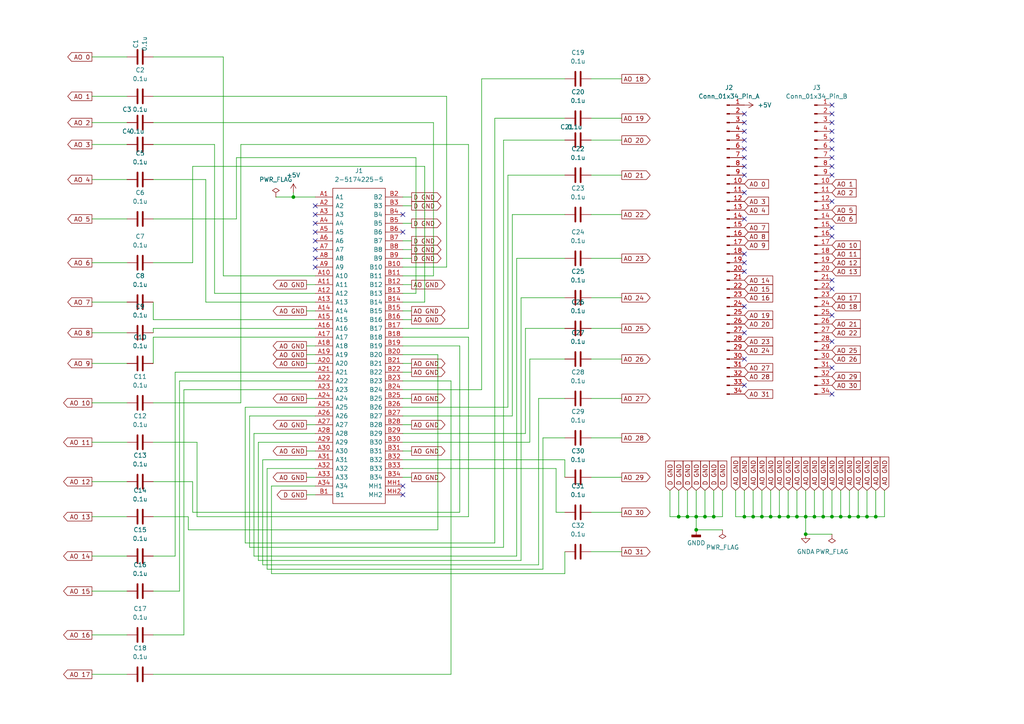
<source format=kicad_sch>
(kicad_sch (version 20230121) (generator eeschema)

  (uuid 917f02e4-9203-46de-ad00-6541640ee35f)

  (paper "A4")

  (title_block
    (title "NI6739_test")
    (date "2024/04/12")
    (company "IkuoShige")
    (comment 1 "240412")
  )

  (lib_symbols
    (symbol "Connector:Conn_01x34_Pin" (pin_names (offset 1.016) hide) (in_bom yes) (on_board yes)
      (property "Reference" "J" (at 0 43.18 0)
        (effects (font (size 1.27 1.27)))
      )
      (property "Value" "Conn_01x34_Pin" (at 0 -45.72 0)
        (effects (font (size 1.27 1.27)))
      )
      (property "Footprint" "" (at 0 0 0)
        (effects (font (size 1.27 1.27)) hide)
      )
      (property "Datasheet" "~" (at 0 0 0)
        (effects (font (size 1.27 1.27)) hide)
      )
      (property "ki_locked" "" (at 0 0 0)
        (effects (font (size 1.27 1.27)))
      )
      (property "ki_keywords" "connector" (at 0 0 0)
        (effects (font (size 1.27 1.27)) hide)
      )
      (property "ki_description" "Generic connector, single row, 01x34, script generated" (at 0 0 0)
        (effects (font (size 1.27 1.27)) hide)
      )
      (property "ki_fp_filters" "Connector*:*_1x??_*" (at 0 0 0)
        (effects (font (size 1.27 1.27)) hide)
      )
      (symbol "Conn_01x34_Pin_1_1"
        (polyline
          (pts
            (xy 1.27 -43.18)
            (xy 0.8636 -43.18)
          )
          (stroke (width 0.1524) (type default))
          (fill (type none))
        )
        (polyline
          (pts
            (xy 1.27 -40.64)
            (xy 0.8636 -40.64)
          )
          (stroke (width 0.1524) (type default))
          (fill (type none))
        )
        (polyline
          (pts
            (xy 1.27 -38.1)
            (xy 0.8636 -38.1)
          )
          (stroke (width 0.1524) (type default))
          (fill (type none))
        )
        (polyline
          (pts
            (xy 1.27 -35.56)
            (xy 0.8636 -35.56)
          )
          (stroke (width 0.1524) (type default))
          (fill (type none))
        )
        (polyline
          (pts
            (xy 1.27 -33.02)
            (xy 0.8636 -33.02)
          )
          (stroke (width 0.1524) (type default))
          (fill (type none))
        )
        (polyline
          (pts
            (xy 1.27 -30.48)
            (xy 0.8636 -30.48)
          )
          (stroke (width 0.1524) (type default))
          (fill (type none))
        )
        (polyline
          (pts
            (xy 1.27 -27.94)
            (xy 0.8636 -27.94)
          )
          (stroke (width 0.1524) (type default))
          (fill (type none))
        )
        (polyline
          (pts
            (xy 1.27 -25.4)
            (xy 0.8636 -25.4)
          )
          (stroke (width 0.1524) (type default))
          (fill (type none))
        )
        (polyline
          (pts
            (xy 1.27 -22.86)
            (xy 0.8636 -22.86)
          )
          (stroke (width 0.1524) (type default))
          (fill (type none))
        )
        (polyline
          (pts
            (xy 1.27 -20.32)
            (xy 0.8636 -20.32)
          )
          (stroke (width 0.1524) (type default))
          (fill (type none))
        )
        (polyline
          (pts
            (xy 1.27 -17.78)
            (xy 0.8636 -17.78)
          )
          (stroke (width 0.1524) (type default))
          (fill (type none))
        )
        (polyline
          (pts
            (xy 1.27 -15.24)
            (xy 0.8636 -15.24)
          )
          (stroke (width 0.1524) (type default))
          (fill (type none))
        )
        (polyline
          (pts
            (xy 1.27 -12.7)
            (xy 0.8636 -12.7)
          )
          (stroke (width 0.1524) (type default))
          (fill (type none))
        )
        (polyline
          (pts
            (xy 1.27 -10.16)
            (xy 0.8636 -10.16)
          )
          (stroke (width 0.1524) (type default))
          (fill (type none))
        )
        (polyline
          (pts
            (xy 1.27 -7.62)
            (xy 0.8636 -7.62)
          )
          (stroke (width 0.1524) (type default))
          (fill (type none))
        )
        (polyline
          (pts
            (xy 1.27 -5.08)
            (xy 0.8636 -5.08)
          )
          (stroke (width 0.1524) (type default))
          (fill (type none))
        )
        (polyline
          (pts
            (xy 1.27 -2.54)
            (xy 0.8636 -2.54)
          )
          (stroke (width 0.1524) (type default))
          (fill (type none))
        )
        (polyline
          (pts
            (xy 1.27 0)
            (xy 0.8636 0)
          )
          (stroke (width 0.1524) (type default))
          (fill (type none))
        )
        (polyline
          (pts
            (xy 1.27 2.54)
            (xy 0.8636 2.54)
          )
          (stroke (width 0.1524) (type default))
          (fill (type none))
        )
        (polyline
          (pts
            (xy 1.27 5.08)
            (xy 0.8636 5.08)
          )
          (stroke (width 0.1524) (type default))
          (fill (type none))
        )
        (polyline
          (pts
            (xy 1.27 7.62)
            (xy 0.8636 7.62)
          )
          (stroke (width 0.1524) (type default))
          (fill (type none))
        )
        (polyline
          (pts
            (xy 1.27 10.16)
            (xy 0.8636 10.16)
          )
          (stroke (width 0.1524) (type default))
          (fill (type none))
        )
        (polyline
          (pts
            (xy 1.27 12.7)
            (xy 0.8636 12.7)
          )
          (stroke (width 0.1524) (type default))
          (fill (type none))
        )
        (polyline
          (pts
            (xy 1.27 15.24)
            (xy 0.8636 15.24)
          )
          (stroke (width 0.1524) (type default))
          (fill (type none))
        )
        (polyline
          (pts
            (xy 1.27 17.78)
            (xy 0.8636 17.78)
          )
          (stroke (width 0.1524) (type default))
          (fill (type none))
        )
        (polyline
          (pts
            (xy 1.27 20.32)
            (xy 0.8636 20.32)
          )
          (stroke (width 0.1524) (type default))
          (fill (type none))
        )
        (polyline
          (pts
            (xy 1.27 22.86)
            (xy 0.8636 22.86)
          )
          (stroke (width 0.1524) (type default))
          (fill (type none))
        )
        (polyline
          (pts
            (xy 1.27 25.4)
            (xy 0.8636 25.4)
          )
          (stroke (width 0.1524) (type default))
          (fill (type none))
        )
        (polyline
          (pts
            (xy 1.27 27.94)
            (xy 0.8636 27.94)
          )
          (stroke (width 0.1524) (type default))
          (fill (type none))
        )
        (polyline
          (pts
            (xy 1.27 30.48)
            (xy 0.8636 30.48)
          )
          (stroke (width 0.1524) (type default))
          (fill (type none))
        )
        (polyline
          (pts
            (xy 1.27 33.02)
            (xy 0.8636 33.02)
          )
          (stroke (width 0.1524) (type default))
          (fill (type none))
        )
        (polyline
          (pts
            (xy 1.27 35.56)
            (xy 0.8636 35.56)
          )
          (stroke (width 0.1524) (type default))
          (fill (type none))
        )
        (polyline
          (pts
            (xy 1.27 38.1)
            (xy 0.8636 38.1)
          )
          (stroke (width 0.1524) (type default))
          (fill (type none))
        )
        (polyline
          (pts
            (xy 1.27 40.64)
            (xy 0.8636 40.64)
          )
          (stroke (width 0.1524) (type default))
          (fill (type none))
        )
        (rectangle (start 0.8636 -43.053) (end 0 -43.307)
          (stroke (width 0.1524) (type default))
          (fill (type outline))
        )
        (rectangle (start 0.8636 -40.513) (end 0 -40.767)
          (stroke (width 0.1524) (type default))
          (fill (type outline))
        )
        (rectangle (start 0.8636 -37.973) (end 0 -38.227)
          (stroke (width 0.1524) (type default))
          (fill (type outline))
        )
        (rectangle (start 0.8636 -35.433) (end 0 -35.687)
          (stroke (width 0.1524) (type default))
          (fill (type outline))
        )
        (rectangle (start 0.8636 -32.893) (end 0 -33.147)
          (stroke (width 0.1524) (type default))
          (fill (type outline))
        )
        (rectangle (start 0.8636 -30.353) (end 0 -30.607)
          (stroke (width 0.1524) (type default))
          (fill (type outline))
        )
        (rectangle (start 0.8636 -27.813) (end 0 -28.067)
          (stroke (width 0.1524) (type default))
          (fill (type outline))
        )
        (rectangle (start 0.8636 -25.273) (end 0 -25.527)
          (stroke (width 0.1524) (type default))
          (fill (type outline))
        )
        (rectangle (start 0.8636 -22.733) (end 0 -22.987)
          (stroke (width 0.1524) (type default))
          (fill (type outline))
        )
        (rectangle (start 0.8636 -20.193) (end 0 -20.447)
          (stroke (width 0.1524) (type default))
          (fill (type outline))
        )
        (rectangle (start 0.8636 -17.653) (end 0 -17.907)
          (stroke (width 0.1524) (type default))
          (fill (type outline))
        )
        (rectangle (start 0.8636 -15.113) (end 0 -15.367)
          (stroke (width 0.1524) (type default))
          (fill (type outline))
        )
        (rectangle (start 0.8636 -12.573) (end 0 -12.827)
          (stroke (width 0.1524) (type default))
          (fill (type outline))
        )
        (rectangle (start 0.8636 -10.033) (end 0 -10.287)
          (stroke (width 0.1524) (type default))
          (fill (type outline))
        )
        (rectangle (start 0.8636 -7.493) (end 0 -7.747)
          (stroke (width 0.1524) (type default))
          (fill (type outline))
        )
        (rectangle (start 0.8636 -4.953) (end 0 -5.207)
          (stroke (width 0.1524) (type default))
          (fill (type outline))
        )
        (rectangle (start 0.8636 -2.413) (end 0 -2.667)
          (stroke (width 0.1524) (type default))
          (fill (type outline))
        )
        (rectangle (start 0.8636 0.127) (end 0 -0.127)
          (stroke (width 0.1524) (type default))
          (fill (type outline))
        )
        (rectangle (start 0.8636 2.667) (end 0 2.413)
          (stroke (width 0.1524) (type default))
          (fill (type outline))
        )
        (rectangle (start 0.8636 5.207) (end 0 4.953)
          (stroke (width 0.1524) (type default))
          (fill (type outline))
        )
        (rectangle (start 0.8636 7.747) (end 0 7.493)
          (stroke (width 0.1524) (type default))
          (fill (type outline))
        )
        (rectangle (start 0.8636 10.287) (end 0 10.033)
          (stroke (width 0.1524) (type default))
          (fill (type outline))
        )
        (rectangle (start 0.8636 12.827) (end 0 12.573)
          (stroke (width 0.1524) (type default))
          (fill (type outline))
        )
        (rectangle (start 0.8636 15.367) (end 0 15.113)
          (stroke (width 0.1524) (type default))
          (fill (type outline))
        )
        (rectangle (start 0.8636 17.907) (end 0 17.653)
          (stroke (width 0.1524) (type default))
          (fill (type outline))
        )
        (rectangle (start 0.8636 20.447) (end 0 20.193)
          (stroke (width 0.1524) (type default))
          (fill (type outline))
        )
        (rectangle (start 0.8636 22.987) (end 0 22.733)
          (stroke (width 0.1524) (type default))
          (fill (type outline))
        )
        (rectangle (start 0.8636 25.527) (end 0 25.273)
          (stroke (width 0.1524) (type default))
          (fill (type outline))
        )
        (rectangle (start 0.8636 28.067) (end 0 27.813)
          (stroke (width 0.1524) (type default))
          (fill (type outline))
        )
        (rectangle (start 0.8636 30.607) (end 0 30.353)
          (stroke (width 0.1524) (type default))
          (fill (type outline))
        )
        (rectangle (start 0.8636 33.147) (end 0 32.893)
          (stroke (width 0.1524) (type default))
          (fill (type outline))
        )
        (rectangle (start 0.8636 35.687) (end 0 35.433)
          (stroke (width 0.1524) (type default))
          (fill (type outline))
        )
        (rectangle (start 0.8636 38.227) (end 0 37.973)
          (stroke (width 0.1524) (type default))
          (fill (type outline))
        )
        (rectangle (start 0.8636 40.767) (end 0 40.513)
          (stroke (width 0.1524) (type default))
          (fill (type outline))
        )
        (pin passive line (at 5.08 40.64 180) (length 3.81)
          (name "Pin_1" (effects (font (size 1.27 1.27))))
          (number "1" (effects (font (size 1.27 1.27))))
        )
        (pin passive line (at 5.08 17.78 180) (length 3.81)
          (name "Pin_10" (effects (font (size 1.27 1.27))))
          (number "10" (effects (font (size 1.27 1.27))))
        )
        (pin passive line (at 5.08 15.24 180) (length 3.81)
          (name "Pin_11" (effects (font (size 1.27 1.27))))
          (number "11" (effects (font (size 1.27 1.27))))
        )
        (pin passive line (at 5.08 12.7 180) (length 3.81)
          (name "Pin_12" (effects (font (size 1.27 1.27))))
          (number "12" (effects (font (size 1.27 1.27))))
        )
        (pin passive line (at 5.08 10.16 180) (length 3.81)
          (name "Pin_13" (effects (font (size 1.27 1.27))))
          (number "13" (effects (font (size 1.27 1.27))))
        )
        (pin passive line (at 5.08 7.62 180) (length 3.81)
          (name "Pin_14" (effects (font (size 1.27 1.27))))
          (number "14" (effects (font (size 1.27 1.27))))
        )
        (pin passive line (at 5.08 5.08 180) (length 3.81)
          (name "Pin_15" (effects (font (size 1.27 1.27))))
          (number "15" (effects (font (size 1.27 1.27))))
        )
        (pin passive line (at 5.08 2.54 180) (length 3.81)
          (name "Pin_16" (effects (font (size 1.27 1.27))))
          (number "16" (effects (font (size 1.27 1.27))))
        )
        (pin passive line (at 5.08 0 180) (length 3.81)
          (name "Pin_17" (effects (font (size 1.27 1.27))))
          (number "17" (effects (font (size 1.27 1.27))))
        )
        (pin passive line (at 5.08 -2.54 180) (length 3.81)
          (name "Pin_18" (effects (font (size 1.27 1.27))))
          (number "18" (effects (font (size 1.27 1.27))))
        )
        (pin passive line (at 5.08 -5.08 180) (length 3.81)
          (name "Pin_19" (effects (font (size 1.27 1.27))))
          (number "19" (effects (font (size 1.27 1.27))))
        )
        (pin passive line (at 5.08 38.1 180) (length 3.81)
          (name "Pin_2" (effects (font (size 1.27 1.27))))
          (number "2" (effects (font (size 1.27 1.27))))
        )
        (pin passive line (at 5.08 -7.62 180) (length 3.81)
          (name "Pin_20" (effects (font (size 1.27 1.27))))
          (number "20" (effects (font (size 1.27 1.27))))
        )
        (pin passive line (at 5.08 -10.16 180) (length 3.81)
          (name "Pin_21" (effects (font (size 1.27 1.27))))
          (number "21" (effects (font (size 1.27 1.27))))
        )
        (pin passive line (at 5.08 -12.7 180) (length 3.81)
          (name "Pin_22" (effects (font (size 1.27 1.27))))
          (number "22" (effects (font (size 1.27 1.27))))
        )
        (pin passive line (at 5.08 -15.24 180) (length 3.81)
          (name "Pin_23" (effects (font (size 1.27 1.27))))
          (number "23" (effects (font (size 1.27 1.27))))
        )
        (pin passive line (at 5.08 -17.78 180) (length 3.81)
          (name "Pin_24" (effects (font (size 1.27 1.27))))
          (number "24" (effects (font (size 1.27 1.27))))
        )
        (pin passive line (at 5.08 -20.32 180) (length 3.81)
          (name "Pin_25" (effects (font (size 1.27 1.27))))
          (number "25" (effects (font (size 1.27 1.27))))
        )
        (pin passive line (at 5.08 -22.86 180) (length 3.81)
          (name "Pin_26" (effects (font (size 1.27 1.27))))
          (number "26" (effects (font (size 1.27 1.27))))
        )
        (pin passive line (at 5.08 -25.4 180) (length 3.81)
          (name "Pin_27" (effects (font (size 1.27 1.27))))
          (number "27" (effects (font (size 1.27 1.27))))
        )
        (pin passive line (at 5.08 -27.94 180) (length 3.81)
          (name "Pin_28" (effects (font (size 1.27 1.27))))
          (number "28" (effects (font (size 1.27 1.27))))
        )
        (pin passive line (at 5.08 -30.48 180) (length 3.81)
          (name "Pin_29" (effects (font (size 1.27 1.27))))
          (number "29" (effects (font (size 1.27 1.27))))
        )
        (pin passive line (at 5.08 35.56 180) (length 3.81)
          (name "Pin_3" (effects (font (size 1.27 1.27))))
          (number "3" (effects (font (size 1.27 1.27))))
        )
        (pin passive line (at 5.08 -33.02 180) (length 3.81)
          (name "Pin_30" (effects (font (size 1.27 1.27))))
          (number "30" (effects (font (size 1.27 1.27))))
        )
        (pin passive line (at 5.08 -35.56 180) (length 3.81)
          (name "Pin_31" (effects (font (size 1.27 1.27))))
          (number "31" (effects (font (size 1.27 1.27))))
        )
        (pin passive line (at 5.08 -38.1 180) (length 3.81)
          (name "Pin_32" (effects (font (size 1.27 1.27))))
          (number "32" (effects (font (size 1.27 1.27))))
        )
        (pin passive line (at 5.08 -40.64 180) (length 3.81)
          (name "Pin_33" (effects (font (size 1.27 1.27))))
          (number "33" (effects (font (size 1.27 1.27))))
        )
        (pin passive line (at 5.08 -43.18 180) (length 3.81)
          (name "Pin_34" (effects (font (size 1.27 1.27))))
          (number "34" (effects (font (size 1.27 1.27))))
        )
        (pin passive line (at 5.08 33.02 180) (length 3.81)
          (name "Pin_4" (effects (font (size 1.27 1.27))))
          (number "4" (effects (font (size 1.27 1.27))))
        )
        (pin passive line (at 5.08 30.48 180) (length 3.81)
          (name "Pin_5" (effects (font (size 1.27 1.27))))
          (number "5" (effects (font (size 1.27 1.27))))
        )
        (pin passive line (at 5.08 27.94 180) (length 3.81)
          (name "Pin_6" (effects (font (size 1.27 1.27))))
          (number "6" (effects (font (size 1.27 1.27))))
        )
        (pin passive line (at 5.08 25.4 180) (length 3.81)
          (name "Pin_7" (effects (font (size 1.27 1.27))))
          (number "7" (effects (font (size 1.27 1.27))))
        )
        (pin passive line (at 5.08 22.86 180) (length 3.81)
          (name "Pin_8" (effects (font (size 1.27 1.27))))
          (number "8" (effects (font (size 1.27 1.27))))
        )
        (pin passive line (at 5.08 20.32 180) (length 3.81)
          (name "Pin_9" (effects (font (size 1.27 1.27))))
          (number "9" (effects (font (size 1.27 1.27))))
        )
      )
    )
    (symbol "Device:C" (pin_numbers hide) (pin_names (offset 0.254)) (in_bom yes) (on_board yes)
      (property "Reference" "C" (at 0.635 2.54 0)
        (effects (font (size 1.27 1.27)) (justify left))
      )
      (property "Value" "C" (at 0.635 -2.54 0)
        (effects (font (size 1.27 1.27)) (justify left))
      )
      (property "Footprint" "" (at 0.9652 -3.81 0)
        (effects (font (size 1.27 1.27)) hide)
      )
      (property "Datasheet" "~" (at 0 0 0)
        (effects (font (size 1.27 1.27)) hide)
      )
      (property "ki_keywords" "cap capacitor" (at 0 0 0)
        (effects (font (size 1.27 1.27)) hide)
      )
      (property "ki_description" "Unpolarized capacitor" (at 0 0 0)
        (effects (font (size 1.27 1.27)) hide)
      )
      (property "ki_fp_filters" "C_*" (at 0 0 0)
        (effects (font (size 1.27 1.27)) hide)
      )
      (symbol "C_0_1"
        (polyline
          (pts
            (xy -2.032 -0.762)
            (xy 2.032 -0.762)
          )
          (stroke (width 0.508) (type default))
          (fill (type none))
        )
        (polyline
          (pts
            (xy -2.032 0.762)
            (xy 2.032 0.762)
          )
          (stroke (width 0.508) (type default))
          (fill (type none))
        )
      )
      (symbol "C_1_1"
        (pin passive line (at 0 3.81 270) (length 2.794)
          (name "~" (effects (font (size 1.27 1.27))))
          (number "1" (effects (font (size 1.27 1.27))))
        )
        (pin passive line (at 0 -3.81 90) (length 2.794)
          (name "~" (effects (font (size 1.27 1.27))))
          (number "2" (effects (font (size 1.27 1.27))))
        )
      )
    )
    (symbol "SamacSys_Parts:2-5174225-5" (pin_names (offset 0.762)) (in_bom yes) (on_board yes)
      (property "Reference" "J" (at 21.59 7.62 0)
        (effects (font (size 1.27 1.27)) (justify left))
      )
      (property "Value" "2-5174225-5" (at 21.59 5.08 0)
        (effects (font (size 1.27 1.27)) (justify left))
      )
      (property "Footprint" "251742255" (at 21.59 2.54 0)
        (effects (font (size 1.27 1.27)) (justify left) hide)
      )
      (property "Datasheet" "https://www.te.com/commerce/DocumentDelivery/DDEController?Action=srchrtrv&DocNm=5174225&DocType=Customer+Drawing&DocLang=English&PartCntxt=2-5174225-5&DocFormat=pdf" (at 21.59 0 0)
        (effects (font (size 1.27 1.27)) (justify left) hide)
      )
      (property "Description" "Body Features: Shield Plating Material Nickel over Copper | Primary Product Color Black | Connector Profile Standard | Shell Plating Material Nickel over Copper | Shield Material Zinc | Configuration Features: Number of Positions 68 | Number of Rows 2 | PCB Mount Orientation Right Angle | Contact Features: PCB Contact Termination Area Plating Material Tin | Contact Mating Area Plating Material Gold | Contact Shape & Form Square | PCB Contact Termination Area Plating Material Tin over Nickel | Contact Mating" (at 21.59 -2.54 0)
        (effects (font (size 1.27 1.27)) (justify left) hide)
      )
      (property "Height" "10.3" (at 21.59 -5.08 0)
        (effects (font (size 1.27 1.27)) (justify left) hide)
      )
      (property "Mouser Part Number" "571-2-5174225-5" (at 21.59 -7.62 0)
        (effects (font (size 1.27 1.27)) (justify left) hide)
      )
      (property "Mouser Price/Stock" "https://www.mouser.co.uk/ProductDetail/TE-Connectivity-AMP/2-5174225-5?qs=YQ8j8X%2F%2FjHAhEXN0OFWZwg%3D%3D" (at 21.59 -10.16 0)
        (effects (font (size 1.27 1.27)) (justify left) hide)
      )
      (property "Manufacturer_Name" "TE Connectivity" (at 21.59 -12.7 0)
        (effects (font (size 1.27 1.27)) (justify left) hide)
      )
      (property "Manufacturer_Part_Number" "2-5174225-5" (at 21.59 -15.24 0)
        (effects (font (size 1.27 1.27)) (justify left) hide)
      )
      (property "ki_description" "Body Features: Shield Plating Material Nickel over Copper | Primary Product Color Black | Connector Profile Standard | Shell Plating Material Nickel over Copper | Shield Material Zinc | Configuration Features: Number of Positions 68 | Number of Rows 2 | PCB Mount Orientation Right Angle | Contact Features: PCB Contact Termination Area Plating Material Tin | Contact Mating Area Plating Material Gold | Contact Shape & Form Square | PCB Contact Termination Area Plating Material Tin over Nickel | Contact Mating" (at 0 0 0)
        (effects (font (size 1.27 1.27)) hide)
      )
      (symbol "2-5174225-5_0_0"
        (pin passive line (at 0 0 0) (length 5.08)
          (name "A1" (effects (font (size 1.27 1.27))))
          (number "A1" (effects (font (size 1.27 1.27))))
        )
        (pin passive line (at 0 -22.86 0) (length 5.08)
          (name "A10" (effects (font (size 1.27 1.27))))
          (number "A10" (effects (font (size 1.27 1.27))))
        )
        (pin passive line (at 0 -25.4 0) (length 5.08)
          (name "A11" (effects (font (size 1.27 1.27))))
          (number "A11" (effects (font (size 1.27 1.27))))
        )
        (pin passive line (at 0 -27.94 0) (length 5.08)
          (name "A12" (effects (font (size 1.27 1.27))))
          (number "A12" (effects (font (size 1.27 1.27))))
        )
        (pin passive line (at 0 -30.48 0) (length 5.08)
          (name "A13" (effects (font (size 1.27 1.27))))
          (number "A13" (effects (font (size 1.27 1.27))))
        )
        (pin passive line (at 0 -33.02 0) (length 5.08)
          (name "A14" (effects (font (size 1.27 1.27))))
          (number "A14" (effects (font (size 1.27 1.27))))
        )
        (pin passive line (at 0 -35.56 0) (length 5.08)
          (name "A15" (effects (font (size 1.27 1.27))))
          (number "A15" (effects (font (size 1.27 1.27))))
        )
        (pin passive line (at 0 -38.1 0) (length 5.08)
          (name "A16" (effects (font (size 1.27 1.27))))
          (number "A16" (effects (font (size 1.27 1.27))))
        )
        (pin passive line (at 0 -40.64 0) (length 5.08)
          (name "A17" (effects (font (size 1.27 1.27))))
          (number "A17" (effects (font (size 1.27 1.27))))
        )
        (pin passive line (at 0 -43.18 0) (length 5.08)
          (name "A18" (effects (font (size 1.27 1.27))))
          (number "A18" (effects (font (size 1.27 1.27))))
        )
        (pin passive line (at 0 -45.72 0) (length 5.08)
          (name "A19" (effects (font (size 1.27 1.27))))
          (number "A19" (effects (font (size 1.27 1.27))))
        )
        (pin passive line (at 0 -2.54 0) (length 5.08)
          (name "A2" (effects (font (size 1.27 1.27))))
          (number "A2" (effects (font (size 1.27 1.27))))
        )
        (pin passive line (at 0 -48.26 0) (length 5.08)
          (name "A20" (effects (font (size 1.27 1.27))))
          (number "A20" (effects (font (size 1.27 1.27))))
        )
        (pin passive line (at 0 -50.8 0) (length 5.08)
          (name "A21" (effects (font (size 1.27 1.27))))
          (number "A21" (effects (font (size 1.27 1.27))))
        )
        (pin passive line (at 0 -53.34 0) (length 5.08)
          (name "A22" (effects (font (size 1.27 1.27))))
          (number "A22" (effects (font (size 1.27 1.27))))
        )
        (pin passive line (at 0 -55.88 0) (length 5.08)
          (name "A23" (effects (font (size 1.27 1.27))))
          (number "A23" (effects (font (size 1.27 1.27))))
        )
        (pin passive line (at 0 -58.42 0) (length 5.08)
          (name "A24" (effects (font (size 1.27 1.27))))
          (number "A24" (effects (font (size 1.27 1.27))))
        )
        (pin passive line (at 0 -60.96 0) (length 5.08)
          (name "A25" (effects (font (size 1.27 1.27))))
          (number "A25" (effects (font (size 1.27 1.27))))
        )
        (pin passive line (at 0 -63.5 0) (length 5.08)
          (name "A26" (effects (font (size 1.27 1.27))))
          (number "A26" (effects (font (size 1.27 1.27))))
        )
        (pin passive line (at 0 -66.04 0) (length 5.08)
          (name "A27" (effects (font (size 1.27 1.27))))
          (number "A27" (effects (font (size 1.27 1.27))))
        )
        (pin passive line (at 0 -68.58 0) (length 5.08)
          (name "A28" (effects (font (size 1.27 1.27))))
          (number "A28" (effects (font (size 1.27 1.27))))
        )
        (pin passive line (at 0 -71.12 0) (length 5.08)
          (name "A29" (effects (font (size 1.27 1.27))))
          (number "A29" (effects (font (size 1.27 1.27))))
        )
        (pin passive line (at 0 -5.08 0) (length 5.08)
          (name "A3" (effects (font (size 1.27 1.27))))
          (number "A3" (effects (font (size 1.27 1.27))))
        )
        (pin passive line (at 0 -73.66 0) (length 5.08)
          (name "A30" (effects (font (size 1.27 1.27))))
          (number "A30" (effects (font (size 1.27 1.27))))
        )
        (pin passive line (at 0 -76.2 0) (length 5.08)
          (name "A31" (effects (font (size 1.27 1.27))))
          (number "A31" (effects (font (size 1.27 1.27))))
        )
        (pin passive line (at 0 -78.74 0) (length 5.08)
          (name "A32" (effects (font (size 1.27 1.27))))
          (number "A32" (effects (font (size 1.27 1.27))))
        )
        (pin passive line (at 0 -81.28 0) (length 5.08)
          (name "A33" (effects (font (size 1.27 1.27))))
          (number "A33" (effects (font (size 1.27 1.27))))
        )
        (pin passive line (at 0 -83.82 0) (length 5.08)
          (name "A34" (effects (font (size 1.27 1.27))))
          (number "A34" (effects (font (size 1.27 1.27))))
        )
        (pin passive line (at 0 -7.62 0) (length 5.08)
          (name "A4" (effects (font (size 1.27 1.27))))
          (number "A4" (effects (font (size 1.27 1.27))))
        )
        (pin passive line (at 0 -10.16 0) (length 5.08)
          (name "A5" (effects (font (size 1.27 1.27))))
          (number "A5" (effects (font (size 1.27 1.27))))
        )
        (pin passive line (at 0 -12.7 0) (length 5.08)
          (name "A6" (effects (font (size 1.27 1.27))))
          (number "A6" (effects (font (size 1.27 1.27))))
        )
        (pin passive line (at 0 -15.24 0) (length 5.08)
          (name "A7" (effects (font (size 1.27 1.27))))
          (number "A7" (effects (font (size 1.27 1.27))))
        )
        (pin passive line (at 0 -17.78 0) (length 5.08)
          (name "A8" (effects (font (size 1.27 1.27))))
          (number "A8" (effects (font (size 1.27 1.27))))
        )
        (pin passive line (at 0 -20.32 0) (length 5.08)
          (name "A9" (effects (font (size 1.27 1.27))))
          (number "A9" (effects (font (size 1.27 1.27))))
        )
        (pin passive line (at 0 -86.36 0) (length 5.08)
          (name "B1" (effects (font (size 1.27 1.27))))
          (number "B1" (effects (font (size 1.27 1.27))))
        )
        (pin passive line (at 25.4 -20.32 180) (length 5.08)
          (name "B10" (effects (font (size 1.27 1.27))))
          (number "B10" (effects (font (size 1.27 1.27))))
        )
        (pin passive line (at 25.4 -22.86 180) (length 5.08)
          (name "B11" (effects (font (size 1.27 1.27))))
          (number "B11" (effects (font (size 1.27 1.27))))
        )
        (pin passive line (at 25.4 -25.4 180) (length 5.08)
          (name "B12" (effects (font (size 1.27 1.27))))
          (number "B12" (effects (font (size 1.27 1.27))))
        )
        (pin passive line (at 25.4 -27.94 180) (length 5.08)
          (name "B13" (effects (font (size 1.27 1.27))))
          (number "B13" (effects (font (size 1.27 1.27))))
        )
        (pin passive line (at 25.4 -30.48 180) (length 5.08)
          (name "B14" (effects (font (size 1.27 1.27))))
          (number "B14" (effects (font (size 1.27 1.27))))
        )
        (pin passive line (at 25.4 -33.02 180) (length 5.08)
          (name "B15" (effects (font (size 1.27 1.27))))
          (number "B15" (effects (font (size 1.27 1.27))))
        )
        (pin passive line (at 25.4 -35.56 180) (length 5.08)
          (name "B16" (effects (font (size 1.27 1.27))))
          (number "B16" (effects (font (size 1.27 1.27))))
        )
        (pin passive line (at 25.4 -38.1 180) (length 5.08)
          (name "B17" (effects (font (size 1.27 1.27))))
          (number "B17" (effects (font (size 1.27 1.27))))
        )
        (pin passive line (at 25.4 -40.64 180) (length 5.08)
          (name "B18" (effects (font (size 1.27 1.27))))
          (number "B18" (effects (font (size 1.27 1.27))))
        )
        (pin passive line (at 25.4 -43.18 180) (length 5.08)
          (name "B19" (effects (font (size 1.27 1.27))))
          (number "B19" (effects (font (size 1.27 1.27))))
        )
        (pin passive line (at 25.4 0 180) (length 5.08)
          (name "B2" (effects (font (size 1.27 1.27))))
          (number "B2" (effects (font (size 1.27 1.27))))
        )
        (pin passive line (at 25.4 -45.72 180) (length 5.08)
          (name "B20" (effects (font (size 1.27 1.27))))
          (number "B20" (effects (font (size 1.27 1.27))))
        )
        (pin passive line (at 25.4 -48.26 180) (length 5.08)
          (name "B21" (effects (font (size 1.27 1.27))))
          (number "B21" (effects (font (size 1.27 1.27))))
        )
        (pin passive line (at 25.4 -50.8 180) (length 5.08)
          (name "B22" (effects (font (size 1.27 1.27))))
          (number "B22" (effects (font (size 1.27 1.27))))
        )
        (pin passive line (at 25.4 -53.34 180) (length 5.08)
          (name "B23" (effects (font (size 1.27 1.27))))
          (number "B23" (effects (font (size 1.27 1.27))))
        )
        (pin passive line (at 25.4 -55.88 180) (length 5.08)
          (name "B24" (effects (font (size 1.27 1.27))))
          (number "B24" (effects (font (size 1.27 1.27))))
        )
        (pin passive line (at 25.4 -58.42 180) (length 5.08)
          (name "B25" (effects (font (size 1.27 1.27))))
          (number "B25" (effects (font (size 1.27 1.27))))
        )
        (pin passive line (at 25.4 -60.96 180) (length 5.08)
          (name "B26" (effects (font (size 1.27 1.27))))
          (number "B26" (effects (font (size 1.27 1.27))))
        )
        (pin passive line (at 25.4 -63.5 180) (length 5.08)
          (name "B27" (effects (font (size 1.27 1.27))))
          (number "B27" (effects (font (size 1.27 1.27))))
        )
        (pin passive line (at 25.4 -66.04 180) (length 5.08)
          (name "B28" (effects (font (size 1.27 1.27))))
          (number "B28" (effects (font (size 1.27 1.27))))
        )
        (pin passive line (at 25.4 -68.58 180) (length 5.08)
          (name "B29" (effects (font (size 1.27 1.27))))
          (number "B29" (effects (font (size 1.27 1.27))))
        )
        (pin passive line (at 25.4 -2.54 180) (length 5.08)
          (name "B3" (effects (font (size 1.27 1.27))))
          (number "B3" (effects (font (size 1.27 1.27))))
        )
        (pin passive line (at 25.4 -71.12 180) (length 5.08)
          (name "B30" (effects (font (size 1.27 1.27))))
          (number "B30" (effects (font (size 1.27 1.27))))
        )
        (pin passive line (at 25.4 -73.66 180) (length 5.08)
          (name "B31" (effects (font (size 1.27 1.27))))
          (number "B31" (effects (font (size 1.27 1.27))))
        )
        (pin passive line (at 25.4 -76.2 180) (length 5.08)
          (name "B32" (effects (font (size 1.27 1.27))))
          (number "B32" (effects (font (size 1.27 1.27))))
        )
        (pin passive line (at 25.4 -78.74 180) (length 5.08)
          (name "B33" (effects (font (size 1.27 1.27))))
          (number "B33" (effects (font (size 1.27 1.27))))
        )
        (pin passive line (at 25.4 -81.28 180) (length 5.08)
          (name "B34" (effects (font (size 1.27 1.27))))
          (number "B34" (effects (font (size 1.27 1.27))))
        )
        (pin passive line (at 25.4 -5.08 180) (length 5.08)
          (name "B4" (effects (font (size 1.27 1.27))))
          (number "B4" (effects (font (size 1.27 1.27))))
        )
        (pin passive line (at 25.4 -7.62 180) (length 5.08)
          (name "B5" (effects (font (size 1.27 1.27))))
          (number "B5" (effects (font (size 1.27 1.27))))
        )
        (pin passive line (at 25.4 -10.16 180) (length 5.08)
          (name "B6" (effects (font (size 1.27 1.27))))
          (number "B6" (effects (font (size 1.27 1.27))))
        )
        (pin passive line (at 25.4 -12.7 180) (length 5.08)
          (name "B7" (effects (font (size 1.27 1.27))))
          (number "B7" (effects (font (size 1.27 1.27))))
        )
        (pin passive line (at 25.4 -15.24 180) (length 5.08)
          (name "B8" (effects (font (size 1.27 1.27))))
          (number "B8" (effects (font (size 1.27 1.27))))
        )
        (pin passive line (at 25.4 -17.78 180) (length 5.08)
          (name "B9" (effects (font (size 1.27 1.27))))
          (number "B9" (effects (font (size 1.27 1.27))))
        )
        (pin passive line (at 25.4 -83.82 180) (length 5.08)
          (name "MH1" (effects (font (size 1.27 1.27))))
          (number "MH1" (effects (font (size 1.27 1.27))))
        )
        (pin passive line (at 25.4 -86.36 180) (length 5.08)
          (name "MH2" (effects (font (size 1.27 1.27))))
          (number "MH2" (effects (font (size 1.27 1.27))))
        )
      )
      (symbol "2-5174225-5_0_1"
        (polyline
          (pts
            (xy 5.08 2.54)
            (xy 20.32 2.54)
            (xy 20.32 -88.9)
            (xy 5.08 -88.9)
            (xy 5.08 2.54)
          )
          (stroke (width 0.1524) (type solid))
          (fill (type none))
        )
      )
    )
    (symbol "power:+5V" (power) (pin_names (offset 0)) (in_bom yes) (on_board yes)
      (property "Reference" "#PWR" (at 0 -3.81 0)
        (effects (font (size 1.27 1.27)) hide)
      )
      (property "Value" "+5V" (at 0 3.556 0)
        (effects (font (size 1.27 1.27)))
      )
      (property "Footprint" "" (at 0 0 0)
        (effects (font (size 1.27 1.27)) hide)
      )
      (property "Datasheet" "" (at 0 0 0)
        (effects (font (size 1.27 1.27)) hide)
      )
      (property "ki_keywords" "global power" (at 0 0 0)
        (effects (font (size 1.27 1.27)) hide)
      )
      (property "ki_description" "Power symbol creates a global label with name \"+5V\"" (at 0 0 0)
        (effects (font (size 1.27 1.27)) hide)
      )
      (symbol "+5V_0_1"
        (polyline
          (pts
            (xy -0.762 1.27)
            (xy 0 2.54)
          )
          (stroke (width 0) (type default))
          (fill (type none))
        )
        (polyline
          (pts
            (xy 0 0)
            (xy 0 2.54)
          )
          (stroke (width 0) (type default))
          (fill (type none))
        )
        (polyline
          (pts
            (xy 0 2.54)
            (xy 0.762 1.27)
          )
          (stroke (width 0) (type default))
          (fill (type none))
        )
      )
      (symbol "+5V_1_1"
        (pin power_in line (at 0 0 90) (length 0) hide
          (name "+5V" (effects (font (size 1.27 1.27))))
          (number "1" (effects (font (size 1.27 1.27))))
        )
      )
    )
    (symbol "power:GNDA" (power) (pin_names (offset 0)) (in_bom yes) (on_board yes)
      (property "Reference" "#PWR" (at 0 -6.35 0)
        (effects (font (size 1.27 1.27)) hide)
      )
      (property "Value" "GNDA" (at 0 -3.81 0)
        (effects (font (size 1.27 1.27)))
      )
      (property "Footprint" "" (at 0 0 0)
        (effects (font (size 1.27 1.27)) hide)
      )
      (property "Datasheet" "" (at 0 0 0)
        (effects (font (size 1.27 1.27)) hide)
      )
      (property "ki_keywords" "global power" (at 0 0 0)
        (effects (font (size 1.27 1.27)) hide)
      )
      (property "ki_description" "Power symbol creates a global label with name \"GNDA\" , analog ground" (at 0 0 0)
        (effects (font (size 1.27 1.27)) hide)
      )
      (symbol "GNDA_0_1"
        (polyline
          (pts
            (xy 0 0)
            (xy 0 -1.27)
            (xy 1.27 -1.27)
            (xy 0 -2.54)
            (xy -1.27 -1.27)
            (xy 0 -1.27)
          )
          (stroke (width 0) (type default))
          (fill (type none))
        )
      )
      (symbol "GNDA_1_1"
        (pin power_in line (at 0 0 270) (length 0) hide
          (name "GNDA" (effects (font (size 1.27 1.27))))
          (number "1" (effects (font (size 1.27 1.27))))
        )
      )
    )
    (symbol "power:GNDD" (power) (pin_names (offset 0)) (in_bom yes) (on_board yes)
      (property "Reference" "#PWR" (at 0 -6.35 0)
        (effects (font (size 1.27 1.27)) hide)
      )
      (property "Value" "GNDD" (at 0 -3.175 0)
        (effects (font (size 1.27 1.27)))
      )
      (property "Footprint" "" (at 0 0 0)
        (effects (font (size 1.27 1.27)) hide)
      )
      (property "Datasheet" "" (at 0 0 0)
        (effects (font (size 1.27 1.27)) hide)
      )
      (property "ki_keywords" "global power" (at 0 0 0)
        (effects (font (size 1.27 1.27)) hide)
      )
      (property "ki_description" "Power symbol creates a global label with name \"GNDD\" , digital ground" (at 0 0 0)
        (effects (font (size 1.27 1.27)) hide)
      )
      (symbol "GNDD_0_1"
        (rectangle (start -1.27 -1.524) (end 1.27 -2.032)
          (stroke (width 0.254) (type default))
          (fill (type outline))
        )
        (polyline
          (pts
            (xy 0 0)
            (xy 0 -1.524)
          )
          (stroke (width 0) (type default))
          (fill (type none))
        )
      )
      (symbol "GNDD_1_1"
        (pin power_in line (at 0 0 270) (length 0) hide
          (name "GNDD" (effects (font (size 1.27 1.27))))
          (number "1" (effects (font (size 1.27 1.27))))
        )
      )
    )
    (symbol "power:PWR_FLAG" (power) (pin_numbers hide) (pin_names (offset 0) hide) (in_bom yes) (on_board yes)
      (property "Reference" "#FLG" (at 0 1.905 0)
        (effects (font (size 1.27 1.27)) hide)
      )
      (property "Value" "PWR_FLAG" (at 0 3.81 0)
        (effects (font (size 1.27 1.27)))
      )
      (property "Footprint" "" (at 0 0 0)
        (effects (font (size 1.27 1.27)) hide)
      )
      (property "Datasheet" "~" (at 0 0 0)
        (effects (font (size 1.27 1.27)) hide)
      )
      (property "ki_keywords" "flag power" (at 0 0 0)
        (effects (font (size 1.27 1.27)) hide)
      )
      (property "ki_description" "Special symbol for telling ERC where power comes from" (at 0 0 0)
        (effects (font (size 1.27 1.27)) hide)
      )
      (symbol "PWR_FLAG_0_0"
        (pin power_out line (at 0 0 90) (length 0)
          (name "pwr" (effects (font (size 1.27 1.27))))
          (number "1" (effects (font (size 1.27 1.27))))
        )
      )
      (symbol "PWR_FLAG_0_1"
        (polyline
          (pts
            (xy 0 0)
            (xy 0 1.27)
            (xy -1.016 1.905)
            (xy 0 2.54)
            (xy 1.016 1.905)
            (xy 0 1.27)
          )
          (stroke (width 0) (type default))
          (fill (type none))
        )
      )
    )
  )

  (junction (at 215.9 149.86) (diameter 0) (color 0 0 0 0)
    (uuid 0f69818d-96ae-40f5-8792-6f24aeaee1ad)
  )
  (junction (at 233.68 149.86) (diameter 0) (color 0 0 0 0)
    (uuid 15ded45e-ebef-4e03-b1ef-c771a21af232)
  )
  (junction (at 231.14 149.86) (diameter 0) (color 0 0 0 0)
    (uuid 19ee53e1-4f21-4895-8ba9-ea008099619e)
  )
  (junction (at 236.22 149.86) (diameter 0) (color 0 0 0 0)
    (uuid 393b59ff-9563-4a8b-8e5d-b3e0b79cbe4a)
  )
  (junction (at 226.06 149.86) (diameter 0) (color 0 0 0 0)
    (uuid 3a44ccb9-91c9-48b7-8bd1-ffc7c4d45170)
  )
  (junction (at 241.3 149.86) (diameter 0) (color 0 0 0 0)
    (uuid 3de4ea7c-2304-4997-9438-70b6bf220a46)
  )
  (junction (at 201.93 153.67) (diameter 0) (color 0 0 0 0)
    (uuid 3eca240a-541c-416c-ae48-c7911b5126a6)
  )
  (junction (at 85.09 57.15) (diameter 0) (color 0 0 0 0)
    (uuid 44379c80-38cb-4bd5-b7a5-5fd51ee22402)
  )
  (junction (at 251.46 149.86) (diameter 0) (color 0 0 0 0)
    (uuid 51903487-448d-477c-8019-9c10309f9c60)
  )
  (junction (at 246.38 149.86) (diameter 0) (color 0 0 0 0)
    (uuid 64001853-0110-443a-9226-39621e3afeef)
  )
  (junction (at 223.52 149.86) (diameter 0) (color 0 0 0 0)
    (uuid 6e38b826-15d6-49e2-b57a-9be4a03bb1c5)
  )
  (junction (at 254 149.86) (diameter 0) (color 0 0 0 0)
    (uuid 6f5c1382-751d-4b44-b6e8-918d247815a1)
  )
  (junction (at 238.76 149.86) (diameter 0) (color 0 0 0 0)
    (uuid 71decc11-7fd2-4629-ae08-cd7b40a6406b)
  )
  (junction (at 243.84 149.86) (diameter 0) (color 0 0 0 0)
    (uuid 7f2c7c21-6815-4c18-b342-051af7fa2791)
  )
  (junction (at 201.93 149.86) (diameter 0) (color 0 0 0 0)
    (uuid 8612781d-0dcf-4f41-b781-878cb4fda01a)
  )
  (junction (at 196.85 149.86) (diameter 0) (color 0 0 0 0)
    (uuid 88f5ed3b-56bd-4ae7-b768-1372814e384e)
  )
  (junction (at 248.92 149.86) (diameter 0) (color 0 0 0 0)
    (uuid 8c06891b-d12c-44e0-b3fd-4580f7a93f88)
  )
  (junction (at 207.01 149.86) (diameter 0) (color 0 0 0 0)
    (uuid a689e3ae-8cee-4794-a99a-be29a6a5d552)
  )
  (junction (at 204.47 149.86) (diameter 0) (color 0 0 0 0)
    (uuid ce86e734-804e-42c3-bae6-efaff0d93825)
  )
  (junction (at 218.44 149.86) (diameter 0) (color 0 0 0 0)
    (uuid cec7bb04-6397-4f9d-9eda-207cb230b48d)
  )
  (junction (at 233.68 154.94) (diameter 0) (color 0 0 0 0)
    (uuid d009960a-ad6f-4202-af02-68a13f5bb70d)
  )
  (junction (at 220.98 149.86) (diameter 0) (color 0 0 0 0)
    (uuid d0af84c2-d365-4506-8f79-45ad10a9e01d)
  )
  (junction (at 228.6 149.86) (diameter 0) (color 0 0 0 0)
    (uuid dc3b9e86-2b72-4242-9d68-446c9b9ed420)
  )
  (junction (at 199.39 149.86) (diameter 0) (color 0 0 0 0)
    (uuid e7986748-0b84-4ea6-ac8b-40f06627b4f7)
  )

  (no_connect (at 241.3 68.58) (uuid 14ddecc6-ecbc-4c88-8fd0-7272c0fd1713))
  (no_connect (at 241.3 48.26) (uuid 16d75b50-2cba-425b-875f-352e60e1960f))
  (no_connect (at 241.3 43.18) (uuid 2cb2dfa1-663a-4068-bb12-46005a2ed528))
  (no_connect (at 215.9 48.26) (uuid 3140c4bd-a0eb-4735-8521-90da770f8c21))
  (no_connect (at 241.3 106.68) (uuid 365155e9-cbe1-4dab-ad27-24aca4da374d))
  (no_connect (at 215.9 63.5) (uuid 39f0c925-b769-46b3-b114-1c10e0a2cad4))
  (no_connect (at 241.3 81.28) (uuid 3a8be350-7ff9-404c-a29d-a8a6903f0a21))
  (no_connect (at 215.9 55.88) (uuid 3b5108da-b616-47a5-9a19-db2ee3cf9e64))
  (no_connect (at 215.9 104.14) (uuid 3e2da18a-e348-4e4d-a25c-0a1e814105de))
  (no_connect (at 116.84 67.31) (uuid 3f455444-a371-4a4a-817d-2fb0e647c022))
  (no_connect (at 91.44 72.39) (uuid 4cff705b-3ce3-49b9-98af-6b8bcb95eccf))
  (no_connect (at 241.3 99.06) (uuid 5259f0a2-a00f-4baf-a81d-805368970bfd))
  (no_connect (at 215.9 96.52) (uuid 52e7a286-331a-480f-a6aa-5011e981e884))
  (no_connect (at 215.9 88.9) (uuid 5389e87d-bcd1-45f6-9c2f-db94bdebf782))
  (no_connect (at 241.3 83.82) (uuid 58ba0e31-fab0-4ef9-83b2-f3a79f901fb5))
  (no_connect (at 116.84 140.97) (uuid 5fb01ac6-9d15-4485-a8bf-c4399955bb5a))
  (no_connect (at 91.44 64.77) (uuid 6b676796-f2cd-4178-80db-e6b3982f6003))
  (no_connect (at 215.9 33.02) (uuid 729fdc56-1eed-4483-9888-3f2fdc33b55a))
  (no_connect (at 215.9 43.18) (uuid 7f500aa7-d29e-4489-b8e8-3e37954f4968))
  (no_connect (at 215.9 38.1) (uuid 7fb57516-7796-4992-b5bf-369898b0f5c9))
  (no_connect (at 241.3 35.56) (uuid 840a58d6-02b5-45cb-88a8-1f8a59caa991))
  (no_connect (at 241.3 45.72) (uuid 840e859f-59e9-4823-939f-d3a87a66668d))
  (no_connect (at 215.9 73.66) (uuid 87853953-7505-4c7f-af75-e824ca5969ce))
  (no_connect (at 215.9 35.56) (uuid 88b625ff-7091-442d-b0a1-6adb6527ba87))
  (no_connect (at 91.44 69.85) (uuid 88d203c4-d2cc-46a1-8179-abc93e496700))
  (no_connect (at 241.3 91.44) (uuid 91e28216-a260-4ed7-ae68-567c814f1eab))
  (no_connect (at 215.9 50.8) (uuid 9205cd1a-9b66-42d2-885e-761027bdedd4))
  (no_connect (at 241.3 30.48) (uuid 9fac9467-7a5c-472b-bfa0-d91b98941d17))
  (no_connect (at 241.3 50.8) (uuid a03cead5-e0cb-4e3c-aea8-867a01cc4b44))
  (no_connect (at 215.9 45.72) (uuid a0ba2e59-d6f2-4524-90ca-3ef05bfc6800))
  (no_connect (at 215.9 76.2) (uuid a5b46eca-cd42-4f2e-84d3-b1c42535e455))
  (no_connect (at 241.3 40.64) (uuid ab1b128d-4cce-471d-ac12-d086f160c1a0))
  (no_connect (at 241.3 38.1) (uuid ad1696cd-ccf1-424f-a880-fe211325c340))
  (no_connect (at 241.3 58.42) (uuid ada411ce-ba4b-470c-8a4b-09ca9f157e22))
  (no_connect (at 241.3 114.3) (uuid b467d7ed-8852-4f2d-916e-19cafc89f775))
  (no_connect (at 116.84 143.51) (uuid b8a58022-d0ab-486f-abd4-1a241406f8f8))
  (no_connect (at 91.44 59.69) (uuid baec2e2c-5989-4cfe-b2fd-98abbfbab6c0))
  (no_connect (at 215.9 111.76) (uuid c31b7cd0-9e33-481c-9100-9ffe41330e62))
  (no_connect (at 215.9 78.74) (uuid c40b09b0-feaf-4b77-adbf-f9a6ebcacadf))
  (no_connect (at 91.44 62.23) (uuid c573f6af-95ee-4ae3-9231-088af3f26b25))
  (no_connect (at 91.44 74.93) (uuid d077589e-a80f-4f73-add6-e17eb0bb6132))
  (no_connect (at 241.3 33.02) (uuid d07a5b88-4959-4d6f-9a2f-f897efd5c8eb))
  (no_connect (at 215.9 40.64) (uuid d7ea0555-6446-4054-bce8-b44554dc8bce))
  (no_connect (at 241.3 66.04) (uuid d868e0fb-88bb-4b4e-b188-6c9eba7bc459))
  (no_connect (at 116.84 62.23) (uuid eb1bcb27-9444-4336-a095-bd542725098f))
  (no_connect (at 91.44 67.31) (uuid f26c531e-2dc9-4ba9-b944-ffdfc2b59374))
  (no_connect (at 91.44 77.47) (uuid fcb0ca44-8f23-4fd1-9971-8bfbf836a8a2))

  (wire (pts (xy 91.44 125.73) (xy 73.66 125.73))
    (stroke (width 0) (type default))
    (uuid 0022a65f-c064-4b8e-96f2-3cd9242e9af7)
  )
  (wire (pts (xy 119.38 105.41) (xy 116.84 105.41))
    (stroke (width 0) (type default))
    (uuid 00ae496d-12f8-45e3-9fd4-1dde470b4bf8)
  )
  (wire (pts (xy 119.38 69.85) (xy 116.84 69.85))
    (stroke (width 0) (type default))
    (uuid 01dc66ce-06ff-4268-9e35-8a5b94226fd6)
  )
  (wire (pts (xy 171.45 62.23) (xy 180.34 62.23))
    (stroke (width 0) (type default))
    (uuid 02e673c9-77e0-4154-8579-982d8a80d460)
  )
  (wire (pts (xy 151.13 162.56) (xy 151.13 86.36))
    (stroke (width 0) (type default))
    (uuid 03385e8e-ff25-4df8-8080-ba9a331a02d9)
  )
  (wire (pts (xy 201.93 142.24) (xy 201.93 149.86))
    (stroke (width 0) (type default))
    (uuid 042e8aa0-4187-4686-aa0a-6611231e4e78)
  )
  (wire (pts (xy 146.05 158.75) (xy 146.05 40.64))
    (stroke (width 0) (type default))
    (uuid 04c54c51-5542-486b-99f3-e73905e5e33f)
  )
  (wire (pts (xy 73.66 125.73) (xy 73.66 161.29))
    (stroke (width 0) (type default))
    (uuid 05baf393-c685-40c1-8b8f-0a0e7a1ae5ef)
  )
  (wire (pts (xy 88.9 115.57) (xy 91.44 115.57))
    (stroke (width 0) (type default))
    (uuid 0667ead4-d166-4cd1-9d56-ae46177904e8)
  )
  (wire (pts (xy 119.38 57.15) (xy 116.84 57.15))
    (stroke (width 0) (type default))
    (uuid 07daadf3-25a3-49ab-99f6-51b8dd6d334e)
  )
  (wire (pts (xy 78.74 140.97) (xy 78.74 166.37))
    (stroke (width 0) (type default))
    (uuid 0a040c1b-4ae0-4f18-bda8-d14fe1280d0a)
  )
  (wire (pts (xy 116.84 125.73) (xy 152.4 125.73))
    (stroke (width 0) (type default))
    (uuid 0ad821d0-5522-452c-8548-0c34da5732ab)
  )
  (wire (pts (xy 238.76 149.86) (xy 241.3 149.86))
    (stroke (width 0) (type default))
    (uuid 0b0a167a-0a56-48d6-9355-c01b10036679)
  )
  (wire (pts (xy 85.09 57.15) (xy 91.44 57.15))
    (stroke (width 0) (type default))
    (uuid 0b0c06f9-a31e-4435-ac4d-7a1b771d9f82)
  )
  (wire (pts (xy 129.54 27.94) (xy 44.45 27.94))
    (stroke (width 0) (type default))
    (uuid 0b8e632d-8386-492a-bad5-97acffdaa3b8)
  )
  (wire (pts (xy 161.29 148.59) (xy 163.83 148.59))
    (stroke (width 0) (type default))
    (uuid 0bab05b4-f75e-4d42-a237-e5329c902d85)
  )
  (wire (pts (xy 157.48 165.1) (xy 157.48 127))
    (stroke (width 0) (type default))
    (uuid 0c0d0b3f-e261-4675-9fc8-15f19d6c759b)
  )
  (wire (pts (xy 80.01 57.15) (xy 85.09 57.15))
    (stroke (width 0) (type default))
    (uuid 0d159d8a-5563-48e8-aa06-1c5435ec73ae)
  )
  (wire (pts (xy 228.6 149.86) (xy 231.14 149.86))
    (stroke (width 0) (type default))
    (uuid 0e2f0617-f7b2-4ae4-b037-9f630ceac465)
  )
  (wire (pts (xy 91.44 128.27) (xy 74.93 128.27))
    (stroke (width 0) (type default))
    (uuid 0ee0be18-a1a7-4dfb-9d65-be0833ba6f06)
  )
  (wire (pts (xy 125.73 80.01) (xy 125.73 35.56))
    (stroke (width 0) (type default))
    (uuid 109bb142-1b3e-4f9c-9720-9434e8865ec5)
  )
  (wire (pts (xy 116.84 110.49) (xy 130.81 110.49))
    (stroke (width 0) (type default))
    (uuid 109ea7a3-4336-41bb-880e-48f370c6c20a)
  )
  (wire (pts (xy 26.67 171.45) (xy 36.83 171.45))
    (stroke (width 0) (type default))
    (uuid 1115d3e7-681c-42ce-9562-13f27b85c21a)
  )
  (wire (pts (xy 246.38 142.24) (xy 246.38 149.86))
    (stroke (width 0) (type default))
    (uuid 1148dfd6-14d6-4718-a4c0-3ac21b5d62ba)
  )
  (wire (pts (xy 171.45 104.14) (xy 180.34 104.14))
    (stroke (width 0) (type default))
    (uuid 11a48860-bf3e-494a-87c4-c6081cb6606e)
  )
  (wire (pts (xy 171.45 86.36) (xy 180.34 86.36))
    (stroke (width 0) (type default))
    (uuid 12f668a0-525f-45c3-bafc-49963cb71e5f)
  )
  (wire (pts (xy 119.38 74.93) (xy 116.84 74.93))
    (stroke (width 0) (type default))
    (uuid 131b70a0-31ac-4405-8faa-1839808a2894)
  )
  (wire (pts (xy 163.83 133.35) (xy 163.83 138.43))
    (stroke (width 0) (type default))
    (uuid 140216ea-e3f1-4121-9c62-1267ce7219cc)
  )
  (wire (pts (xy 213.36 142.24) (xy 213.36 149.86))
    (stroke (width 0) (type default))
    (uuid 14122357-85ec-4799-b2b8-5c9638cb118f)
  )
  (wire (pts (xy 71.12 118.11) (xy 71.12 157.48))
    (stroke (width 0) (type default))
    (uuid 1782436a-13b2-4b23-aea5-59a777de2fd7)
  )
  (wire (pts (xy 163.83 166.37) (xy 163.83 160.02))
    (stroke (width 0) (type default))
    (uuid 18450766-ad9c-46d4-be6c-228bc81c303a)
  )
  (wire (pts (xy 196.85 142.24) (xy 196.85 149.86))
    (stroke (width 0) (type default))
    (uuid 18c7f940-bda4-45aa-957b-e63b7d51b682)
  )
  (wire (pts (xy 147.32 118.11) (xy 147.32 50.8))
    (stroke (width 0) (type default))
    (uuid 1a18cdf0-1775-4968-9803-1ece694195ac)
  )
  (wire (pts (xy 119.38 59.69) (xy 116.84 59.69))
    (stroke (width 0) (type default))
    (uuid 1a35e2e8-db59-4241-8e46-107ca21b694b)
  )
  (wire (pts (xy 44.45 95.25) (xy 44.45 96.52))
    (stroke (width 0) (type default))
    (uuid 1d7e28b3-6b50-4dfa-8e80-bef9b80d0acd)
  )
  (wire (pts (xy 120.65 85.09) (xy 120.65 45.72))
    (stroke (width 0) (type default))
    (uuid 1d912527-5f02-4141-bff3-6e49330cf1de)
  )
  (wire (pts (xy 248.92 149.86) (xy 251.46 149.86))
    (stroke (width 0) (type default))
    (uuid 1decfb79-e674-4326-aba2-85afd447b946)
  )
  (wire (pts (xy 88.9 130.81) (xy 91.44 130.81))
    (stroke (width 0) (type default))
    (uuid 1ec8dfe0-3ee7-4653-8bc8-350c03323bb2)
  )
  (wire (pts (xy 88.9 82.55) (xy 91.44 82.55))
    (stroke (width 0) (type default))
    (uuid 1f403399-da3a-4372-a696-4f653a2a6727)
  )
  (wire (pts (xy 59.69 52.07) (xy 44.45 52.07))
    (stroke (width 0) (type default))
    (uuid 2381fa48-b79b-4a07-80b6-4cf55776f240)
  )
  (wire (pts (xy 148.59 120.65) (xy 148.59 62.23))
    (stroke (width 0) (type default))
    (uuid 256aefbd-09e9-4596-87d6-5ef29e923b80)
  )
  (wire (pts (xy 116.84 80.01) (xy 125.73 80.01))
    (stroke (width 0) (type default))
    (uuid 25c39520-ae4c-4ec1-bdf6-a4f987e0d884)
  )
  (wire (pts (xy 91.44 110.49) (xy 52.07 110.49))
    (stroke (width 0) (type default))
    (uuid 25c77a3b-be31-4e3b-9cc4-7a723e1bf093)
  )
  (wire (pts (xy 44.45 128.27) (xy 57.15 128.27))
    (stroke (width 0) (type default))
    (uuid 26356ddd-6fc6-429c-bfde-3df74c0456ce)
  )
  (wire (pts (xy 149.86 74.93) (xy 163.83 74.93))
    (stroke (width 0) (type default))
    (uuid 295de82d-5aac-482a-ab14-cd02e94e52f8)
  )
  (wire (pts (xy 199.39 149.86) (xy 201.93 149.86))
    (stroke (width 0) (type default))
    (uuid 29d2f1a6-a22b-4c8e-acc8-dfb81dfac6cc)
  )
  (wire (pts (xy 116.84 102.87) (xy 127 102.87))
    (stroke (width 0) (type default))
    (uuid 2a55e02b-8435-4100-8344-6ed8bcef602c)
  )
  (wire (pts (xy 91.44 87.63) (xy 59.69 87.63))
    (stroke (width 0) (type default))
    (uuid 2b175bed-31e6-4760-b3d1-0c38c6d66be0)
  )
  (wire (pts (xy 254 142.24) (xy 254 149.86))
    (stroke (width 0) (type default))
    (uuid 2d07aa3c-b616-4a91-9acd-3410a47427f4)
  )
  (wire (pts (xy 119.38 138.43) (xy 116.84 138.43))
    (stroke (width 0) (type default))
    (uuid 302def23-b3ed-4e57-99a9-b877f0708041)
  )
  (wire (pts (xy 123.19 87.63) (xy 123.19 48.26))
    (stroke (width 0) (type default))
    (uuid 305ad669-a531-41a1-aee7-642c0baab998)
  )
  (wire (pts (xy 149.86 161.29) (xy 149.86 74.93))
    (stroke (width 0) (type default))
    (uuid 30961c30-7f9d-4e10-b6e5-01ab98aeca80)
  )
  (wire (pts (xy 135.89 95.25) (xy 135.89 41.91))
    (stroke (width 0) (type default))
    (uuid 30c90ff3-c251-4f02-a46e-fc02a84f6d3c)
  )
  (wire (pts (xy 26.67 63.5) (xy 36.83 63.5))
    (stroke (width 0) (type default))
    (uuid 316d76d8-1cda-4be7-9e43-04dc2fc4d383)
  )
  (wire (pts (xy 256.54 142.24) (xy 256.54 149.86))
    (stroke (width 0) (type default))
    (uuid 321e3a39-00e0-4812-ba74-6f8afc3c68c8)
  )
  (wire (pts (xy 218.44 149.86) (xy 220.98 149.86))
    (stroke (width 0) (type default))
    (uuid 32a9ab0c-bb00-4c50-863e-ba4964bdd4b2)
  )
  (wire (pts (xy 74.93 128.27) (xy 74.93 162.56))
    (stroke (width 0) (type default))
    (uuid 3408b1ef-b898-4637-b31f-c5748abec28e)
  )
  (wire (pts (xy 53.34 184.15) (xy 44.45 184.15))
    (stroke (width 0) (type default))
    (uuid 34578add-476c-4bb3-a993-96b657b71326)
  )
  (wire (pts (xy 171.45 40.64) (xy 180.34 40.64))
    (stroke (width 0) (type default))
    (uuid 37135fab-208a-4fdc-954d-a4af88878f4e)
  )
  (wire (pts (xy 116.84 128.27) (xy 153.67 128.27))
    (stroke (width 0) (type default))
    (uuid 3bcb26ee-b39f-4497-b189-def66b7a3a91)
  )
  (wire (pts (xy 243.84 149.86) (xy 246.38 149.86))
    (stroke (width 0) (type default))
    (uuid 42148a50-7936-46cc-b388-1897ec297b0d)
  )
  (wire (pts (xy 148.59 62.23) (xy 163.83 62.23))
    (stroke (width 0) (type default))
    (uuid 42dccefa-e396-4da3-aa43-25b402807786)
  )
  (wire (pts (xy 201.93 149.86) (xy 204.47 149.86))
    (stroke (width 0) (type default))
    (uuid 430ebeba-3ce2-4045-affa-6616b10bc037)
  )
  (wire (pts (xy 116.84 120.65) (xy 148.59 120.65))
    (stroke (width 0) (type default))
    (uuid 449c76d1-6b0a-47fc-9373-ee9a459a7873)
  )
  (wire (pts (xy 248.92 142.24) (xy 248.92 149.86))
    (stroke (width 0) (type default))
    (uuid 4510fdaf-4c81-4e2e-ab39-832b8f056b02)
  )
  (wire (pts (xy 226.06 149.86) (xy 228.6 149.86))
    (stroke (width 0) (type default))
    (uuid 461f3fe5-9f65-4d7c-8859-3cc756697879)
  )
  (wire (pts (xy 254 149.86) (xy 256.54 149.86))
    (stroke (width 0) (type default))
    (uuid 475faf22-daf0-48a2-adee-134f87f20b1d)
  )
  (wire (pts (xy 152.4 95.25) (xy 163.83 95.25))
    (stroke (width 0) (type default))
    (uuid 480cf229-625c-45c3-bf76-1a779f2aa8bc)
  )
  (wire (pts (xy 26.67 76.2) (xy 36.83 76.2))
    (stroke (width 0) (type default))
    (uuid 4829c4ba-a175-46e3-a11b-03c044a746b6)
  )
  (wire (pts (xy 26.67 27.94) (xy 36.83 27.94))
    (stroke (width 0) (type default))
    (uuid 4b17b383-f185-4604-9a12-6ec724c5b531)
  )
  (wire (pts (xy 55.88 139.7) (xy 44.45 139.7))
    (stroke (width 0) (type default))
    (uuid 4b99764a-ce50-4957-801d-30db90f053cc)
  )
  (wire (pts (xy 76.2 163.83) (xy 156.21 163.83))
    (stroke (width 0) (type default))
    (uuid 4baa08f9-cd2e-4dd0-a308-6ecc15db4117)
  )
  (wire (pts (xy 201.93 149.86) (xy 201.93 153.67))
    (stroke (width 0) (type default))
    (uuid 4bf14efa-2aeb-4c0f-ae2e-4f3104861a25)
  )
  (wire (pts (xy 199.39 142.24) (xy 199.39 149.86))
    (stroke (width 0) (type default))
    (uuid 4dc3b6e4-0b99-4283-b169-9be27388be44)
  )
  (wire (pts (xy 156.21 115.57) (xy 163.83 115.57))
    (stroke (width 0) (type default))
    (uuid 501b39e8-b335-4815-b062-1d34f0d8a52b)
  )
  (wire (pts (xy 71.12 157.48) (xy 143.51 157.48))
    (stroke (width 0) (type default))
    (uuid 50946967-072c-469d-b08b-ef02c880ec33)
  )
  (wire (pts (xy 88.9 105.41) (xy 91.44 105.41))
    (stroke (width 0) (type default))
    (uuid 50d94ccd-2aeb-4a08-a292-650a1b92727a)
  )
  (wire (pts (xy 73.66 161.29) (xy 149.86 161.29))
    (stroke (width 0) (type default))
    (uuid 51abede5-b815-4212-ab62-b8dacd5b639d)
  )
  (wire (pts (xy 238.76 142.24) (xy 238.76 149.86))
    (stroke (width 0) (type default))
    (uuid 5436c99b-18ab-49c5-ae30-a10d45ad2471)
  )
  (wire (pts (xy 55.88 76.2) (xy 44.45 76.2))
    (stroke (width 0) (type default))
    (uuid 54f79f17-01b4-4725-9cb4-fc14017a4550)
  )
  (wire (pts (xy 74.93 162.56) (xy 151.13 162.56))
    (stroke (width 0) (type default))
    (uuid 55370cd5-3534-4114-9126-6a55e678a980)
  )
  (wire (pts (xy 125.73 35.56) (xy 44.45 35.56))
    (stroke (width 0) (type default))
    (uuid 574abc0e-6110-4b20-8266-a05b4d1d46ee)
  )
  (wire (pts (xy 77.47 165.1) (xy 157.48 165.1))
    (stroke (width 0) (type default))
    (uuid 5776898b-5439-4b25-8a50-9a5f4fac2abf)
  )
  (wire (pts (xy 236.22 149.86) (xy 238.76 149.86))
    (stroke (width 0) (type default))
    (uuid 585709f9-f410-454a-8e22-706312e094c5)
  )
  (wire (pts (xy 171.45 34.29) (xy 180.34 34.29))
    (stroke (width 0) (type default))
    (uuid 58c7fe62-0469-4570-9d39-0ebf613e086f)
  )
  (wire (pts (xy 116.84 97.79) (xy 135.89 97.79))
    (stroke (width 0) (type default))
    (uuid 59d731db-5118-4bb4-a2d3-64f6e0015201)
  )
  (wire (pts (xy 215.9 149.86) (xy 218.44 149.86))
    (stroke (width 0) (type default))
    (uuid 5b2d82f6-a1c0-48ba-9565-7a6074347c2a)
  )
  (wire (pts (xy 220.98 149.86) (xy 223.52 149.86))
    (stroke (width 0) (type default))
    (uuid 5b620480-9b0c-4930-9499-0c591eddf671)
  )
  (wire (pts (xy 91.44 140.97) (xy 78.74 140.97))
    (stroke (width 0) (type default))
    (uuid 5bf20ac4-07f7-49e2-91e5-0ca627571447)
  )
  (wire (pts (xy 119.38 64.77) (xy 116.84 64.77))
    (stroke (width 0) (type default))
    (uuid 5c9b7f34-d0da-4908-8c6d-c127e8bbdc7e)
  )
  (wire (pts (xy 26.67 105.41) (xy 36.83 105.41))
    (stroke (width 0) (type default))
    (uuid 5d4f8d9a-9174-4282-897d-c4855f22c2fa)
  )
  (wire (pts (xy 133.35 100.33) (xy 133.35 148.59))
    (stroke (width 0) (type default))
    (uuid 5f7274fb-7c95-43e9-a96a-f222040de005)
  )
  (wire (pts (xy 77.47 135.89) (xy 77.47 165.1))
    (stroke (width 0) (type default))
    (uuid 5fb0aef4-82f8-41f4-a4f9-6c4127b0e0b1)
  )
  (wire (pts (xy 207.01 142.24) (xy 207.01 149.86))
    (stroke (width 0) (type default))
    (uuid 64dee608-d96b-4632-bab1-6526202a6e25)
  )
  (wire (pts (xy 116.84 85.09) (xy 120.65 85.09))
    (stroke (width 0) (type default))
    (uuid 664a48ff-0819-4313-af23-881dd8765779)
  )
  (wire (pts (xy 91.44 135.89) (xy 77.47 135.89))
    (stroke (width 0) (type default))
    (uuid 664c7d46-d62b-479a-9add-98cee630935d)
  )
  (wire (pts (xy 52.07 110.49) (xy 52.07 171.45))
    (stroke (width 0) (type default))
    (uuid 67efc6ca-f1c6-40b1-9ed4-00f484739909)
  )
  (wire (pts (xy 57.15 149.86) (xy 57.15 128.27))
    (stroke (width 0) (type default))
    (uuid 6800c420-091b-4832-8334-3f6ca5feec50)
  )
  (wire (pts (xy 146.05 40.64) (xy 163.83 40.64))
    (stroke (width 0) (type default))
    (uuid 6a3376a9-06df-47bf-9442-e10868ea11c5)
  )
  (wire (pts (xy 50.8 161.29) (xy 44.45 161.29))
    (stroke (width 0) (type default))
    (uuid 6b521576-24d1-4e38-9016-84318ec10e32)
  )
  (wire (pts (xy 153.67 104.14) (xy 163.83 104.14))
    (stroke (width 0) (type default))
    (uuid 6c7b1eba-c777-4a11-8722-ae125b1bec1b)
  )
  (wire (pts (xy 69.85 41.91) (xy 69.85 116.84))
    (stroke (width 0) (type default))
    (uuid 6d420b9a-047e-4499-b015-86114f298b9c)
  )
  (wire (pts (xy 194.31 149.86) (xy 196.85 149.86))
    (stroke (width 0) (type default))
    (uuid 6d495c09-b93c-483d-a41d-0187a3c3bb8f)
  )
  (wire (pts (xy 26.67 149.86) (xy 36.83 149.86))
    (stroke (width 0) (type default))
    (uuid 6e1b98ad-9d70-4f8a-8900-681ba075957b)
  )
  (wire (pts (xy 119.38 92.71) (xy 116.84 92.71))
    (stroke (width 0) (type default))
    (uuid 6ee1bd90-0f3f-4216-8127-b8ff9e164568)
  )
  (wire (pts (xy 91.44 92.71) (xy 44.45 92.71))
    (stroke (width 0) (type default))
    (uuid 6f55ddc0-4128-42c7-bec1-f60cc1f1c5b2)
  )
  (wire (pts (xy 26.67 139.7) (xy 36.83 139.7))
    (stroke (width 0) (type default))
    (uuid 6fc60783-8a3d-4fed-9682-873a9b90e980)
  )
  (wire (pts (xy 88.9 138.43) (xy 91.44 138.43))
    (stroke (width 0) (type default))
    (uuid 7009e8a8-cc7c-4470-b775-9aaf27b9f846)
  )
  (wire (pts (xy 119.38 82.55) (xy 116.84 82.55))
    (stroke (width 0) (type default))
    (uuid 711cfb9f-5bfb-47ef-96ee-9012968a2cde)
  )
  (wire (pts (xy 209.55 142.24) (xy 209.55 149.86))
    (stroke (width 0) (type default))
    (uuid 71ab86f5-6a7b-46c5-9ead-f06485741236)
  )
  (wire (pts (xy 243.84 142.24) (xy 243.84 149.86))
    (stroke (width 0) (type default))
    (uuid 727b11a2-4685-480a-b3c6-f588228322fd)
  )
  (wire (pts (xy 55.88 48.26) (xy 55.88 76.2))
    (stroke (width 0) (type default))
    (uuid 72c20d77-19e1-4ce0-98aa-81ad56941dc7)
  )
  (wire (pts (xy 91.44 95.25) (xy 44.45 95.25))
    (stroke (width 0) (type default))
    (uuid 74d9527a-5ab0-43c3-8596-a29652bc134e)
  )
  (wire (pts (xy 194.31 142.24) (xy 194.31 149.86))
    (stroke (width 0) (type default))
    (uuid 7582bd48-0314-4d68-bac8-43fcaaef6fb1)
  )
  (wire (pts (xy 62.23 85.09) (xy 62.23 41.91))
    (stroke (width 0) (type default))
    (uuid 75c954e0-5dff-481d-af70-527dd3efcc85)
  )
  (wire (pts (xy 119.38 123.19) (xy 116.84 123.19))
    (stroke (width 0) (type default))
    (uuid 7694d735-fc45-49a2-b9e4-27187cf986f5)
  )
  (wire (pts (xy 91.44 133.35) (xy 76.2 133.35))
    (stroke (width 0) (type default))
    (uuid 76dbe61a-374e-41ba-a026-dc7da8916b42)
  )
  (wire (pts (xy 161.29 135.89) (xy 161.29 148.59))
    (stroke (width 0) (type default))
    (uuid 77ab36c3-b294-42ba-8f04-55ce0cdc1d00)
  )
  (wire (pts (xy 135.89 149.86) (xy 57.15 149.86))
    (stroke (width 0) (type default))
    (uuid 77dfa527-e387-4e7f-bbca-3b30e2e6765f)
  )
  (wire (pts (xy 88.9 100.33) (xy 91.44 100.33))
    (stroke (width 0) (type default))
    (uuid 77e0a415-aebf-4582-992e-289639961927)
  )
  (wire (pts (xy 26.67 41.91) (xy 36.83 41.91))
    (stroke (width 0) (type default))
    (uuid 77fcce1a-d3f5-41c7-a0f2-1fabd788a7be)
  )
  (wire (pts (xy 91.44 85.09) (xy 62.23 85.09))
    (stroke (width 0) (type default))
    (uuid 785c6d84-c8f2-471b-baa2-d4b9fb26dd3c)
  )
  (wire (pts (xy 143.51 34.29) (xy 163.83 34.29))
    (stroke (width 0) (type default))
    (uuid 7a64cf67-854b-46ed-8dd2-bc930ca8a262)
  )
  (wire (pts (xy 88.9 123.19) (xy 91.44 123.19))
    (stroke (width 0) (type default))
    (uuid 7ad3ab3e-062e-469a-95d8-f9ebce0ef872)
  )
  (wire (pts (xy 26.67 35.56) (xy 36.83 35.56))
    (stroke (width 0) (type default))
    (uuid 7b8b59c6-45f3-469d-9839-66eb4f243354)
  )
  (wire (pts (xy 119.38 107.95) (xy 116.84 107.95))
    (stroke (width 0) (type default))
    (uuid 7c78696f-1a98-4822-8591-378061d0c293)
  )
  (wire (pts (xy 213.36 149.86) (xy 215.9 149.86))
    (stroke (width 0) (type default))
    (uuid 7cd7a117-4230-4c5e-b218-9e018ab07d30)
  )
  (wire (pts (xy 52.07 171.45) (xy 44.45 171.45))
    (stroke (width 0) (type default))
    (uuid 7d2990b8-9011-4420-b30c-0cfcdb0384d4)
  )
  (wire (pts (xy 55.88 148.59) (xy 55.88 139.7))
    (stroke (width 0) (type default))
    (uuid 7ede3109-f852-4ae6-a866-0f2cc1dd3102)
  )
  (wire (pts (xy 156.21 163.83) (xy 156.21 115.57))
    (stroke (width 0) (type default))
    (uuid 8167204e-d7e6-4b09-b3da-abac60a22959)
  )
  (wire (pts (xy 123.19 48.26) (xy 55.88 48.26))
    (stroke (width 0) (type default))
    (uuid 83ede8f5-871d-4ade-84f8-1d2ff4532570)
  )
  (wire (pts (xy 228.6 149.86) (xy 228.6 142.24))
    (stroke (width 0) (type default))
    (uuid 8658f941-6d51-427c-99fc-2847f21faf43)
  )
  (wire (pts (xy 231.14 149.86) (xy 231.14 142.24))
    (stroke (width 0) (type default))
    (uuid 866a07de-b9e1-4eb2-a4ae-a62f9bd40c4b)
  )
  (wire (pts (xy 119.38 90.17) (xy 116.84 90.17))
    (stroke (width 0) (type default))
    (uuid 871b4903-7148-47a2-bb97-5265079688ec)
  )
  (wire (pts (xy 78.74 166.37) (xy 163.83 166.37))
    (stroke (width 0) (type default))
    (uuid 8814d174-5ecb-483a-a5e7-15d06fbc1dfc)
  )
  (wire (pts (xy 135.89 97.79) (xy 135.89 149.86))
    (stroke (width 0) (type default))
    (uuid 8a7ca3cf-3422-45e2-9628-5833d57ea9e9)
  )
  (wire (pts (xy 26.67 16.51) (xy 36.83 16.51))
    (stroke (width 0) (type default))
    (uuid 8b193acd-4303-4ca8-b219-6c2c7dfd2f98)
  )
  (wire (pts (xy 171.45 127) (xy 180.34 127))
    (stroke (width 0) (type default))
    (uuid 8d72dce7-7fc0-4814-a319-988f10072b0e)
  )
  (wire (pts (xy 133.35 148.59) (xy 55.88 148.59))
    (stroke (width 0) (type default))
    (uuid 8e2b29f1-9222-4363-9f45-b9860360a118)
  )
  (wire (pts (xy 152.4 125.73) (xy 152.4 95.25))
    (stroke (width 0) (type default))
    (uuid 9084bd8a-dab7-4762-9fa3-0cd38ade002b)
  )
  (wire (pts (xy 171.45 74.93) (xy 180.34 74.93))
    (stroke (width 0) (type default))
    (uuid 9197d630-78d8-421f-b06b-bad0bed6c3d8)
  )
  (wire (pts (xy 54.61 153.67) (xy 54.61 149.86))
    (stroke (width 0) (type default))
    (uuid 92e62470-ad66-443c-98de-1c830350b606)
  )
  (wire (pts (xy 226.06 142.24) (xy 226.06 149.86))
    (stroke (width 0) (type default))
    (uuid 95b5b7d8-b000-4a8f-966a-313a9903e9b8)
  )
  (wire (pts (xy 116.84 118.11) (xy 147.32 118.11))
    (stroke (width 0) (type default))
    (uuid 95bdf0bb-16b7-4213-a3f4-8f564e37b39c)
  )
  (wire (pts (xy 116.84 87.63) (xy 123.19 87.63))
    (stroke (width 0) (type default))
    (uuid 96d13b05-b6ee-475b-9122-75960f2554a4)
  )
  (wire (pts (xy 91.44 107.95) (xy 50.8 107.95))
    (stroke (width 0) (type default))
    (uuid 976f4aac-17ea-4354-932c-9d244bcfec66)
  )
  (wire (pts (xy 223.52 142.24) (xy 223.52 149.86))
    (stroke (width 0) (type default))
    (uuid 992b5e8b-32a3-4c04-8ebc-a23bb4d73446)
  )
  (wire (pts (xy 251.46 149.86) (xy 254 149.86))
    (stroke (width 0) (type default))
    (uuid 9956c691-67a9-462e-9bed-beb586929b3a)
  )
  (wire (pts (xy 68.58 63.5) (xy 44.45 63.5))
    (stroke (width 0) (type default))
    (uuid 99e30dfc-9242-4bc1-8b57-75301e2c9f14)
  )
  (wire (pts (xy 246.38 149.86) (xy 248.92 149.86))
    (stroke (width 0) (type default))
    (uuid 9ceda9d4-6296-4703-a17e-97b655b342ec)
  )
  (wire (pts (xy 50.8 107.95) (xy 50.8 161.29))
    (stroke (width 0) (type default))
    (uuid 9d195860-af7e-4f48-b497-585588c688fd)
  )
  (wire (pts (xy 116.84 95.25) (xy 135.89 95.25))
    (stroke (width 0) (type default))
    (uuid 9deb43a1-158d-47fa-b147-9dc39f6341bd)
  )
  (wire (pts (xy 196.85 149.86) (xy 199.39 149.86))
    (stroke (width 0) (type default))
    (uuid 9ead400c-fdb1-48f4-9ca4-d5700ca91cb6)
  )
  (wire (pts (xy 171.45 95.25) (xy 180.34 95.25))
    (stroke (width 0) (type default))
    (uuid 9faf8d40-8172-4150-8d0c-553e91847d2f)
  )
  (wire (pts (xy 44.45 149.86) (xy 54.61 149.86))
    (stroke (width 0) (type default))
    (uuid 9fe9eaa7-ef4a-400d-9b99-7ae5257fccac)
  )
  (wire (pts (xy 236.22 149.86) (xy 236.22 142.24))
    (stroke (width 0) (type default))
    (uuid 9ff66213-87d7-47e0-a64b-9fb4a928925b)
  )
  (wire (pts (xy 171.45 22.86) (xy 180.34 22.86))
    (stroke (width 0) (type default))
    (uuid a0312951-c64d-4f64-a4fd-f8a15a881d9e)
  )
  (wire (pts (xy 201.93 153.67) (xy 209.55 153.67))
    (stroke (width 0) (type default))
    (uuid a07e7d64-7a0e-42d0-a62e-12ec41247d08)
  )
  (wire (pts (xy 53.34 113.03) (xy 53.34 184.15))
    (stroke (width 0) (type default))
    (uuid a454fc38-888a-410d-b302-d8f6b62e4f38)
  )
  (wire (pts (xy 44.45 97.79) (xy 44.45 105.41))
    (stroke (width 0) (type default))
    (uuid a465e0e4-fea3-4341-8138-560bffe1305c)
  )
  (wire (pts (xy 91.44 97.79) (xy 44.45 97.79))
    (stroke (width 0) (type default))
    (uuid a5b1b475-d65b-471c-a25c-374f8489a8d0)
  )
  (wire (pts (xy 171.45 115.57) (xy 180.34 115.57))
    (stroke (width 0) (type default))
    (uuid a6f5eb4d-2f95-4523-84f2-beff085bc244)
  )
  (wire (pts (xy 233.68 149.86) (xy 233.68 154.94))
    (stroke (width 0) (type default))
    (uuid a71d3aaa-9908-4597-b9c5-036f942ec5d3)
  )
  (wire (pts (xy 88.9 102.87) (xy 91.44 102.87))
    (stroke (width 0) (type default))
    (uuid a7433c80-7a51-4c53-918d-7f4084a2b639)
  )
  (wire (pts (xy 59.69 87.63) (xy 59.69 52.07))
    (stroke (width 0) (type default))
    (uuid a7734551-c791-46bb-8dc8-96455e9b2f88)
  )
  (wire (pts (xy 120.65 45.72) (xy 68.58 45.72))
    (stroke (width 0) (type default))
    (uuid ab6ca02c-af4c-4280-aa84-358bb68d973f)
  )
  (wire (pts (xy 85.09 55.88) (xy 85.09 57.15))
    (stroke (width 0) (type default))
    (uuid ac145866-d50b-4a50-9351-43d947e1b25b)
  )
  (wire (pts (xy 44.45 41.91) (xy 62.23 41.91))
    (stroke (width 0) (type default))
    (uuid ac45f754-a84f-4cc3-83dc-00299f36a7be)
  )
  (wire (pts (xy 64.77 80.01) (xy 64.77 16.51))
    (stroke (width 0) (type default))
    (uuid ac7f0b42-58a5-4023-8e16-8164ef38f0b4)
  )
  (wire (pts (xy 233.68 149.86) (xy 236.22 149.86))
    (stroke (width 0) (type default))
    (uuid aedd89c5-fdb5-4ee1-8c38-e5549871a0e7)
  )
  (wire (pts (xy 127 153.67) (xy 54.61 153.67))
    (stroke (width 0) (type default))
    (uuid b09018da-c64a-4b05-b0d2-b65955c543b6)
  )
  (wire (pts (xy 68.58 45.72) (xy 68.58 63.5))
    (stroke (width 0) (type default))
    (uuid b13607e0-6b1d-4996-88ec-0672cf464d6e)
  )
  (wire (pts (xy 72.39 158.75) (xy 146.05 158.75))
    (stroke (width 0) (type default))
    (uuid b1710817-d312-4b2f-b678-b294952ce87b)
  )
  (wire (pts (xy 119.38 115.57) (xy 116.84 115.57))
    (stroke (width 0) (type default))
    (uuid b1786ceb-b48a-4575-92f8-5a7ce844c772)
  )
  (wire (pts (xy 220.98 142.24) (xy 220.98 149.86))
    (stroke (width 0) (type default))
    (uuid b1ba4d31-bc29-4225-87bd-08c2d18ef17c)
  )
  (wire (pts (xy 116.84 113.03) (xy 139.7 113.03))
    (stroke (width 0) (type default))
    (uuid b3303d19-d676-4bf5-a218-f0ea7fe2e29c)
  )
  (wire (pts (xy 26.67 87.63) (xy 36.83 87.63))
    (stroke (width 0) (type default))
    (uuid b418b974-ecbc-4b5d-8ecb-8af78611526f)
  )
  (wire (pts (xy 44.45 92.71) (xy 44.45 87.63))
    (stroke (width 0) (type default))
    (uuid b556b0fc-5eaa-4805-88f4-02e3ccf86061)
  )
  (wire (pts (xy 71.12 118.11) (xy 91.44 118.11))
    (stroke (width 0) (type default))
    (uuid b5dbd6ac-824e-4362-8064-ed0e7a11b505)
  )
  (wire (pts (xy 223.52 149.86) (xy 226.06 149.86))
    (stroke (width 0) (type default))
    (uuid b797b515-b7f7-45ec-9d6f-9d2ffccf6c7a)
  )
  (wire (pts (xy 91.44 80.01) (xy 64.77 80.01))
    (stroke (width 0) (type default))
    (uuid b8c402dc-cc9a-4ae2-8630-be24fa4cd65c)
  )
  (wire (pts (xy 26.67 96.52) (xy 36.83 96.52))
    (stroke (width 0) (type default))
    (uuid ba45c2a9-90f2-4910-83e5-b607e75863aa)
  )
  (wire (pts (xy 26.67 116.84) (xy 36.83 116.84))
    (stroke (width 0) (type default))
    (uuid bbf62ceb-313f-421c-b61e-0a18635c120b)
  )
  (wire (pts (xy 231.14 149.86) (xy 233.68 149.86))
    (stroke (width 0) (type default))
    (uuid bf732469-893a-4fe8-b4d9-f5851719b611)
  )
  (wire (pts (xy 26.67 52.07) (xy 36.83 52.07))
    (stroke (width 0) (type default))
    (uuid c0902e20-e28b-430f-af88-09696ed543ce)
  )
  (wire (pts (xy 251.46 142.24) (xy 251.46 149.86))
    (stroke (width 0) (type default))
    (uuid c0d01717-7fe6-40f4-89c1-c2c18b74331d)
  )
  (wire (pts (xy 72.39 120.65) (xy 72.39 158.75))
    (stroke (width 0) (type default))
    (uuid c112a068-054f-4425-aaa6-328e070d8eff)
  )
  (wire (pts (xy 116.84 100.33) (xy 133.35 100.33))
    (stroke (width 0) (type default))
    (uuid c14dcf51-46d0-473e-ab06-75470a23d1ee)
  )
  (wire (pts (xy 171.45 50.8) (xy 180.34 50.8))
    (stroke (width 0) (type default))
    (uuid c3207bcb-d442-4c79-bb29-87914db61478)
  )
  (wire (pts (xy 26.67 161.29) (xy 36.83 161.29))
    (stroke (width 0) (type default))
    (uuid c5f6a9b5-ec8e-48f4-9834-25b35c4c451f)
  )
  (wire (pts (xy 218.44 142.24) (xy 218.44 149.86))
    (stroke (width 0) (type default))
    (uuid c87198a8-9952-4d68-a944-6ff48f422146)
  )
  (wire (pts (xy 233.68 154.94) (xy 241.3 154.94))
    (stroke (width 0) (type default))
    (uuid ca1c78c8-be84-4639-84e5-d1038264e3ef)
  )
  (wire (pts (xy 69.85 116.84) (xy 44.45 116.84))
    (stroke (width 0) (type default))
    (uuid cc92913f-4d75-4289-be63-4f4c3432e870)
  )
  (wire (pts (xy 119.38 72.39) (xy 116.84 72.39))
    (stroke (width 0) (type default))
    (uuid ccbfe180-7c85-426e-b3bb-7febbeac411e)
  )
  (wire (pts (xy 116.84 135.89) (xy 161.29 135.89))
    (stroke (width 0) (type default))
    (uuid cdba0eeb-65bb-4f3d-a309-68b42826e4d6)
  )
  (wire (pts (xy 233.68 149.86) (xy 233.68 142.24))
    (stroke (width 0) (type default))
    (uuid ce56724d-63d5-46b9-8821-1ec8ffd13426)
  )
  (wire (pts (xy 207.01 149.86) (xy 209.55 149.86))
    (stroke (width 0) (type default))
    (uuid cf66b02b-34de-467b-8338-ee13453e3a2b)
  )
  (wire (pts (xy 116.84 77.47) (xy 129.54 77.47))
    (stroke (width 0) (type default))
    (uuid d064c851-49dc-43a4-ae4a-3022cfade04a)
  )
  (wire (pts (xy 153.67 128.27) (xy 153.67 104.14))
    (stroke (width 0) (type default))
    (uuid d2f4a887-804d-48b3-86ec-04d9c8567fd4)
  )
  (wire (pts (xy 171.45 138.43) (xy 180.34 138.43))
    (stroke (width 0) (type default))
    (uuid d3462c63-5288-40ac-87e4-c1033b12ed63)
  )
  (wire (pts (xy 26.67 184.15) (xy 36.83 184.15))
    (stroke (width 0) (type default))
    (uuid d3c5ff68-285b-450b-a606-488c81c6284c)
  )
  (wire (pts (xy 171.45 148.59) (xy 180.34 148.59))
    (stroke (width 0) (type default))
    (uuid d56add4d-78af-4ae1-a2fa-a9f0532b80de)
  )
  (wire (pts (xy 139.7 22.86) (xy 163.83 22.86))
    (stroke (width 0) (type default))
    (uuid d64eb254-89a0-4c78-b736-f96045efcdcc)
  )
  (wire (pts (xy 143.51 157.48) (xy 143.51 34.29))
    (stroke (width 0) (type default))
    (uuid d6612515-e364-402b-b563-05f4b610bfd6)
  )
  (wire (pts (xy 147.32 50.8) (xy 163.83 50.8))
    (stroke (width 0) (type default))
    (uuid d890f938-2f31-4792-b9ae-ac99c840a778)
  )
  (wire (pts (xy 116.84 133.35) (xy 163.83 133.35))
    (stroke (width 0) (type default))
    (uuid d8e6f24a-1cda-4141-8240-9d58cc7fecbf)
  )
  (wire (pts (xy 91.44 113.03) (xy 53.34 113.03))
    (stroke (width 0) (type default))
    (uuid db0fbd7b-38d0-45c7-baf1-4c66937fa029)
  )
  (wire (pts (xy 26.67 195.58) (xy 36.83 195.58))
    (stroke (width 0) (type default))
    (uuid db36b663-9abf-4c4b-9e14-3012c55dd579)
  )
  (wire (pts (xy 204.47 142.24) (xy 204.47 149.86))
    (stroke (width 0) (type default))
    (uuid dbdb1ae6-1b20-49fa-9a07-a254c696479e)
  )
  (wire (pts (xy 127 102.87) (xy 127 153.67))
    (stroke (width 0) (type default))
    (uuid dca7f3c8-9c99-4f22-9a5c-9aad51e9ed70)
  )
  (wire (pts (xy 241.3 149.86) (xy 243.84 149.86))
    (stroke (width 0) (type default))
    (uuid dd089e41-5ece-47ca-abfc-bd98ca6c129e)
  )
  (wire (pts (xy 135.89 41.91) (xy 69.85 41.91))
    (stroke (width 0) (type default))
    (uuid df4efccc-5b51-480c-8ea0-28856dab987e)
  )
  (wire (pts (xy 215.9 142.24) (xy 215.9 149.86))
    (stroke (width 0) (type default))
    (uuid e0baea95-215c-43a2-baa5-859340a1c22b)
  )
  (wire (pts (xy 130.81 110.49) (xy 130.81 195.58))
    (stroke (width 0) (type default))
    (uuid e1c20969-d7b6-4afc-8a81-8daa89225897)
  )
  (wire (pts (xy 139.7 113.03) (xy 139.7 22.86))
    (stroke (width 0) (type default))
    (uuid e244ac00-7573-4800-ab35-999284644192)
  )
  (wire (pts (xy 119.38 130.81) (xy 116.84 130.81))
    (stroke (width 0) (type default))
    (uuid e754314a-0335-461b-a463-ec9d2c838567)
  )
  (wire (pts (xy 76.2 133.35) (xy 76.2 163.83))
    (stroke (width 0) (type default))
    (uuid e755167a-324a-4ff7-8bc9-b717a1c1b2d8)
  )
  (wire (pts (xy 157.48 127) (xy 163.83 127))
    (stroke (width 0) (type default))
    (uuid eccc7100-9117-4f1c-8096-c6ddab4e1ad5)
  )
  (wire (pts (xy 91.44 120.65) (xy 72.39 120.65))
    (stroke (width 0) (type default))
    (uuid f2d93cb3-edc2-4d32-9447-4a13ea758720)
  )
  (wire (pts (xy 129.54 77.47) (xy 129.54 27.94))
    (stroke (width 0) (type default))
    (uuid f36739ac-a497-40e5-a646-ebf109dfd437)
  )
  (wire (pts (xy 204.47 149.86) (xy 207.01 149.86))
    (stroke (width 0) (type default))
    (uuid f3751130-f9e5-47da-bac7-5a857e09bcee)
  )
  (wire (pts (xy 88.9 90.17) (xy 91.44 90.17))
    (stroke (width 0) (type default))
    (uuid f4185899-229c-4c36-848d-94dd7b4f3e72)
  )
  (wire (pts (xy 151.13 86.36) (xy 163.83 86.36))
    (stroke (width 0) (type default))
    (uuid f489aa31-fda5-450b-adbc-44061a8fdc2d)
  )
  (wire (pts (xy 241.3 142.24) (xy 241.3 149.86))
    (stroke (width 0) (type default))
    (uuid f50749e8-37e5-43f2-8130-7288d5ddcfb8)
  )
  (wire (pts (xy 88.9 143.51) (xy 91.44 143.51))
    (stroke (width 0) (type default))
    (uuid f5b747f5-ac66-4383-8a6d-92efbe4a1496)
  )
  (wire (pts (xy 64.77 16.51) (xy 44.45 16.51))
    (stroke (width 0) (type default))
    (uuid f62b4578-3aaf-409d-9fe8-cd9366bce596)
  )
  (wire (pts (xy 26.67 128.27) (xy 36.83 128.27))
    (stroke (width 0) (type default))
    (uuid faeedd13-a9e4-4a3a-a396-3e9e012ae144)
  )
  (wire (pts (xy 44.45 195.58) (xy 130.81 195.58))
    (stroke (width 0) (type default))
    (uuid fbea1dac-9e4b-4237-aa14-8a99d163efbf)
  )
  (wire (pts (xy 171.45 160.02) (xy 180.34 160.02))
    (stroke (width 0) (type default))
    (uuid fcccd06d-a6e4-4ec4-86da-57024e537fd6)
  )

  (global_label "AO GND" (shape output) (at 88.9 138.43 180) (fields_autoplaced)
    (effects (font (size 1.27 1.27)) (justify right))
    (uuid 072a6a41-318a-4700-b99d-e1c480f4e68f)
    (property "Intersheetrefs" "${INTERSHEET_REFS}" (at 78.6576 138.43 0)
      (effects (font (size 1.27 1.27)) (justify right) hide)
    )
  )
  (global_label "D GND" (shape input) (at 196.85 142.24 90) (fields_autoplaced)
    (effects (font (size 1.27 1.27)) (justify left))
    (uuid 07c81db1-79be-43be-a5d4-19cda0bd948c)
    (property "Intersheetrefs" "${INTERSHEET_REFS}" (at 196.85 133.1467 90)
      (effects (font (size 1.27 1.27)) (justify left) hide)
    )
  )
  (global_label "AO 25" (shape input) (at 241.3 101.6 0) (fields_autoplaced)
    (effects (font (size 1.27 1.27)) (justify left))
    (uuid 08e086b6-d9f5-4543-9087-7e3a7beacdd0)
    (property "Intersheetrefs" "${INTERSHEET_REFS}" (at 250.0909 101.6 0)
      (effects (font (size 1.27 1.27)) (justify left) hide)
    )
  )
  (global_label "AO 9" (shape output) (at 26.67 105.41 180) (fields_autoplaced)
    (effects (font (size 1.27 1.27)) (justify right))
    (uuid 0a3c3ee6-a141-441d-8939-5981f5710000)
    (property "Intersheetrefs" "${INTERSHEET_REFS}" (at 19.0886 105.41 0)
      (effects (font (size 1.27 1.27)) (justify right) hide)
    )
  )
  (global_label "AO 13" (shape output) (at 26.67 149.86 180) (fields_autoplaced)
    (effects (font (size 1.27 1.27)) (justify right))
    (uuid 0d5f8667-75c6-4e80-9384-3fb6c57bb015)
    (property "Intersheetrefs" "${INTERSHEET_REFS}" (at 17.8791 149.86 0)
      (effects (font (size 1.27 1.27)) (justify right) hide)
    )
  )
  (global_label "AO 31" (shape input) (at 215.9 114.3 0) (fields_autoplaced)
    (effects (font (size 1.27 1.27)) (justify left))
    (uuid 10e786c3-b0e7-43ea-8b8b-edd2cd95497f)
    (property "Intersheetrefs" "${INTERSHEET_REFS}" (at 224.6909 114.3 0)
      (effects (font (size 1.27 1.27)) (justify left) hide)
    )
  )
  (global_label "D GND" (shape output) (at 119.38 72.39 0) (fields_autoplaced)
    (effects (font (size 1.27 1.27)) (justify left))
    (uuid 1282ec2c-8f29-426f-8cce-18c294e9c979)
    (property "Intersheetrefs" "${INTERSHEET_REFS}" (at 128.4733 72.39 0)
      (effects (font (size 1.27 1.27)) (justify left) hide)
    )
  )
  (global_label "AO 27" (shape output) (at 180.34 115.57 0) (fields_autoplaced)
    (effects (font (size 1.27 1.27)) (justify left))
    (uuid 15ad8e6e-b7ce-49ad-b536-6d56a2274450)
    (property "Intersheetrefs" "${INTERSHEET_REFS}" (at 189.1309 115.57 0)
      (effects (font (size 1.27 1.27)) (justify left) hide)
    )
  )
  (global_label "AO GND" (shape output) (at 119.38 123.19 0) (fields_autoplaced)
    (effects (font (size 1.27 1.27)) (justify left))
    (uuid 1656f19a-2b06-4a0e-984c-a81aa4169df6)
    (property "Intersheetrefs" "${INTERSHEET_REFS}" (at 129.6224 123.19 0)
      (effects (font (size 1.27 1.27)) (justify left) hide)
    )
  )
  (global_label "AO 19" (shape output) (at 180.34 34.29 0) (fields_autoplaced)
    (effects (font (size 1.27 1.27)) (justify left))
    (uuid 16b5e4b1-b4c7-4ff7-9387-e12627f3d421)
    (property "Intersheetrefs" "${INTERSHEET_REFS}" (at 189.1309 34.29 0)
      (effects (font (size 1.27 1.27)) (justify left) hide)
    )
  )
  (global_label "AO 30" (shape input) (at 241.3 111.76 0) (fields_autoplaced)
    (effects (font (size 1.27 1.27)) (justify left))
    (uuid 1795c6ee-f8b0-466d-aad3-ffadb304c447)
    (property "Intersheetrefs" "${INTERSHEET_REFS}" (at 250.0909 111.76 0)
      (effects (font (size 1.27 1.27)) (justify left) hide)
    )
  )
  (global_label "AO GND" (shape input) (at 226.06 142.24 90) (fields_autoplaced)
    (effects (font (size 1.27 1.27)) (justify left))
    (uuid 1cb7f631-369b-4543-ad98-0f26e509f384)
    (property "Intersheetrefs" "${INTERSHEET_REFS}" (at 226.06 131.9976 90)
      (effects (font (size 1.27 1.27)) (justify left) hide)
    )
  )
  (global_label "AO 24" (shape output) (at 180.34 86.36 0) (fields_autoplaced)
    (effects (font (size 1.27 1.27)) (justify left))
    (uuid 21f66451-a7e9-40ca-9841-c9902d075874)
    (property "Intersheetrefs" "${INTERSHEET_REFS}" (at 189.1309 86.36 0)
      (effects (font (size 1.27 1.27)) (justify left) hide)
    )
  )
  (global_label "D GND" (shape input) (at 209.55 142.24 90) (fields_autoplaced)
    (effects (font (size 1.27 1.27)) (justify left))
    (uuid 23d82cb8-7162-4748-999e-37f8a24c8d23)
    (property "Intersheetrefs" "${INTERSHEET_REFS}" (at 209.55 133.1467 90)
      (effects (font (size 1.27 1.27)) (justify left) hide)
    )
  )
  (global_label "AO 8" (shape input) (at 215.9 68.58 0) (fields_autoplaced)
    (effects (font (size 1.27 1.27)) (justify left))
    (uuid 25640aca-ed4f-4f42-8ef2-3d97a0162628)
    (property "Intersheetrefs" "${INTERSHEET_REFS}" (at 223.4814 68.58 0)
      (effects (font (size 1.27 1.27)) (justify left) hide)
    )
  )
  (global_label "AO GND" (shape output) (at 88.9 100.33 180) (fields_autoplaced)
    (effects (font (size 1.27 1.27)) (justify right))
    (uuid 25dcf5a6-7908-49d9-b1f8-b6aa9a21e598)
    (property "Intersheetrefs" "${INTERSHEET_REFS}" (at 78.6576 100.33 0)
      (effects (font (size 1.27 1.27)) (justify right) hide)
    )
  )
  (global_label "D GND" (shape input) (at 201.93 142.24 90) (fields_autoplaced)
    (effects (font (size 1.27 1.27)) (justify left))
    (uuid 28be7319-e7a1-416a-8b59-bd2823c346a4)
    (property "Intersheetrefs" "${INTERSHEET_REFS}" (at 201.93 133.1467 90)
      (effects (font (size 1.27 1.27)) (justify left) hide)
    )
  )
  (global_label "AO 24" (shape input) (at 215.9 101.6 0) (fields_autoplaced)
    (effects (font (size 1.27 1.27)) (justify left))
    (uuid 28f0e627-1ddf-4967-9f49-cf0d2889173e)
    (property "Intersheetrefs" "${INTERSHEET_REFS}" (at 224.6909 101.6 0)
      (effects (font (size 1.27 1.27)) (justify left) hide)
    )
  )
  (global_label "AO 7" (shape input) (at 215.9 66.04 0) (fields_autoplaced)
    (effects (font (size 1.27 1.27)) (justify left))
    (uuid 2a655490-e285-44c3-a3e5-4b553a86e6f0)
    (property "Intersheetrefs" "${INTERSHEET_REFS}" (at 223.4814 66.04 0)
      (effects (font (size 1.27 1.27)) (justify left) hide)
    )
  )
  (global_label "AO GND" (shape output) (at 88.9 82.55 180) (fields_autoplaced)
    (effects (font (size 1.27 1.27)) (justify right))
    (uuid 2ae070d7-bab4-474b-99e1-0a4691de8371)
    (property "Intersheetrefs" "${INTERSHEET_REFS}" (at 78.6576 82.55 0)
      (effects (font (size 1.27 1.27)) (justify right) hide)
    )
  )
  (global_label "AO 13" (shape input) (at 241.3 78.74 0) (fields_autoplaced)
    (effects (font (size 1.27 1.27)) (justify left))
    (uuid 2e78d1a7-7d68-4c39-b39c-75d301e2d456)
    (property "Intersheetrefs" "${INTERSHEET_REFS}" (at 250.0909 78.74 0)
      (effects (font (size 1.27 1.27)) (justify left) hide)
    )
  )
  (global_label "AO 27" (shape input) (at 215.9 106.68 0) (fields_autoplaced)
    (effects (font (size 1.27 1.27)) (justify left))
    (uuid 2e8de622-2d05-4fd5-a066-04735b4109d1)
    (property "Intersheetrefs" "${INTERSHEET_REFS}" (at 224.6909 106.68 0)
      (effects (font (size 1.27 1.27)) (justify left) hide)
    )
  )
  (global_label "AO 28" (shape output) (at 180.34 127 0) (fields_autoplaced)
    (effects (font (size 1.27 1.27)) (justify left))
    (uuid 2e9bf8fa-a902-4ee1-acd2-eb2c19b918b8)
    (property "Intersheetrefs" "${INTERSHEET_REFS}" (at 189.1309 127 0)
      (effects (font (size 1.27 1.27)) (justify left) hide)
    )
  )
  (global_label "AO 31" (shape output) (at 180.34 160.02 0) (fields_autoplaced)
    (effects (font (size 1.27 1.27)) (justify left))
    (uuid 33bcc337-d0df-47a3-9b7e-df56c09f6c89)
    (property "Intersheetrefs" "${INTERSHEET_REFS}" (at 189.1309 160.02 0)
      (effects (font (size 1.27 1.27)) (justify left) hide)
    )
  )
  (global_label "AO 1" (shape output) (at 26.67 27.94 180) (fields_autoplaced)
    (effects (font (size 1.27 1.27)) (justify right))
    (uuid 3b7e4c93-a932-45b8-b23f-2d8b168e2eea)
    (property "Intersheetrefs" "${INTERSHEET_REFS}" (at 19.0886 27.94 0)
      (effects (font (size 1.27 1.27)) (justify right) hide)
    )
  )
  (global_label "AO 16" (shape output) (at 26.67 184.15 180) (fields_autoplaced)
    (effects (font (size 1.27 1.27)) (justify right))
    (uuid 3dbd93c4-b606-4a48-81ed-5cccd1596259)
    (property "Intersheetrefs" "${INTERSHEET_REFS}" (at 17.8791 184.15 0)
      (effects (font (size 1.27 1.27)) (justify right) hide)
    )
  )
  (global_label "AO GND" (shape input) (at 238.76 142.24 90) (fields_autoplaced)
    (effects (font (size 1.27 1.27)) (justify left))
    (uuid 3f29d598-5092-4719-adbe-803eeb667e90)
    (property "Intersheetrefs" "${INTERSHEET_REFS}" (at 238.76 131.9976 90)
      (effects (font (size 1.27 1.27)) (justify left) hide)
    )
  )
  (global_label "AO 11" (shape output) (at 26.67 128.27 180) (fields_autoplaced)
    (effects (font (size 1.27 1.27)) (justify right))
    (uuid 409e6ef1-20ef-41bf-92a6-278b35a71cc5)
    (property "Intersheetrefs" "${INTERSHEET_REFS}" (at 17.8791 128.27 0)
      (effects (font (size 1.27 1.27)) (justify right) hide)
    )
  )
  (global_label "AO GND" (shape input) (at 256.54 142.24 90) (fields_autoplaced)
    (effects (font (size 1.27 1.27)) (justify left))
    (uuid 416de71f-f50d-457a-9e1d-75dad4777db2)
    (property "Intersheetrefs" "${INTERSHEET_REFS}" (at 256.54 131.9976 90)
      (effects (font (size 1.27 1.27)) (justify left) hide)
    )
  )
  (global_label "AO GND" (shape input) (at 228.6 142.24 90) (fields_autoplaced)
    (effects (font (size 1.27 1.27)) (justify left))
    (uuid 439e94cb-67a8-4897-8d3b-b0cda8490b78)
    (property "Intersheetrefs" "${INTERSHEET_REFS}" (at 228.6 131.9976 90)
      (effects (font (size 1.27 1.27)) (justify left) hide)
    )
  )
  (global_label "AO 3" (shape output) (at 26.67 41.91 180) (fields_autoplaced)
    (effects (font (size 1.27 1.27)) (justify right))
    (uuid 444c4d65-1e1b-431a-b1df-52c7a1379105)
    (property "Intersheetrefs" "${INTERSHEET_REFS}" (at 19.0886 41.91 0)
      (effects (font (size 1.27 1.27)) (justify right) hide)
    )
  )
  (global_label "AO GND" (shape output) (at 119.38 105.41 0) (fields_autoplaced)
    (effects (font (size 1.27 1.27)) (justify left))
    (uuid 469fcc90-f551-44b8-a37e-ff6d83efa615)
    (property "Intersheetrefs" "${INTERSHEET_REFS}" (at 129.6224 105.41 0)
      (effects (font (size 1.27 1.27)) (justify left) hide)
    )
  )
  (global_label "AO 18" (shape input) (at 241.3 88.9 0) (fields_autoplaced)
    (effects (font (size 1.27 1.27)) (justify left))
    (uuid 533e9696-a3b0-4ebc-89e3-8f2619cc0304)
    (property "Intersheetrefs" "${INTERSHEET_REFS}" (at 250.0909 88.9 0)
      (effects (font (size 1.27 1.27)) (justify left) hide)
    )
  )
  (global_label "AO 12" (shape input) (at 241.3 76.2 0) (fields_autoplaced)
    (effects (font (size 1.27 1.27)) (justify left))
    (uuid 55364cd9-d1e9-40ff-9829-497ce158bcbc)
    (property "Intersheetrefs" "${INTERSHEET_REFS}" (at 250.0909 76.2 0)
      (effects (font (size 1.27 1.27)) (justify left) hide)
    )
  )
  (global_label "AO 15" (shape output) (at 26.67 171.45 180) (fields_autoplaced)
    (effects (font (size 1.27 1.27)) (justify right))
    (uuid 55b302f8-22a5-4d39-9c66-d857a0884d40)
    (property "Intersheetrefs" "${INTERSHEET_REFS}" (at 17.8791 171.45 0)
      (effects (font (size 1.27 1.27)) (justify right) hide)
    )
  )
  (global_label "AO 22" (shape output) (at 180.34 62.23 0) (fields_autoplaced)
    (effects (font (size 1.27 1.27)) (justify left))
    (uuid 5633831b-a4e1-457f-b3ba-936d74552356)
    (property "Intersheetrefs" "${INTERSHEET_REFS}" (at 189.1309 62.23 0)
      (effects (font (size 1.27 1.27)) (justify left) hide)
    )
  )
  (global_label "AO GND" (shape input) (at 248.92 142.24 90) (fields_autoplaced)
    (effects (font (size 1.27 1.27)) (justify left))
    (uuid 57281684-ccec-45e2-b6be-ffb387fac8ce)
    (property "Intersheetrefs" "${INTERSHEET_REFS}" (at 248.92 131.9976 90)
      (effects (font (size 1.27 1.27)) (justify left) hide)
    )
  )
  (global_label "AO GND" (shape input) (at 236.22 142.24 90) (fields_autoplaced)
    (effects (font (size 1.27 1.27)) (justify left))
    (uuid 586f4004-6aa5-497d-ad4b-b27a3de8f374)
    (property "Intersheetrefs" "${INTERSHEET_REFS}" (at 236.22 131.9976 90)
      (effects (font (size 1.27 1.27)) (justify left) hide)
    )
  )
  (global_label "AO 25" (shape output) (at 180.34 95.25 0) (fields_autoplaced)
    (effects (font (size 1.27 1.27)) (justify left))
    (uuid 5b727b1f-2410-4ed7-9d33-e7d2d333923c)
    (property "Intersheetrefs" "${INTERSHEET_REFS}" (at 189.1309 95.25 0)
      (effects (font (size 1.27 1.27)) (justify left) hide)
    )
  )
  (global_label "AO 17" (shape output) (at 26.67 195.58 180) (fields_autoplaced)
    (effects (font (size 1.27 1.27)) (justify right))
    (uuid 5cbfdcc5-089b-4286-b89f-4c44cdcda63f)
    (property "Intersheetrefs" "${INTERSHEET_REFS}" (at 17.8791 195.58 0)
      (effects (font (size 1.27 1.27)) (justify right) hide)
    )
  )
  (global_label "D GND" (shape input) (at 199.39 142.24 90) (fields_autoplaced)
    (effects (font (size 1.27 1.27)) (justify left))
    (uuid 5d2da222-d159-4250-adb0-56ba5609397c)
    (property "Intersheetrefs" "${INTERSHEET_REFS}" (at 199.39 133.1467 90)
      (effects (font (size 1.27 1.27)) (justify left) hide)
    )
  )
  (global_label "AO 5" (shape input) (at 241.3 60.96 0) (fields_autoplaced)
    (effects (font (size 1.27 1.27)) (justify left))
    (uuid 5dde6946-80d6-4d15-8d1e-e607db02e38c)
    (property "Intersheetrefs" "${INTERSHEET_REFS}" (at 248.8814 60.96 0)
      (effects (font (size 1.27 1.27)) (justify left) hide)
    )
  )
  (global_label "AO 23" (shape output) (at 180.34 74.93 0) (fields_autoplaced)
    (effects (font (size 1.27 1.27)) (justify left))
    (uuid 60bbae50-b5fd-44af-b2ee-635a3252d5f0)
    (property "Intersheetrefs" "${INTERSHEET_REFS}" (at 189.1309 74.93 0)
      (effects (font (size 1.27 1.27)) (justify left) hide)
    )
  )
  (global_label "AO 0" (shape output) (at 26.67 16.51 180) (fields_autoplaced)
    (effects (font (size 1.27 1.27)) (justify right))
    (uuid 621bc8ba-dfef-4fac-9dd2-74e062b77df7)
    (property "Intersheetrefs" "${INTERSHEET_REFS}" (at 19.0886 16.51 0)
      (effects (font (size 1.27 1.27)) (justify right) hide)
    )
  )
  (global_label "AO 14" (shape output) (at 26.67 161.29 180) (fields_autoplaced)
    (effects (font (size 1.27 1.27)) (justify right))
    (uuid 64c47d70-d8ed-4d0f-a124-31d14aab477c)
    (property "Intersheetrefs" "${INTERSHEET_REFS}" (at 17.8791 161.29 0)
      (effects (font (size 1.27 1.27)) (justify right) hide)
    )
  )
  (global_label "AO 3" (shape input) (at 215.9 58.42 0) (fields_autoplaced)
    (effects (font (size 1.27 1.27)) (justify left))
    (uuid 66a01dde-f1ea-440b-90dd-09f7ff9b8873)
    (property "Intersheetrefs" "${INTERSHEET_REFS}" (at 223.4814 58.42 0)
      (effects (font (size 1.27 1.27)) (justify left) hide)
    )
  )
  (global_label "AO 21" (shape output) (at 180.34 50.8 0) (fields_autoplaced)
    (effects (font (size 1.27 1.27)) (justify left))
    (uuid 6af23c03-1015-4a1a-9550-0840df1628a8)
    (property "Intersheetrefs" "${INTERSHEET_REFS}" (at 189.1309 50.8 0)
      (effects (font (size 1.27 1.27)) (justify left) hide)
    )
  )
  (global_label "AO 15" (shape input) (at 215.9 83.82 0) (fields_autoplaced)
    (effects (font (size 1.27 1.27)) (justify left))
    (uuid 6f03ab6f-a02b-4fa0-9012-87225d325a3b)
    (property "Intersheetrefs" "${INTERSHEET_REFS}" (at 224.6909 83.82 0)
      (effects (font (size 1.27 1.27)) (justify left) hide)
    )
  )
  (global_label "AO 14" (shape input) (at 215.9 81.28 0) (fields_autoplaced)
    (effects (font (size 1.27 1.27)) (justify left))
    (uuid 70e42550-2d2a-47da-a23e-a5ee23832060)
    (property "Intersheetrefs" "${INTERSHEET_REFS}" (at 224.6909 81.28 0)
      (effects (font (size 1.27 1.27)) (justify left) hide)
    )
  )
  (global_label "AO GND" (shape input) (at 223.52 142.24 90) (fields_autoplaced)
    (effects (font (size 1.27 1.27)) (justify left))
    (uuid 72964792-6536-4716-94d8-5a457e309456)
    (property "Intersheetrefs" "${INTERSHEET_REFS}" (at 223.52 131.9976 90)
      (effects (font (size 1.27 1.27)) (justify left) hide)
    )
  )
  (global_label "AO GND" (shape output) (at 88.9 102.87 180) (fields_autoplaced)
    (effects (font (size 1.27 1.27)) (justify right))
    (uuid 72aff4d8-2954-44bf-8c5f-6667cdec7eba)
    (property "Intersheetrefs" "${INTERSHEET_REFS}" (at 78.6576 102.87 0)
      (effects (font (size 1.27 1.27)) (justify right) hide)
    )
  )
  (global_label "AO GND" (shape output) (at 119.38 90.17 0) (fields_autoplaced)
    (effects (font (size 1.27 1.27)) (justify left))
    (uuid 76a37eb0-daad-4e31-b73c-fceacfd6a235)
    (property "Intersheetrefs" "${INTERSHEET_REFS}" (at 129.6224 90.17 0)
      (effects (font (size 1.27 1.27)) (justify left) hide)
    )
  )
  (global_label "AO 8" (shape output) (at 26.67 96.52 180) (fields_autoplaced)
    (effects (font (size 1.27 1.27)) (justify right))
    (uuid 77471b80-979b-4c20-bf81-f985d12cb59e)
    (property "Intersheetrefs" "${INTERSHEET_REFS}" (at 19.0886 96.52 0)
      (effects (font (size 1.27 1.27)) (justify right) hide)
    )
  )
  (global_label "AO GND" (shape output) (at 88.9 130.81 180) (fields_autoplaced)
    (effects (font (size 1.27 1.27)) (justify right))
    (uuid 7adbf8b1-f421-4de7-b8a6-a8601146f498)
    (property "Intersheetrefs" "${INTERSHEET_REFS}" (at 78.6576 130.81 0)
      (effects (font (size 1.27 1.27)) (justify right) hide)
    )
  )
  (global_label "AO 21" (shape input) (at 241.3 93.98 0) (fields_autoplaced)
    (effects (font (size 1.27 1.27)) (justify left))
    (uuid 82f9a440-0538-4c12-bce0-47324b5e66c8)
    (property "Intersheetrefs" "${INTERSHEET_REFS}" (at 250.0909 93.98 0)
      (effects (font (size 1.27 1.27)) (justify left) hide)
    )
  )
  (global_label "AO 10" (shape input) (at 241.3 71.12 0) (fields_autoplaced)
    (effects (font (size 1.27 1.27)) (justify left))
    (uuid 84d6b7f2-b5c1-4b00-a041-a4b1c1c86d30)
    (property "Intersheetrefs" "${INTERSHEET_REFS}" (at 250.0909 71.12 0)
      (effects (font (size 1.27 1.27)) (justify left) hide)
    )
  )
  (global_label "AO 4" (shape output) (at 26.67 52.07 180) (fields_autoplaced)
    (effects (font (size 1.27 1.27)) (justify right))
    (uuid 85f56413-b9cf-4341-812a-1b81c88d1f83)
    (property "Intersheetrefs" "${INTERSHEET_REFS}" (at 19.0886 52.07 0)
      (effects (font (size 1.27 1.27)) (justify right) hide)
    )
  )
  (global_label "D GND" (shape output) (at 119.38 69.85 0) (fields_autoplaced)
    (effects (font (size 1.27 1.27)) (justify left))
    (uuid 876e5332-3059-4fef-a982-b317e95f694c)
    (property "Intersheetrefs" "${INTERSHEET_REFS}" (at 128.4733 69.85 0)
      (effects (font (size 1.27 1.27)) (justify left) hide)
    )
  )
  (global_label "AO 22" (shape input) (at 241.3 96.52 0) (fields_autoplaced)
    (effects (font (size 1.27 1.27)) (justify left))
    (uuid 877e7d80-cc97-4ac8-8e4a-aa311a7875cd)
    (property "Intersheetrefs" "${INTERSHEET_REFS}" (at 250.0909 96.52 0)
      (effects (font (size 1.27 1.27)) (justify left) hide)
    )
  )
  (global_label "AO GND" (shape output) (at 119.38 92.71 0) (fields_autoplaced)
    (effects (font (size 1.27 1.27)) (justify left))
    (uuid 89e09f8b-c19e-45a6-a466-65f64c0c2b6a)
    (property "Intersheetrefs" "${INTERSHEET_REFS}" (at 129.6224 92.71 0)
      (effects (font (size 1.27 1.27)) (justify left) hide)
    )
  )
  (global_label "AO 23" (shape input) (at 215.9 99.06 0) (fields_autoplaced)
    (effects (font (size 1.27 1.27)) (justify left))
    (uuid 8c166346-187c-47cd-b220-13c7d5b0862b)
    (property "Intersheetrefs" "${INTERSHEET_REFS}" (at 224.6909 99.06 0)
      (effects (font (size 1.27 1.27)) (justify left) hide)
    )
  )
  (global_label "AO GND" (shape input) (at 220.98 142.24 90) (fields_autoplaced)
    (effects (font (size 1.27 1.27)) (justify left))
    (uuid 90a622b6-6ffa-4692-8713-0ae03e1db39a)
    (property "Intersheetrefs" "${INTERSHEET_REFS}" (at 220.98 131.9976 90)
      (effects (font (size 1.27 1.27)) (justify left) hide)
    )
  )
  (global_label "AO 19" (shape input) (at 215.9 91.44 0) (fields_autoplaced)
    (effects (font (size 1.27 1.27)) (justify left))
    (uuid 9225c59f-3d17-404e-896c-9ccfdd8f435a)
    (property "Intersheetrefs" "${INTERSHEET_REFS}" (at 224.6909 91.44 0)
      (effects (font (size 1.27 1.27)) (justify left) hide)
    )
  )
  (global_label "AO 7" (shape output) (at 26.67 87.63 180) (fields_autoplaced)
    (effects (font (size 1.27 1.27)) (justify right))
    (uuid 9380fbc6-eda4-410f-8a6b-679a03d33c61)
    (property "Intersheetrefs" "${INTERSHEET_REFS}" (at 19.0886 87.63 0)
      (effects (font (size 1.27 1.27)) (justify right) hide)
    )
  )
  (global_label "D GND" (shape output) (at 119.38 57.15 0) (fields_autoplaced)
    (effects (font (size 1.27 1.27)) (justify left))
    (uuid 938c9e36-4cb3-4512-9ead-8ac556534d0a)
    (property "Intersheetrefs" "${INTERSHEET_REFS}" (at 128.4733 57.15 0)
      (effects (font (size 1.27 1.27)) (justify left) hide)
    )
  )
  (global_label "AO GND" (shape input) (at 254 142.24 90) (fields_autoplaced)
    (effects (font (size 1.27 1.27)) (justify left))
    (uuid 93d298aa-ed08-4494-ba97-dfc878b2420a)
    (property "Intersheetrefs" "${INTERSHEET_REFS}" (at 254 131.9976 90)
      (effects (font (size 1.27 1.27)) (justify left) hide)
    )
  )
  (global_label "AO 20" (shape input) (at 215.9 93.98 0) (fields_autoplaced)
    (effects (font (size 1.27 1.27)) (justify left))
    (uuid 9525c009-60b8-4e79-9ebc-9df6ac430c1a)
    (property "Intersheetrefs" "${INTERSHEET_REFS}" (at 224.6909 93.98 0)
      (effects (font (size 1.27 1.27)) (justify left) hide)
    )
  )
  (global_label "AO 26" (shape output) (at 180.34 104.14 0) (fields_autoplaced)
    (effects (font (size 1.27 1.27)) (justify left))
    (uuid 9c56c8f9-1259-4f5e-aed8-aefc0fd1ee0c)
    (property "Intersheetrefs" "${INTERSHEET_REFS}" (at 189.1309 104.14 0)
      (effects (font (size 1.27 1.27)) (justify left) hide)
    )
  )
  (global_label "AO 1" (shape input) (at 241.3 53.34 0) (fields_autoplaced)
    (effects (font (size 1.27 1.27)) (justify left))
    (uuid 9f1337e1-4d04-49c0-8062-d7a559078166)
    (property "Intersheetrefs" "${INTERSHEET_REFS}" (at 248.8814 53.34 0)
      (effects (font (size 1.27 1.27)) (justify left) hide)
    )
  )
  (global_label "AO 2" (shape input) (at 241.3 55.88 0) (fields_autoplaced)
    (effects (font (size 1.27 1.27)) (justify left))
    (uuid a0695e8e-1725-4050-a404-eae0ab155ed8)
    (property "Intersheetrefs" "${INTERSHEET_REFS}" (at 248.8814 55.88 0)
      (effects (font (size 1.27 1.27)) (justify left) hide)
    )
  )
  (global_label "D GND" (shape output) (at 88.9 143.51 180) (fields_autoplaced)
    (effects (font (size 1.27 1.27)) (justify right))
    (uuid a44a2229-0610-4ea4-bfc2-040ec3f30434)
    (property "Intersheetrefs" "${INTERSHEET_REFS}" (at 79.8067 143.51 0)
      (effects (font (size 1.27 1.27)) (justify right) hide)
    )
  )
  (global_label "D GND" (shape input) (at 207.01 142.24 90) (fields_autoplaced)
    (effects (font (size 1.27 1.27)) (justify left))
    (uuid a4a4d065-749c-4f67-84c5-992f5bfe9ea2)
    (property "Intersheetrefs" "${INTERSHEET_REFS}" (at 207.01 133.1467 90)
      (effects (font (size 1.27 1.27)) (justify left) hide)
    )
  )
  (global_label "AO GND" (shape input) (at 243.84 142.24 90) (fields_autoplaced)
    (effects (font (size 1.27 1.27)) (justify left))
    (uuid a5014df2-de47-41a5-bc24-0c0d51ea17e7)
    (property "Intersheetrefs" "${INTERSHEET_REFS}" (at 243.84 131.9976 90)
      (effects (font (size 1.27 1.27)) (justify left) hide)
    )
  )
  (global_label "AO GND" (shape input) (at 233.68 142.24 90) (fields_autoplaced)
    (effects (font (size 1.27 1.27)) (justify left))
    (uuid a5f494ae-0152-4516-9c5a-ce0c80e7d296)
    (property "Intersheetrefs" "${INTERSHEET_REFS}" (at 233.68 131.9976 90)
      (effects (font (size 1.27 1.27)) (justify left) hide)
    )
  )
  (global_label "AO 29" (shape input) (at 241.3 109.22 0) (fields_autoplaced)
    (effects (font (size 1.27 1.27)) (justify left))
    (uuid a773b947-87f5-4b0c-ba2b-9aac94d3b134)
    (property "Intersheetrefs" "${INTERSHEET_REFS}" (at 250.0909 109.22 0)
      (effects (font (size 1.27 1.27)) (justify left) hide)
    )
  )
  (global_label "AO 26" (shape input) (at 241.3 104.14 0) (fields_autoplaced)
    (effects (font (size 1.27 1.27)) (justify left))
    (uuid ac920670-0f8d-4574-8e67-aaa071af1ca9)
    (property "Intersheetrefs" "${INTERSHEET_REFS}" (at 250.0909 104.14 0)
      (effects (font (size 1.27 1.27)) (justify left) hide)
    )
  )
  (global_label "AO 11" (shape input) (at 241.3 73.66 0) (fields_autoplaced)
    (effects (font (size 1.27 1.27)) (justify left))
    (uuid ad9131a0-d603-4cd6-a712-2cb934cd8086)
    (property "Intersheetrefs" "${INTERSHEET_REFS}" (at 250.0909 73.66 0)
      (effects (font (size 1.27 1.27)) (justify left) hide)
    )
  )
  (global_label "D GND" (shape input) (at 194.31 142.24 90) (fields_autoplaced)
    (effects (font (size 1.27 1.27)) (justify left))
    (uuid adb8fc4d-5b89-4c09-8c53-ce5ce9fffc15)
    (property "Intersheetrefs" "${INTERSHEET_REFS}" (at 194.31 133.1467 90)
      (effects (font (size 1.27 1.27)) (justify left) hide)
    )
  )
  (global_label "AO 20" (shape output) (at 180.34 40.64 0) (fields_autoplaced)
    (effects (font (size 1.27 1.27)) (justify left))
    (uuid b340507f-4a82-467a-b6ed-51c674e987d4)
    (property "Intersheetrefs" "${INTERSHEET_REFS}" (at 189.1309 40.64 0)
      (effects (font (size 1.27 1.27)) (justify left) hide)
    )
  )
  (global_label "AO GND" (shape input) (at 241.3 142.24 90) (fields_autoplaced)
    (effects (font (size 1.27 1.27)) (justify left))
    (uuid b5a3a886-1835-4183-ad62-1c666d1efe34)
    (property "Intersheetrefs" "${INTERSHEET_REFS}" (at 241.3 131.9976 90)
      (effects (font (size 1.27 1.27)) (justify left) hide)
    )
  )
  (global_label "AO GND" (shape output) (at 119.38 82.55 0) (fields_autoplaced)
    (effects (font (size 1.27 1.27)) (justify left))
    (uuid b67b292c-9a17-4626-b718-a76ec64ff278)
    (property "Intersheetrefs" "${INTERSHEET_REFS}" (at 129.6224 82.55 0)
      (effects (font (size 1.27 1.27)) (justify left) hide)
    )
  )
  (global_label "AO GND" (shape output) (at 88.9 90.17 180) (fields_autoplaced)
    (effects (font (size 1.27 1.27)) (justify right))
    (uuid b7030cb6-2362-4159-abbf-512204002abd)
    (property "Intersheetrefs" "${INTERSHEET_REFS}" (at 78.6576 90.17 0)
      (effects (font (size 1.27 1.27)) (justify right) hide)
    )
  )
  (global_label "AO GND" (shape output) (at 88.9 115.57 180) (fields_autoplaced)
    (effects (font (size 1.27 1.27)) (justify right))
    (uuid b710d797-324b-4d7a-9404-c3c72be0fbbb)
    (property "Intersheetrefs" "${INTERSHEET_REFS}" (at 78.6576 115.57 0)
      (effects (font (size 1.27 1.27)) (justify right) hide)
    )
  )
  (global_label "AO 28" (shape input) (at 215.9 109.22 0) (fields_autoplaced)
    (effects (font (size 1.27 1.27)) (justify left))
    (uuid bbad69ea-7b39-4256-abb2-ec6b65f2919b)
    (property "Intersheetrefs" "${INTERSHEET_REFS}" (at 224.6909 109.22 0)
      (effects (font (size 1.27 1.27)) (justify left) hide)
    )
  )
  (global_label "AO 12" (shape output) (at 26.67 139.7 180) (fields_autoplaced)
    (effects (font (size 1.27 1.27)) (justify right))
    (uuid bdddaf25-8035-499f-87ed-582aa8a9a27d)
    (property "Intersheetrefs" "${INTERSHEET_REFS}" (at 17.8791 139.7 0)
      (effects (font (size 1.27 1.27)) (justify right) hide)
    )
  )
  (global_label "AO 5" (shape output) (at 26.67 63.5 180) (fields_autoplaced)
    (effects (font (size 1.27 1.27)) (justify right))
    (uuid be1af17a-1025-4346-91d8-d95d35cd0dd9)
    (property "Intersheetrefs" "${INTERSHEET_REFS}" (at 19.0886 63.5 0)
      (effects (font (size 1.27 1.27)) (justify right) hide)
    )
  )
  (global_label "D GND" (shape input) (at 204.47 142.24 90) (fields_autoplaced)
    (effects (font (size 1.27 1.27)) (justify left))
    (uuid beac18b9-9380-469b-ab67-21929deb3e4d)
    (property "Intersheetrefs" "${INTERSHEET_REFS}" (at 204.47 133.1467 90)
      (effects (font (size 1.27 1.27)) (justify left) hide)
    )
  )
  (global_label "AO GND" (shape input) (at 231.14 142.24 90) (fields_autoplaced)
    (effects (font (size 1.27 1.27)) (justify left))
    (uuid bf497929-03d8-4801-bc43-d50a2b808fa9)
    (property "Intersheetrefs" "${INTERSHEET_REFS}" (at 231.14 131.9976 90)
      (effects (font (size 1.27 1.27)) (justify left) hide)
    )
  )
  (global_label "AO 4" (shape input) (at 215.9 60.96 0) (fields_autoplaced)
    (effects (font (size 1.27 1.27)) (justify left))
    (uuid c069e876-0194-4c4a-89fc-866e2df7cd22)
    (property "Intersheetrefs" "${INTERSHEET_REFS}" (at 223.4814 60.96 0)
      (effects (font (size 1.27 1.27)) (justify left) hide)
    )
  )
  (global_label "AO GND" (shape input) (at 215.9 142.24 90) (fields_autoplaced)
    (effects (font (size 1.27 1.27)) (justify left))
    (uuid c1a2e33b-c928-446f-bb7f-4f6b4b2e3837)
    (property "Intersheetrefs" "${INTERSHEET_REFS}" (at 215.9 131.9976 90)
      (effects (font (size 1.27 1.27)) (justify left) hide)
    )
  )
  (global_label "AO 9" (shape input) (at 215.9 71.12 0) (fields_autoplaced)
    (effects (font (size 1.27 1.27)) (justify left))
    (uuid c79cb51c-3db5-4f14-8a4a-d9b991b325a4)
    (property "Intersheetrefs" "${INTERSHEET_REFS}" (at 223.4814 71.12 0)
      (effects (font (size 1.27 1.27)) (justify left) hide)
    )
  )
  (global_label "AO 10" (shape output) (at 26.67 116.84 180) (fields_autoplaced)
    (effects (font (size 1.27 1.27)) (justify right))
    (uuid c7bb520d-95c3-44c0-aa0f-7f76872390f3)
    (property "Intersheetrefs" "${INTERSHEET_REFS}" (at 17.8791 116.84 0)
      (effects (font (size 1.27 1.27)) (justify right) hide)
    )
  )
  (global_label "AO 29" (shape output) (at 180.34 138.43 0) (fields_autoplaced)
    (effects (font (size 1.27 1.27)) (justify left))
    (uuid c90c5adb-b119-492d-86c7-e1c7a59dd138)
    (property "Intersheetrefs" "${INTERSHEET_REFS}" (at 189.1309 138.43 0)
      (effects (font (size 1.27 1.27)) (justify left) hide)
    )
  )
  (global_label "AO GND" (shape output) (at 119.38 138.43 0) (fields_autoplaced)
    (effects (font (size 1.27 1.27)) (justify left))
    (uuid c931891a-d42c-40db-a49f-70a7ffc2905b)
    (property "Intersheetrefs" "${INTERSHEET_REFS}" (at 129.6224 138.43 0)
      (effects (font (size 1.27 1.27)) (justify left) hide)
    )
  )
  (global_label "AO GND" (shape input) (at 246.38 142.24 90) (fields_autoplaced)
    (effects (font (size 1.27 1.27)) (justify left))
    (uuid cc3362b5-298b-4245-8c9a-a28be407df96)
    (property "Intersheetrefs" "${INTERSHEET_REFS}" (at 246.38 131.9976 90)
      (effects (font (size 1.27 1.27)) (justify left) hide)
    )
  )
  (global_label "AO GND" (shape output) (at 88.9 105.41 180) (fields_autoplaced)
    (effects (font (size 1.27 1.27)) (justify right))
    (uuid d02ce2c3-1dc4-482f-9659-3828da49a1a8)
    (property "Intersheetrefs" "${INTERSHEET_REFS}" (at 78.6576 105.41 0)
      (effects (font (size 1.27 1.27)) (justify right) hide)
    )
  )
  (global_label "D GND" (shape output) (at 119.38 64.77 0) (fields_autoplaced)
    (effects (font (size 1.27 1.27)) (justify left))
    (uuid d31f92ba-8d0c-45be-b708-6ccf964f203e)
    (property "Intersheetrefs" "${INTERSHEET_REFS}" (at 128.4733 64.77 0)
      (effects (font (size 1.27 1.27)) (justify left) hide)
    )
  )
  (global_label "AO GND" (shape output) (at 119.38 115.57 0) (fields_autoplaced)
    (effects (font (size 1.27 1.27)) (justify left))
    (uuid d3e2fe33-2861-4135-bcc2-3f2a2f30c410)
    (property "Intersheetrefs" "${INTERSHEET_REFS}" (at 129.6224 115.57 0)
      (effects (font (size 1.27 1.27)) (justify left) hide)
    )
  )
  (global_label "AO GND" (shape input) (at 213.36 142.24 90) (fields_autoplaced)
    (effects (font (size 1.27 1.27)) (justify left))
    (uuid d5fa1920-caaf-4934-8309-dcfb891c5d82)
    (property "Intersheetrefs" "${INTERSHEET_REFS}" (at 213.36 131.9976 90)
      (effects (font (size 1.27 1.27)) (justify left) hide)
    )
  )
  (global_label "AO GND" (shape input) (at 251.46 142.24 90) (fields_autoplaced)
    (effects (font (size 1.27 1.27)) (justify left))
    (uuid d754f2c5-b566-4bfc-91b5-f90d368153ce)
    (property "Intersheetrefs" "${INTERSHEET_REFS}" (at 251.46 131.9976 90)
      (effects (font (size 1.27 1.27)) (justify left) hide)
    )
  )
  (global_label "D GND" (shape output) (at 119.38 59.69 0) (fields_autoplaced)
    (effects (font (size 1.27 1.27)) (justify left))
    (uuid d89c69bc-35ad-472f-9f01-9912b8488714)
    (property "Intersheetrefs" "${INTERSHEET_REFS}" (at 128.4733 59.69 0)
      (effects (font (size 1.27 1.27)) (justify left) hide)
    )
  )
  (global_label "AO 6" (shape input) (at 241.3 63.5 0) (fields_autoplaced)
    (effects (font (size 1.27 1.27)) (justify left))
    (uuid d904fad2-96b9-4582-9a7b-bf290e508e34)
    (property "Intersheetrefs" "${INTERSHEET_REFS}" (at 248.8814 63.5 0)
      (effects (font (size 1.27 1.27)) (justify left) hide)
    )
  )
  (global_label "AO 30" (shape output) (at 180.34 148.59 0) (fields_autoplaced)
    (effects (font (size 1.27 1.27)) (justify left))
    (uuid d980065b-0ee2-403a-931f-e32825394331)
    (property "Intersheetrefs" "${INTERSHEET_REFS}" (at 189.1309 148.59 0)
      (effects (font (size 1.27 1.27)) (justify left) hide)
    )
  )
  (global_label "AO 17" (shape input) (at 241.3 86.36 0) (fields_autoplaced)
    (effects (font (size 1.27 1.27)) (justify left))
    (uuid d9867bc4-4cde-46e1-8cf7-5f586cec3c1c)
    (property "Intersheetrefs" "${INTERSHEET_REFS}" (at 250.0909 86.36 0)
      (effects (font (size 1.27 1.27)) (justify left) hide)
    )
  )
  (global_label "AO GND" (shape output) (at 119.38 130.81 0) (fields_autoplaced)
    (effects (font (size 1.27 1.27)) (justify left))
    (uuid dad5f4f5-3001-465d-9f22-0e2a0f85cf01)
    (property "Intersheetrefs" "${INTERSHEET_REFS}" (at 129.6224 130.81 0)
      (effects (font (size 1.27 1.27)) (justify left) hide)
    )
  )
  (global_label "AO 0" (shape input) (at 215.9 53.34 0) (fields_autoplaced)
    (effects (font (size 1.27 1.27)) (justify left))
    (uuid e14e1711-ece1-4e75-aefe-5ba08060fffb)
    (property "Intersheetrefs" "${INTERSHEET_REFS}" (at 223.4814 53.34 0)
      (effects (font (size 1.27 1.27)) (justify left) hide)
    )
  )
  (global_label "AO 2" (shape output) (at 26.67 35.56 180) (fields_autoplaced)
    (effects (font (size 1.27 1.27)) (justify right))
    (uuid e5c2eca9-1ba8-4185-a54f-cfa3bb74e7ab)
    (property "Intersheetrefs" "${INTERSHEET_REFS}" (at 19.0886 35.56 0)
      (effects (font (size 1.27 1.27)) (justify right) hide)
    )
  )
  (global_label "AO GND" (shape output) (at 119.38 107.95 0) (fields_autoplaced)
    (effects (font (size 1.27 1.27)) (justify left))
    (uuid e6838da8-c58c-4c1d-b8cd-1ba18c31337f)
    (property "Intersheetrefs" "${INTERSHEET_REFS}" (at 129.6224 107.95 0)
      (effects (font (size 1.27 1.27)) (justify left) hide)
    )
  )
  (global_label "D GND" (shape output) (at 119.38 74.93 0) (fields_autoplaced)
    (effects (font (size 1.27 1.27)) (justify left))
    (uuid eaa76b52-f9de-47c0-ad05-7e617fc0ec0a)
    (property "Intersheetrefs" "${INTERSHEET_REFS}" (at 128.4733 74.93 0)
      (effects (font (size 1.27 1.27)) (justify left) hide)
    )
  )
  (global_label "AO GND" (shape output) (at 88.9 123.19 180) (fields_autoplaced)
    (effects (font (size 1.27 1.27)) (justify right))
    (uuid ef472cdf-156f-4b19-8977-10723ca71a5e)
    (property "Intersheetrefs" "${INTERSHEET_REFS}" (at 78.6576 123.19 0)
      (effects (font (size 1.27 1.27)) (justify right) hide)
    )
  )
  (global_label "AO GND" (shape input) (at 218.44 142.24 90) (fields_autoplaced)
    (effects (font (size 1.27 1.27)) (justify left))
    (uuid f45bce06-e072-4273-b497-672d6077a095)
    (property "Intersheetrefs" "${INTERSHEET_REFS}" (at 218.44 131.9976 90)
      (effects (font (size 1.27 1.27)) (justify left) hide)
    )
  )
  (global_label "AO 16" (shape input) (at 215.9 86.36 0) (fields_autoplaced)
    (effects (font (size 1.27 1.27)) (justify left))
    (uuid f76c4111-5529-411a-a0c8-3b93c9f00298)
    (property "Intersheetrefs" "${INTERSHEET_REFS}" (at 224.6909 86.36 0)
      (effects (font (size 1.27 1.27)) (justify left) hide)
    )
  )
  (global_label "AO 18" (shape output) (at 180.34 22.86 0) (fields_autoplaced)
    (effects (font (size 1.27 1.27)) (justify left))
    (uuid f7ed582f-c2fe-4f42-ae27-d1c4c4f78d88)
    (property "Intersheetrefs" "${INTERSHEET_REFS}" (at 189.1309 22.86 0)
      (effects (font (size 1.27 1.27)) (justify left) hide)
    )
  )
  (global_label "AO 6" (shape output) (at 26.67 76.2 180) (fields_autoplaced)
    (effects (font (size 1.27 1.27)) (justify right))
    (uuid f7f9fddc-4b16-4ba4-8828-005233ca201a)
    (property "Intersheetrefs" "${INTERSHEET_REFS}" (at 19.0886 76.2 0)
      (effects (font (size 1.27 1.27)) (justify right) hide)
    )
  )

  (symbol (lib_id "power:GNDA") (at 233.68 154.94 0) (unit 1)
    (in_bom yes) (on_board yes) (dnp no) (fields_autoplaced)
    (uuid 00f980c6-c7f5-442d-960a-55eb9899c7d0)
    (property "Reference" "#PWR02" (at 233.68 161.29 0)
      (effects (font (size 1.27 1.27)) hide)
    )
    (property "Value" "GNDA" (at 233.68 160.02 0)
      (effects (font (size 1.27 1.27)))
    )
    (property "Footprint" "" (at 233.68 154.94 0)
      (effects (font (size 1.27 1.27)) hide)
    )
    (property "Datasheet" "" (at 233.68 154.94 0)
      (effects (font (size 1.27 1.27)) hide)
    )
    (pin "1" (uuid 5c1849ca-d3eb-4ef9-b394-8907518e29df))
    (instances
      (project "NI6739_test"
        (path "/917f02e4-9203-46de-ad00-6541640ee35f"
          (reference "#PWR02") (unit 1)
        )
      )
    )
  )

  (symbol (lib_id "SamacSys_Parts:2-5174225-5") (at 91.44 57.15 0) (unit 1)
    (in_bom yes) (on_board yes) (dnp no) (fields_autoplaced)
    (uuid 070eb79e-31fb-4ea7-ae3b-19106bbfee92)
    (property "Reference" "J1" (at 104.14 49.53 0)
      (effects (font (size 1.27 1.27)))
    )
    (property "Value" "2-5174225-5" (at 104.14 52.07 0)
      (effects (font (size 1.27 1.27)))
    )
    (property "Footprint" "SamacSys_Parts:251742255" (at 113.03 54.61 0)
      (effects (font (size 1.27 1.27)) (justify left) hide)
    )
    (property "Datasheet" "https://www.te.com/commerce/DocumentDelivery/DDEController?Action=srchrtrv&DocNm=5174225&DocType=Customer+Drawing&DocLang=English&PartCntxt=2-5174225-5&DocFormat=pdf" (at 113.03 57.15 0)
      (effects (font (size 1.27 1.27)) (justify left) hide)
    )
    (property "Description" "Body Features: Shield Plating Material Nickel over Copper | Primary Product Color Black | Connector Profile Standard | Shell Plating Material Nickel over Copper | Shield Material Zinc | Configuration Features: Number of Positions 68 | Number of Rows 2 | PCB Mount Orientation Right Angle | Contact Features: PCB Contact Termination Area Plating Material Tin | Contact Mating Area Plating Material Gold | Contact Shape & Form Square | PCB Contact Termination Area Plating Material Tin over Nickel | Contact Mating" (at 113.03 59.69 0)
      (effects (font (size 1.27 1.27)) (justify left) hide)
    )
    (property "Height" "10.3" (at 113.03 62.23 0)
      (effects (font (size 1.27 1.27)) (justify left) hide)
    )
    (property "Mouser Part Number" "571-2-5174225-5" (at 113.03 64.77 0)
      (effects (font (size 1.27 1.27)) (justify left) hide)
    )
    (property "Mouser Price/Stock" "https://www.mouser.co.uk/ProductDetail/TE-Connectivity-AMP/2-5174225-5?qs=YQ8j8X%2F%2FjHAhEXN0OFWZwg%3D%3D" (at 113.03 67.31 0)
      (effects (font (size 1.27 1.27)) (justify left) hide)
    )
    (property "Manufacturer_Name" "TE Connectivity" (at 113.03 69.85 0)
      (effects (font (size 1.27 1.27)) (justify left) hide)
    )
    (property "Manufacturer_Part_Number" "2-5174225-5" (at 113.03 72.39 0)
      (effects (font (size 1.27 1.27)) (justify left) hide)
    )
    (pin "A1" (uuid 431b3963-f443-47b2-ad24-c901ba398e6b))
    (pin "A34" (uuid 1da1f0d2-d53a-4b45-bce0-d06e6972acdb))
    (pin "A8" (uuid a3fdefd5-6c25-4bbc-9b12-803bbfa168cc))
    (pin "B13" (uuid ef482659-998f-4009-a3e3-877afd807b6b))
    (pin "A9" (uuid 14bbc6db-8063-4552-a0e6-0fb055891451))
    (pin "A4" (uuid e63ed6db-cce5-4b9f-bf5e-12b6880cc02b))
    (pin "A5" (uuid d8b748e1-c2a0-4b2c-8080-d7e41a073b6a))
    (pin "A6" (uuid 4f405246-250e-4a69-9194-46d63d8f910b))
    (pin "A7" (uuid b335c09a-5080-4db2-8081-bb65e755b1ba))
    (pin "B1" (uuid 79d33ecb-978b-4710-9983-1008a6e2f815))
    (pin "B10" (uuid 542eccf2-336e-409e-a406-2c19d9649a2f))
    (pin "B12" (uuid f285cc45-ed1b-40f1-a242-0e52acae9c47))
    (pin "B14" (uuid a386c54c-4a17-468a-9b39-7e706fbb990d))
    (pin "B11" (uuid c5b5f671-cc81-4af4-a350-d974275961e1))
    (pin "A18" (uuid 3c457dac-294d-47e5-9bc2-bfabed70f89c))
    (pin "A19" (uuid 47b82956-f944-4ccd-9955-e63fcf526bd9))
    (pin "A2" (uuid 118fe2c7-a503-4895-9d9f-85c0eb00873e))
    (pin "A21" (uuid b179bdc0-bdd6-439f-b439-7314707cd9bb))
    (pin "A15" (uuid a7e39cfd-645c-4e36-8a65-992d67b95e70))
    (pin "A11" (uuid 1a883292-06cd-4698-8f79-e397801cd170))
    (pin "A10" (uuid 6d5462a4-de3c-4922-a4ef-3e896930b9a1))
    (pin "A12" (uuid 099191a5-7e34-420b-b5be-105b6ef442eb))
    (pin "A13" (uuid 609f5d21-204b-4551-b2c9-60398fa3301e))
    (pin "A17" (uuid d84065cb-3fdc-48f8-b439-86ce3b0cb5b3))
    (pin "A20" (uuid a969ac2e-ba61-4ab2-a768-66b37469db6f))
    (pin "A14" (uuid 627912e7-dcfa-4a1d-8675-4e378d0997b0))
    (pin "A16" (uuid 1c3ac5fa-9252-4509-ba6a-ec1b04435ad9))
    (pin "B24" (uuid bead2afe-25a7-4e75-bb1d-d5b2f5c67aed))
    (pin "B26" (uuid 00c46056-6a82-46e1-8939-d01946347bc0))
    (pin "B16" (uuid 6003c866-2c2c-4dd0-940a-8ba3a1ae5995))
    (pin "B19" (uuid 64cee297-493a-47a1-9419-41e017bdeaf5))
    (pin "B18" (uuid f5e96e88-4474-4f6d-866e-4883eeadd473))
    (pin "B20" (uuid 520dc84f-0060-463a-a41d-1bd85572f964))
    (pin "B22" (uuid 3ce37fc6-92e2-486a-bb55-a0343b7d1d07))
    (pin "B2" (uuid f985fa6a-f7eb-47d0-b595-67dd821ca323))
    (pin "B15" (uuid c6781186-1b15-469e-be5e-28980f3b7b62))
    (pin "B21" (uuid 3524ba19-2ee6-4289-abd1-274bc97b99f2))
    (pin "B17" (uuid 71a52123-a3c4-4525-a8c5-02c70b499437))
    (pin "B23" (uuid ade71b90-52a0-4157-82c7-64612ba72273))
    (pin "B25" (uuid 9fc61116-e411-42d7-86c3-2467719addb4))
    (pin "A26" (uuid 29d2c9d3-85e9-4212-8121-d4fd274d2c29))
    (pin "A23" (uuid 650b5363-343d-4b29-a87d-72cd8746cfe5))
    (pin "A25" (uuid 94d3d301-31f2-48b0-8ff8-f03d71ed0a38))
    (pin "A28" (uuid 63b3693b-b370-4890-9e47-31d27c802c15))
    (pin "A3" (uuid 57f1e612-9620-4527-b333-a76c0c14d296))
    (pin "A30" (uuid 35762f23-bac4-4855-af50-922b4ddb5377))
    (pin "A24" (uuid 5e0ff1c7-703a-490f-b4f7-c5d670a31341))
    (pin "A31" (uuid 7d50d138-ffa5-4357-a7a6-c1c88a6623da))
    (pin "A27" (uuid b3eea164-601a-49b4-87d8-45263350b358))
    (pin "A29" (uuid de945d04-0f1c-4865-94a5-2b824b9ea432))
    (pin "A32" (uuid 8820bb36-a721-442f-a7f5-bd62c58816a2))
    (pin "A33" (uuid 770d8142-3d2e-43f1-a9e0-55fccd7ad257))
    (pin "A22" (uuid 7094ac02-2522-4f8c-9658-735770b7d74d))
    (pin "B9" (uuid edccc3e3-cdc0-4b56-9f23-2239cf127370))
    (pin "MH2" (uuid 42ea7a58-67c2-4297-bfc4-1193f78423cd))
    (pin "B8" (uuid 76befbb6-fffd-4ba3-9b76-8a0b26523d3a))
    (pin "MH1" (uuid f7e5de9c-abfc-42ef-8eaf-7babf6b99c07))
    (pin "B6" (uuid 2586bacc-c0ba-4a7b-b736-4ee0f553940c))
    (pin "B7" (uuid f12e8e2c-2d5e-448c-bb15-2e6245f43651))
    (pin "B27" (uuid 10bc0f55-1589-4b5a-917a-afec89e7c407))
    (pin "B29" (uuid 2baf721a-4779-4da5-929b-091a8fd44d88))
    (pin "B28" (uuid 458f1613-3c7e-458f-890c-4b77481fefce))
    (pin "B31" (uuid 126b74a4-3f37-4899-8e1c-eebcb645b5c3))
    (pin "B32" (uuid 1d95a111-5377-46de-a138-5e2e49e4f0b0))
    (pin "B33" (uuid eb095a0d-4720-4389-b66d-26d1ff4fcc49))
    (pin "B34" (uuid b10dc0e2-6433-490c-96b1-47e41b31f6ba))
    (pin "B3" (uuid 179dc4d3-1c79-42dd-baf7-693522ae947d))
    (pin "B4" (uuid df762ef6-aa00-4ad1-8d41-eaab149bb5a2))
    (pin "B5" (uuid c86d8d5d-23b9-47c9-a74c-0991a6f243e3))
    (pin "B30" (uuid 00d8957d-ece9-424c-ba57-3d46aaaae87c))
    (instances
      (project "NI6739_test"
        (path "/917f02e4-9203-46de-ad00-6541640ee35f"
          (reference "J1") (unit 1)
        )
      )
    )
  )

  (symbol (lib_id "Device:C") (at 167.64 40.64 90) (unit 1)
    (in_bom yes) (on_board yes) (dnp no)
    (uuid 16de6edc-c876-4740-9811-df6b434dbebd)
    (property "Reference" "C21" (at 166.37 36.83 90)
      (effects (font (size 1.27 1.27)) (justify left))
    )
    (property "Value" "0.1u" (at 168.91 36.83 90)
      (effects (font (size 1.27 1.27)) (justify left))
    )
    (property "Footprint" "Capacitor_SMD:C_0603_1608Metric" (at 171.45 39.6748 0)
      (effects (font (size 1.27 1.27)) hide)
    )
    (property "Datasheet" "~" (at 167.64 40.64 0)
      (effects (font (size 1.27 1.27)) hide)
    )
    (pin "2" (uuid 6092a5eb-8ebe-4437-a9a2-4eb722f2ccf0))
    (pin "1" (uuid 3a0e3908-b04b-47ca-a8cd-3aa9bf064671))
    (instances
      (project "NI6739_test"
        (path "/917f02e4-9203-46de-ad00-6541640ee35f"
          (reference "C21") (unit 1)
        )
      )
    )
  )

  (symbol (lib_id "Device:C") (at 40.64 52.07 90) (unit 1)
    (in_bom yes) (on_board yes) (dnp no) (fields_autoplaced)
    (uuid 18885f96-d0d8-4b2f-8e15-30850878df83)
    (property "Reference" "C5" (at 40.64 44.45 90)
      (effects (font (size 1.27 1.27)))
    )
    (property "Value" "0.1u" (at 40.64 46.99 90)
      (effects (font (size 1.27 1.27)))
    )
    (property "Footprint" "Capacitor_SMD:C_0603_1608Metric" (at 44.45 51.1048 0)
      (effects (font (size 1.27 1.27)) hide)
    )
    (property "Datasheet" "~" (at 40.64 52.07 0)
      (effects (font (size 1.27 1.27)) hide)
    )
    (pin "2" (uuid 101b5948-e4fd-4b0d-80fd-eefa22f7d10c))
    (pin "1" (uuid 39ac3076-903a-463b-bcee-e56602e84dab))
    (instances
      (project "NI6739_test"
        (path "/917f02e4-9203-46de-ad00-6541640ee35f"
          (reference "C5") (unit 1)
        )
      )
    )
  )

  (symbol (lib_id "Device:C") (at 167.64 115.57 90) (unit 1)
    (in_bom yes) (on_board yes) (dnp no) (fields_autoplaced)
    (uuid 1e2baf9d-0744-428e-8a8f-54eff6b3c35b)
    (property "Reference" "C28" (at 167.64 107.95 90)
      (effects (font (size 1.27 1.27)))
    )
    (property "Value" "0.1u" (at 167.64 110.49 90)
      (effects (font (size 1.27 1.27)))
    )
    (property "Footprint" "Capacitor_SMD:C_0603_1608Metric" (at 171.45 114.6048 0)
      (effects (font (size 1.27 1.27)) hide)
    )
    (property "Datasheet" "~" (at 167.64 115.57 0)
      (effects (font (size 1.27 1.27)) hide)
    )
    (pin "2" (uuid 9822d6e8-3110-4f28-9c13-5293e496e864))
    (pin "1" (uuid e8e93a55-5353-48c7-adba-0588b24160bc))
    (instances
      (project "NI6739_test"
        (path "/917f02e4-9203-46de-ad00-6541640ee35f"
          (reference "C28") (unit 1)
        )
      )
    )
  )

  (symbol (lib_id "power:+5V") (at 215.9 30.48 270) (unit 1)
    (in_bom yes) (on_board yes) (dnp no) (fields_autoplaced)
    (uuid 2d2ee690-1a80-4dbf-b872-03975ece15af)
    (property "Reference" "#PWR03" (at 212.09 30.48 0)
      (effects (font (size 1.27 1.27)) hide)
    )
    (property "Value" "+5V" (at 219.71 30.48 90)
      (effects (font (size 1.27 1.27)) (justify left))
    )
    (property "Footprint" "" (at 215.9 30.48 0)
      (effects (font (size 1.27 1.27)) hide)
    )
    (property "Datasheet" "" (at 215.9 30.48 0)
      (effects (font (size 1.27 1.27)) hide)
    )
    (pin "1" (uuid 442d28e6-9f91-4d57-93cc-14cb8bbf95cc))
    (instances
      (project "NI6739_test"
        (path "/917f02e4-9203-46de-ad00-6541640ee35f"
          (reference "#PWR03") (unit 1)
        )
      )
    )
  )

  (symbol (lib_id "Device:C") (at 40.64 128.27 90) (unit 1)
    (in_bom yes) (on_board yes) (dnp no) (fields_autoplaced)
    (uuid 2e04da93-0892-40ca-abf3-893560641973)
    (property "Reference" "C12" (at 40.64 120.65 90)
      (effects (font (size 1.27 1.27)))
    )
    (property "Value" "0.1u" (at 40.64 123.19 90)
      (effects (font (size 1.27 1.27)))
    )
    (property "Footprint" "Capacitor_SMD:C_0603_1608Metric" (at 44.45 127.3048 0)
      (effects (font (size 1.27 1.27)) hide)
    )
    (property "Datasheet" "~" (at 40.64 128.27 0)
      (effects (font (size 1.27 1.27)) hide)
    )
    (pin "2" (uuid 6e1a82c6-85f3-45e3-88a1-edc8c48122f0))
    (pin "1" (uuid 4247501c-b32b-428e-aed1-d6ac0fa00a0b))
    (instances
      (project "NI6739_test"
        (path "/917f02e4-9203-46de-ad00-6541640ee35f"
          (reference "C12") (unit 1)
        )
      )
    )
  )

  (symbol (lib_id "power:PWR_FLAG") (at 241.3 154.94 0) (mirror x) (unit 1)
    (in_bom yes) (on_board yes) (dnp no) (fields_autoplaced)
    (uuid 317df11a-2c7a-4b47-af02-9cbe0d1a0922)
    (property "Reference" "#FLG03" (at 241.3 156.845 0)
      (effects (font (size 1.27 1.27)) hide)
    )
    (property "Value" "PWR_FLAG" (at 241.3 160.02 0)
      (effects (font (size 1.27 1.27)))
    )
    (property "Footprint" "" (at 241.3 154.94 0)
      (effects (font (size 1.27 1.27)) hide)
    )
    (property "Datasheet" "~" (at 241.3 154.94 0)
      (effects (font (size 1.27 1.27)) hide)
    )
    (pin "1" (uuid 60c532c5-0069-4a89-87bf-148383e9773a))
    (instances
      (project "NI6739_test"
        (path "/917f02e4-9203-46de-ad00-6541640ee35f"
          (reference "#FLG03") (unit 1)
        )
      )
    )
  )

  (symbol (lib_id "power:PWR_FLAG") (at 80.01 57.15 0) (unit 1)
    (in_bom yes) (on_board yes) (dnp no) (fields_autoplaced)
    (uuid 34daec56-ebb4-4509-8c46-466746060efc)
    (property "Reference" "#FLG01" (at 80.01 55.245 0)
      (effects (font (size 1.27 1.27)) hide)
    )
    (property "Value" "PWR_FLAG" (at 80.01 52.07 0)
      (effects (font (size 1.27 1.27)))
    )
    (property "Footprint" "" (at 80.01 57.15 0)
      (effects (font (size 1.27 1.27)) hide)
    )
    (property "Datasheet" "~" (at 80.01 57.15 0)
      (effects (font (size 1.27 1.27)) hide)
    )
    (pin "1" (uuid 1a34fc1c-0e4f-42b9-bedd-ddffa074bdde))
    (instances
      (project "NI6739_test"
        (path "/917f02e4-9203-46de-ad00-6541640ee35f"
          (reference "#FLG01") (unit 1)
        )
      )
    )
  )

  (symbol (lib_id "Device:C") (at 40.64 139.7 90) (unit 1)
    (in_bom yes) (on_board yes) (dnp no) (fields_autoplaced)
    (uuid 39eb9c15-dd09-4bb8-9a42-1056a353bf82)
    (property "Reference" "C13" (at 40.64 132.08 90)
      (effects (font (size 1.27 1.27)))
    )
    (property "Value" "0.1u" (at 40.64 134.62 90)
      (effects (font (size 1.27 1.27)))
    )
    (property "Footprint" "Capacitor_SMD:C_0603_1608Metric" (at 44.45 138.7348 0)
      (effects (font (size 1.27 1.27)) hide)
    )
    (property "Datasheet" "~" (at 40.64 139.7 0)
      (effects (font (size 1.27 1.27)) hide)
    )
    (property "フィールド4" "" (at 40.64 139.7 90)
      (effects (font (size 1.27 1.27)) hide)
    )
    (pin "2" (uuid 1753bf97-7dc1-44d7-8f78-13e0df230aae))
    (pin "1" (uuid 64f1deca-1523-4376-a0a2-96354fe675b8))
    (instances
      (project "NI6739_test"
        (path "/917f02e4-9203-46de-ad00-6541640ee35f"
          (reference "C13") (unit 1)
        )
      )
    )
  )

  (symbol (lib_id "Device:C") (at 40.64 105.41 90) (unit 1)
    (in_bom yes) (on_board yes) (dnp no) (fields_autoplaced)
    (uuid 3ca42a4a-2ad3-4e4a-a68a-7c2e69c58fe9)
    (property "Reference" "C10" (at 40.64 97.79 90)
      (effects (font (size 1.27 1.27)))
    )
    (property "Value" "0.1u" (at 40.64 100.33 90)
      (effects (font (size 1.27 1.27)))
    )
    (property "Footprint" "Capacitor_SMD:C_0603_1608Metric" (at 44.45 104.4448 0)
      (effects (font (size 1.27 1.27)) hide)
    )
    (property "Datasheet" "~" (at 40.64 105.41 0)
      (effects (font (size 1.27 1.27)) hide)
    )
    (pin "2" (uuid 383a198f-f31d-440f-977d-7aa9578c6aa0))
    (pin "1" (uuid 71524b88-68d7-48e3-a4c1-fa2b9e6cfc9b))
    (instances
      (project "NI6739_test"
        (path "/917f02e4-9203-46de-ad00-6541640ee35f"
          (reference "C10") (unit 1)
        )
      )
    )
  )

  (symbol (lib_id "Device:C") (at 167.64 74.93 90) (unit 1)
    (in_bom yes) (on_board yes) (dnp no) (fields_autoplaced)
    (uuid 3cd46120-161f-4c7f-b302-bba060bfa75c)
    (property "Reference" "C24" (at 167.64 67.31 90)
      (effects (font (size 1.27 1.27)))
    )
    (property "Value" "0.1u" (at 167.64 69.85 90)
      (effects (font (size 1.27 1.27)))
    )
    (property "Footprint" "Capacitor_SMD:C_0603_1608Metric" (at 171.45 73.9648 0)
      (effects (font (size 1.27 1.27)) hide)
    )
    (property "Datasheet" "~" (at 167.64 74.93 0)
      (effects (font (size 1.27 1.27)) hide)
    )
    (pin "2" (uuid a7779891-91da-4675-bbf5-692a7f472282))
    (pin "1" (uuid 27c13ee4-3554-47ef-8e92-4f193b5bad85))
    (instances
      (project "NI6739_test"
        (path "/917f02e4-9203-46de-ad00-6541640ee35f"
          (reference "C24") (unit 1)
        )
      )
    )
  )

  (symbol (lib_id "Device:C") (at 40.64 149.86 90) (unit 1)
    (in_bom yes) (on_board yes) (dnp no) (fields_autoplaced)
    (uuid 4273d690-c083-4d0e-b209-be07d35c451e)
    (property "Reference" "C14" (at 40.64 142.24 90)
      (effects (font (size 1.27 1.27)))
    )
    (property "Value" "0.1u" (at 40.64 144.78 90)
      (effects (font (size 1.27 1.27)))
    )
    (property "Footprint" "Capacitor_SMD:C_0603_1608Metric" (at 44.45 148.8948 0)
      (effects (font (size 1.27 1.27)) hide)
    )
    (property "Datasheet" "~" (at 40.64 149.86 0)
      (effects (font (size 1.27 1.27)) hide)
    )
    (pin "2" (uuid f33c273c-79e6-4045-a288-36fc30a7d3b6))
    (pin "1" (uuid f7f705df-c914-4326-a8d6-8f3500a61606))
    (instances
      (project "NI6739_test"
        (path "/917f02e4-9203-46de-ad00-6541640ee35f"
          (reference "C14") (unit 1)
        )
      )
    )
  )

  (symbol (lib_id "Device:C") (at 167.64 95.25 90) (unit 1)
    (in_bom yes) (on_board yes) (dnp no) (fields_autoplaced)
    (uuid 430b0e13-7e5c-4682-9fe3-b9f004aa9e5e)
    (property "Reference" "C26" (at 167.64 87.63 90)
      (effects (font (size 1.27 1.27)))
    )
    (property "Value" "0.1u" (at 167.64 90.17 90)
      (effects (font (size 1.27 1.27)))
    )
    (property "Footprint" "Capacitor_SMD:C_0603_1608Metric" (at 171.45 94.2848 0)
      (effects (font (size 1.27 1.27)) hide)
    )
    (property "Datasheet" "~" (at 167.64 95.25 0)
      (effects (font (size 1.27 1.27)) hide)
    )
    (pin "2" (uuid de9fe384-53d4-4169-805f-955ec89d6d86))
    (pin "1" (uuid 5ce7f617-fd5d-42eb-ba41-f7ebd6367059))
    (instances
      (project "NI6739_test"
        (path "/917f02e4-9203-46de-ad00-6541640ee35f"
          (reference "C26") (unit 1)
        )
      )
    )
  )

  (symbol (lib_id "Device:C") (at 40.64 96.52 90) (unit 1)
    (in_bom yes) (on_board yes) (dnp no) (fields_autoplaced)
    (uuid 47020770-cdb8-4db2-88e6-4b8f1147e047)
    (property "Reference" "C9" (at 40.64 88.9 90)
      (effects (font (size 1.27 1.27)))
    )
    (property "Value" "0.1u" (at 40.64 91.44 90)
      (effects (font (size 1.27 1.27)))
    )
    (property "Footprint" "Capacitor_SMD:C_0603_1608Metric" (at 44.45 95.5548 0)
      (effects (font (size 1.27 1.27)) hide)
    )
    (property "Datasheet" "~" (at 40.64 96.52 0)
      (effects (font (size 1.27 1.27)) hide)
    )
    (pin "2" (uuid e5dc6314-4e08-42f7-a624-277eca929f41))
    (pin "1" (uuid e6a41cc7-3235-4bcb-a510-a9b78f393d7a))
    (instances
      (project "NI6739_test"
        (path "/917f02e4-9203-46de-ad00-6541640ee35f"
          (reference "C9") (unit 1)
        )
      )
    )
  )

  (symbol (lib_id "Device:C") (at 167.64 127 90) (unit 1)
    (in_bom yes) (on_board yes) (dnp no) (fields_autoplaced)
    (uuid 50118c51-191b-44f0-b780-9b1b22b1323f)
    (property "Reference" "C29" (at 167.64 119.38 90)
      (effects (font (size 1.27 1.27)))
    )
    (property "Value" "0.1u" (at 167.64 121.92 90)
      (effects (font (size 1.27 1.27)))
    )
    (property "Footprint" "Capacitor_SMD:C_0603_1608Metric" (at 171.45 126.0348 0)
      (effects (font (size 1.27 1.27)) hide)
    )
    (property "Datasheet" "~" (at 167.64 127 0)
      (effects (font (size 1.27 1.27)) hide)
    )
    (pin "2" (uuid a96183bc-7e25-4ec2-b3cf-18411d63e822))
    (pin "1" (uuid b62d540e-16be-4046-80d6-d657fc0483eb))
    (instances
      (project "NI6739_test"
        (path "/917f02e4-9203-46de-ad00-6541640ee35f"
          (reference "C29") (unit 1)
        )
      )
    )
  )

  (symbol (lib_id "Device:C") (at 167.64 86.36 90) (unit 1)
    (in_bom yes) (on_board yes) (dnp no) (fields_autoplaced)
    (uuid 520bf99d-5837-46a7-a396-be085f292ade)
    (property "Reference" "C25" (at 167.64 78.74 90)
      (effects (font (size 1.27 1.27)))
    )
    (property "Value" "0.1u" (at 167.64 81.28 90)
      (effects (font (size 1.27 1.27)))
    )
    (property "Footprint" "Capacitor_SMD:C_0603_1608Metric" (at 171.45 85.3948 0)
      (effects (font (size 1.27 1.27)) hide)
    )
    (property "Datasheet" "~" (at 167.64 86.36 0)
      (effects (font (size 1.27 1.27)) hide)
    )
    (pin "2" (uuid 1b879ae2-0cea-4be3-b4f5-a666b2d3b869))
    (pin "1" (uuid 16ef1c39-8223-49ea-9bd6-1cd4cd378d9d))
    (instances
      (project "NI6739_test"
        (path "/917f02e4-9203-46de-ad00-6541640ee35f"
          (reference "C25") (unit 1)
        )
      )
    )
  )

  (symbol (lib_id "Device:C") (at 167.64 62.23 90) (unit 1)
    (in_bom yes) (on_board yes) (dnp no) (fields_autoplaced)
    (uuid 57b0b2fa-4ef3-4c92-9194-0e94e78ec714)
    (property "Reference" "C23" (at 167.64 54.61 90)
      (effects (font (size 1.27 1.27)))
    )
    (property "Value" "0.1u" (at 167.64 57.15 90)
      (effects (font (size 1.27 1.27)))
    )
    (property "Footprint" "Capacitor_SMD:C_0603_1608Metric" (at 171.45 61.2648 0)
      (effects (font (size 1.27 1.27)) hide)
    )
    (property "Datasheet" "~" (at 167.64 62.23 0)
      (effects (font (size 1.27 1.27)) hide)
    )
    (pin "2" (uuid 5369cbae-592e-42ad-9f3e-e8baecbad82a))
    (pin "1" (uuid b0da9bde-03fc-4474-9c0e-795c7a3d3ee3))
    (instances
      (project "NI6739_test"
        (path "/917f02e4-9203-46de-ad00-6541640ee35f"
          (reference "C23") (unit 1)
        )
      )
    )
  )

  (symbol (lib_id "Device:C") (at 167.64 34.29 90) (unit 1)
    (in_bom yes) (on_board yes) (dnp no) (fields_autoplaced)
    (uuid 5c013cc0-4f70-4564-ad54-be038bb111d9)
    (property "Reference" "C20" (at 167.64 26.67 90)
      (effects (font (size 1.27 1.27)))
    )
    (property "Value" "0.1u" (at 167.64 29.21 90)
      (effects (font (size 1.27 1.27)))
    )
    (property "Footprint" "Capacitor_SMD:C_0603_1608Metric" (at 171.45 33.3248 0)
      (effects (font (size 1.27 1.27)) hide)
    )
    (property "Datasheet" "~" (at 167.64 34.29 0)
      (effects (font (size 1.27 1.27)) hide)
    )
    (pin "1" (uuid a5b64a1c-a480-437f-8544-513234d27ecb))
    (pin "2" (uuid 1f2fa976-7c68-4828-84d8-b33e85a8d196))
    (instances
      (project "NI6739_test"
        (path "/917f02e4-9203-46de-ad00-6541640ee35f"
          (reference "C20") (unit 1)
        )
      )
    )
  )

  (symbol (lib_id "power:+5V") (at 85.09 55.88 0) (unit 1)
    (in_bom yes) (on_board yes) (dnp no) (fields_autoplaced)
    (uuid 5e696b02-42bc-488b-821c-3816cc120c10)
    (property "Reference" "#PWR01" (at 85.09 59.69 0)
      (effects (font (size 1.27 1.27)) hide)
    )
    (property "Value" "+5V" (at 85.09 50.8 0)
      (effects (font (size 1.27 1.27)))
    )
    (property "Footprint" "" (at 85.09 55.88 0)
      (effects (font (size 1.27 1.27)) hide)
    )
    (property "Datasheet" "" (at 85.09 55.88 0)
      (effects (font (size 1.27 1.27)) hide)
    )
    (pin "1" (uuid 047dcb79-5a20-4228-8d20-bc199b3afbf7))
    (instances
      (project "NI6739_test"
        (path "/917f02e4-9203-46de-ad00-6541640ee35f"
          (reference "#PWR01") (unit 1)
        )
      )
    )
  )

  (symbol (lib_id "Device:C") (at 40.64 35.56 90) (unit 1)
    (in_bom yes) (on_board yes) (dnp no)
    (uuid 5ff348ec-8a39-49fa-91f7-4c1118553ff0)
    (property "Reference" "C3" (at 36.83 31.75 90)
      (effects (font (size 1.27 1.27)))
    )
    (property "Value" "0.1u" (at 40.64 31.75 90)
      (effects (font (size 1.27 1.27)))
    )
    (property "Footprint" "Capacitor_SMD:C_0603_1608Metric" (at 44.45 34.5948 0)
      (effects (font (size 1.27 1.27)) hide)
    )
    (property "Datasheet" "~" (at 40.64 35.56 0)
      (effects (font (size 1.27 1.27)) hide)
    )
    (pin "1" (uuid e647ab66-8a97-4284-91b7-0945845553a1))
    (pin "2" (uuid 176fc224-3fee-4b43-998c-aa06ba257ec8))
    (instances
      (project "NI6739_test"
        (path "/917f02e4-9203-46de-ad00-6541640ee35f"
          (reference "C3") (unit 1)
        )
      )
    )
  )

  (symbol (lib_id "Device:C") (at 40.64 87.63 90) (unit 1)
    (in_bom yes) (on_board yes) (dnp no) (fields_autoplaced)
    (uuid 673eefb7-6685-40e9-bc08-30de7d1983df)
    (property "Reference" "C8" (at 40.64 80.01 90)
      (effects (font (size 1.27 1.27)))
    )
    (property "Value" "0.1u" (at 40.64 82.55 90)
      (effects (font (size 1.27 1.27)))
    )
    (property "Footprint" "Capacitor_SMD:C_0603_1608Metric" (at 44.45 86.6648 0)
      (effects (font (size 1.27 1.27)) hide)
    )
    (property "Datasheet" "~" (at 40.64 87.63 0)
      (effects (font (size 1.27 1.27)) hide)
    )
    (pin "2" (uuid f7b96192-fe71-4ea7-976b-66383007fa65))
    (pin "1" (uuid 1e29f5c2-d205-402b-8333-65e6a8210505))
    (instances
      (project "NI6739_test"
        (path "/917f02e4-9203-46de-ad00-6541640ee35f"
          (reference "C8") (unit 1)
        )
      )
    )
  )

  (symbol (lib_id "Device:C") (at 40.64 41.91 90) (unit 1)
    (in_bom yes) (on_board yes) (dnp no)
    (uuid 6c2826b8-c8f3-412e-93a8-e521837d4b49)
    (property "Reference" "C4" (at 38.1 38.1 90)
      (effects (font (size 1.27 1.27)) (justify left))
    )
    (property "Value" "0.1u" (at 41.91 38.1 90)
      (effects (font (size 1.27 1.27)) (justify left))
    )
    (property "Footprint" "Capacitor_SMD:C_0603_1608Metric" (at 44.45 40.9448 0)
      (effects (font (size 1.27 1.27)) hide)
    )
    (property "Datasheet" "~" (at 40.64 41.91 0)
      (effects (font (size 1.27 1.27)) hide)
    )
    (pin "2" (uuid 0d61b36f-1637-4e87-8d0d-ff8b1599ee86))
    (pin "1" (uuid 6b41b84f-2af4-4ce8-82f4-7224967c78c4))
    (instances
      (project "NI6739_test"
        (path "/917f02e4-9203-46de-ad00-6541640ee35f"
          (reference "C4") (unit 1)
        )
      )
    )
  )

  (symbol (lib_id "Device:C") (at 40.64 16.51 90) (unit 1)
    (in_bom yes) (on_board yes) (dnp no)
    (uuid 8549d78d-111a-4bf8-833a-1db4d7138089)
    (property "Reference" "C1" (at 39.37 12.7 0)
      (effects (font (size 1.27 1.27)))
    )
    (property "Value" "0.1u" (at 41.91 12.7 0)
      (effects (font (size 1.27 1.27)))
    )
    (property "Footprint" "Capacitor_SMD:C_0603_1608Metric" (at 44.45 15.5448 0)
      (effects (font (size 1.27 1.27)) hide)
    )
    (property "Datasheet" "~" (at 40.64 16.51 0)
      (effects (font (size 1.27 1.27)) hide)
    )
    (pin "1" (uuid 9115e709-a6a1-4f9f-9913-860c3188f51c))
    (pin "2" (uuid 5d38a57c-d9b4-4871-a151-dd5ddcfbe97d))
    (instances
      (project "NI6739_test"
        (path "/917f02e4-9203-46de-ad00-6541640ee35f"
          (reference "C1") (unit 1)
        )
      )
    )
  )

  (symbol (lib_id "Device:C") (at 167.64 22.86 90) (unit 1)
    (in_bom yes) (on_board yes) (dnp no) (fields_autoplaced)
    (uuid 88de084b-abf8-433d-8812-6e9e182afe46)
    (property "Reference" "C19" (at 167.64 15.24 90)
      (effects (font (size 1.27 1.27)))
    )
    (property "Value" "0.1u" (at 167.64 17.78 90)
      (effects (font (size 1.27 1.27)))
    )
    (property "Footprint" "Capacitor_SMD:C_0603_1608Metric" (at 171.45 21.8948 0)
      (effects (font (size 1.27 1.27)) hide)
    )
    (property "Datasheet" "~" (at 167.64 22.86 0)
      (effects (font (size 1.27 1.27)) hide)
    )
    (pin "1" (uuid 26847993-de38-4dde-817b-27a13c21f4d8))
    (pin "2" (uuid 962b76dd-e099-4418-818f-1aa8953d484e))
    (instances
      (project "NI6739_test"
        (path "/917f02e4-9203-46de-ad00-6541640ee35f"
          (reference "C19") (unit 1)
        )
      )
    )
  )

  (symbol (lib_id "Device:C") (at 167.64 138.43 90) (unit 1)
    (in_bom yes) (on_board yes) (dnp no) (fields_autoplaced)
    (uuid 8ae21299-308e-4dff-a9ab-a6459b3c647c)
    (property "Reference" "C30" (at 167.64 130.81 90)
      (effects (font (size 1.27 1.27)))
    )
    (property "Value" "0.1u" (at 167.64 133.35 90)
      (effects (font (size 1.27 1.27)))
    )
    (property "Footprint" "Capacitor_SMD:C_0603_1608Metric" (at 171.45 137.4648 0)
      (effects (font (size 1.27 1.27)) hide)
    )
    (property "Datasheet" "~" (at 167.64 138.43 0)
      (effects (font (size 1.27 1.27)) hide)
    )
    (pin "2" (uuid af1719b9-4bdd-492b-8c61-2b2078b27f23))
    (pin "1" (uuid d28de3e8-4376-4cf8-8610-5d8147d301b7))
    (instances
      (project "NI6739_test"
        (path "/917f02e4-9203-46de-ad00-6541640ee35f"
          (reference "C30") (unit 1)
        )
      )
    )
  )

  (symbol (lib_id "Connector:Conn_01x34_Pin") (at 236.22 71.12 0) (unit 1)
    (in_bom yes) (on_board yes) (dnp no) (fields_autoplaced)
    (uuid 8de2d707-fcb9-44da-a6ee-4846d9632153)
    (property "Reference" "J3" (at 236.855 25.4 0)
      (effects (font (size 1.27 1.27)))
    )
    (property "Value" "Conn_01x34_Pin_B" (at 236.855 27.94 0)
      (effects (font (size 1.27 1.27)))
    )
    (property "Footprint" "Connector_PinHeader_1.00mm:PinHeader_1x34_P1.00mm_Vertical_SMD_Pin1Left" (at 236.22 71.12 0)
      (effects (font (size 1.27 1.27)) hide)
    )
    (property "Datasheet" "~" (at 236.22 71.12 0)
      (effects (font (size 1.27 1.27)) hide)
    )
    (pin "6" (uuid dcf94939-1f82-4450-8cb3-0625e35722d9))
    (pin "9" (uuid acd0fe4a-3f9d-4b70-a9d5-93644ed5510c))
    (pin "7" (uuid 236cf920-5d08-4e65-9177-794546e32c15))
    (pin "5" (uuid c6687972-2ba5-48c9-a6e3-a0ca58210c6d))
    (pin "8" (uuid 8ccdd539-9560-43db-bb17-03dd5b27ff23))
    (pin "34" (uuid 7930fa01-5a89-4387-acf5-f0ff3dae21fc))
    (pin "4" (uuid 2c913587-f150-4833-b213-dbadd12c6e6b))
    (pin "31" (uuid 68f8214f-bf6f-42aa-98df-d55515fab22f))
    (pin "32" (uuid 5556a529-e9cb-48fa-a993-5c2e8d1ba439))
    (pin "33" (uuid d72a7598-5363-42a5-a430-8b1ac598eea5))
    (pin "26" (uuid 7d1864df-e5ac-4398-88c9-ae7b7dc6517d))
    (pin "10" (uuid fecb0f09-bc4c-4de4-803d-c906b4830253))
    (pin "13" (uuid 1648a3dd-09a6-48a2-8a3d-e352444bb0bf))
    (pin "17" (uuid d9326500-c4be-4f59-b17c-3398e26a54b5))
    (pin "2" (uuid 01b28bff-4707-40ee-9b4b-d25547a03eef))
    (pin "22" (uuid 9277389b-ace6-4be0-a83f-edf37a6120c6))
    (pin "16" (uuid 7ba4b25b-6e0d-4e48-8bb4-57b57634c3fe))
    (pin "23" (uuid f033ca2e-45d2-4ce0-b827-56290dffb7a9))
    (pin "25" (uuid 518e9ffd-a2be-4dca-9cbb-247cef9bb753))
    (pin "14" (uuid e9f7488e-58ff-4f3b-ab3e-99d91d4e1d19))
    (pin "1" (uuid 83ed43f3-1f7f-4d16-9660-610aaeef1389))
    (pin "21" (uuid dcbd89f3-7b27-498a-acfb-fda9dc053f88))
    (pin "12" (uuid 3839637c-e796-46c5-85be-f9ae619de78b))
    (pin "18" (uuid e42f4c70-cf54-4f11-973e-41db369ff829))
    (pin "24" (uuid 8f36c6c8-8e2c-415f-8bc6-79b95cedcde9))
    (pin "20" (uuid f5350e62-fc47-42da-8776-00e820d1f70e))
    (pin "11" (uuid 167a4324-8ccc-4e8f-931f-f9c6ffa3898f))
    (pin "27" (uuid 11f89050-9dec-4db2-92fc-8cbd4a7c1ffb))
    (pin "29" (uuid c1984127-58fc-4641-a9b0-4cc65e52d7e8))
    (pin "19" (uuid 92f41c07-bdbe-4c6b-b39f-e2b56a1f5fc4))
    (pin "28" (uuid d7af1fea-a1cb-4ccb-8576-1eb8ec2a7a8c))
    (pin "3" (uuid da65a1bc-8f1a-4c03-882b-1c4a2d209915))
    (pin "30" (uuid 866f6f5a-5e90-4fe9-a159-133d1c630215))
    (pin "15" (uuid 12110773-592d-41f3-aac1-1d48e7bf3bf1))
    (instances
      (project "NI6739_test"
        (path "/917f02e4-9203-46de-ad00-6541640ee35f"
          (reference "J3") (unit 1)
        )
      )
    )
  )

  (symbol (lib_id "Device:C") (at 167.64 148.59 90) (unit 1)
    (in_bom yes) (on_board yes) (dnp no) (fields_autoplaced)
    (uuid 91554b50-894a-4a37-860a-02fd28e7512e)
    (property "Reference" "C31" (at 167.64 140.97 90)
      (effects (font (size 1.27 1.27)))
    )
    (property "Value" "0.1u" (at 167.64 143.51 90)
      (effects (font (size 1.27 1.27)))
    )
    (property "Footprint" "Capacitor_SMD:C_0603_1608Metric" (at 171.45 147.6248 0)
      (effects (font (size 1.27 1.27)) hide)
    )
    (property "Datasheet" "~" (at 167.64 148.59 0)
      (effects (font (size 1.27 1.27)) hide)
    )
    (pin "2" (uuid 279d96c8-800c-4dce-a17a-ad15358e1283))
    (pin "1" (uuid 80f91d14-4cd7-44fc-8660-76d45bef035b))
    (instances
      (project "NI6739_test"
        (path "/917f02e4-9203-46de-ad00-6541640ee35f"
          (reference "C31") (unit 1)
        )
      )
    )
  )

  (symbol (lib_id "Connector:Conn_01x34_Pin") (at 210.82 71.12 0) (unit 1)
    (in_bom yes) (on_board yes) (dnp no) (fields_autoplaced)
    (uuid 944db1d8-533c-455e-84a2-1de1bfe85e30)
    (property "Reference" "J2" (at 211.455 25.4 0)
      (effects (font (size 1.27 1.27)))
    )
    (property "Value" "Conn_01x34_Pin_A" (at 211.455 27.94 0)
      (effects (font (size 1.27 1.27)))
    )
    (property "Footprint" "Connector_PinHeader_1.00mm:PinHeader_1x34_P1.00mm_Vertical_SMD_Pin1Left" (at 210.82 71.12 0)
      (effects (font (size 1.27 1.27)) hide)
    )
    (property "Datasheet" "~" (at 210.82 71.12 0)
      (effects (font (size 1.27 1.27)) hide)
    )
    (pin "23" (uuid 1de03583-ccf7-437d-8e93-b240a6523e26))
    (pin "12" (uuid 035f32a0-fe35-482f-b4e4-57f2a287e3f0))
    (pin "10" (uuid 89c02b29-d917-456e-b04b-d4b365e3d0fa))
    (pin "14" (uuid 4dc93e7a-0a59-4813-b601-32e6d7c76d42))
    (pin "16" (uuid 45f751c2-3975-439c-848b-44bde3c68e44))
    (pin "9" (uuid 10f49721-8e7a-4287-a159-1168fca1547e))
    (pin "26" (uuid 5cf88c5d-e22d-4d4b-82ac-eb8112fd88d5))
    (pin "1" (uuid 38775745-dc0e-4371-803e-91537c58632f))
    (pin "22" (uuid b1bbdb77-92e8-4826-8f4f-afa06d43e5d0))
    (pin "13" (uuid ec354b98-f200-4197-aa5c-4e6a2d9a5109))
    (pin "19" (uuid 18430913-a398-4d46-a574-502c7d698099))
    (pin "28" (uuid 5e4234d7-b23d-4832-8e28-731515925be5))
    (pin "4" (uuid eec553de-de4d-42d9-afb5-53f16e0ad578))
    (pin "18" (uuid c78a484b-7400-4aec-9f2b-387c2cc21ce9))
    (pin "24" (uuid d081ccd0-6c40-4a56-b96e-c657f0e06794))
    (pin "34" (uuid dfab053b-35a4-4d99-a6b4-1562aeb241e4))
    (pin "15" (uuid 0ed51f99-a351-4822-9534-f1219ccf4135))
    (pin "27" (uuid 38cf4118-0396-4377-9cfd-28c8c3ab5f54))
    (pin "11" (uuid c340e7c7-aac3-4317-9aff-d061791c06fb))
    (pin "25" (uuid f7e45e05-c566-4d26-93a9-75ccb3cbb71b))
    (pin "29" (uuid 110d865a-eaf0-4fcd-890b-8031eee7f1f3))
    (pin "31" (uuid 7c6b92da-15f4-4b46-b48a-742a3b2561ef))
    (pin "6" (uuid 86a8dc88-c583-4ea6-b3e9-b17cfe59287a))
    (pin "7" (uuid 651b8700-3286-4f25-b80b-9996d956bbc1))
    (pin "3" (uuid 4aa6d9f1-5c53-40cb-9709-27627b7dc203))
    (pin "30" (uuid e9253df5-1232-43ee-aea4-49f2e9ecd333))
    (pin "17" (uuid d6583591-a977-4ae3-8c47-36fb2d25264b))
    (pin "20" (uuid 5b5546c1-0758-4185-924c-9c9264df733a))
    (pin "33" (uuid 441b89bf-5de1-4102-9068-f82e3dbdfe4c))
    (pin "21" (uuid ef0447a9-123d-40e4-8371-0ab59fc73558))
    (pin "32" (uuid 1926c2af-3bc5-44e8-91fa-c3f58de432cf))
    (pin "5" (uuid c8b6b493-641c-4ded-b991-e614a5c20783))
    (pin "8" (uuid dad7c870-2281-4743-aaba-00186ef46956))
    (pin "2" (uuid 6b35ed21-cef7-4df1-bc09-8ff20b2373c9))
    (instances
      (project "NI6739_test"
        (path "/917f02e4-9203-46de-ad00-6541640ee35f"
          (reference "J2") (unit 1)
        )
      )
    )
  )

  (symbol (lib_id "Device:C") (at 40.64 76.2 90) (unit 1)
    (in_bom yes) (on_board yes) (dnp no) (fields_autoplaced)
    (uuid a3747465-861b-4224-adba-23119d71915e)
    (property "Reference" "C7" (at 40.64 68.58 90)
      (effects (font (size 1.27 1.27)))
    )
    (property "Value" "0.1u" (at 40.64 71.12 90)
      (effects (font (size 1.27 1.27)))
    )
    (property "Footprint" "Capacitor_SMD:C_0603_1608Metric" (at 44.45 75.2348 0)
      (effects (font (size 1.27 1.27)) hide)
    )
    (property "Datasheet" "~" (at 40.64 76.2 0)
      (effects (font (size 1.27 1.27)) hide)
    )
    (pin "2" (uuid 315fc688-bf82-4256-a5c4-894a5d1706a2))
    (pin "1" (uuid b0f0f4bd-d887-497f-a4b8-2c63218f9e3d))
    (instances
      (project "NI6739_test"
        (path "/917f02e4-9203-46de-ad00-6541640ee35f"
          (reference "C7") (unit 1)
        )
      )
    )
  )

  (symbol (lib_id "Device:C") (at 167.64 104.14 90) (unit 1)
    (in_bom yes) (on_board yes) (dnp no) (fields_autoplaced)
    (uuid b54c96bd-035a-4295-9a0f-27713547463b)
    (property "Reference" "C27" (at 167.64 96.52 90)
      (effects (font (size 1.27 1.27)))
    )
    (property "Value" "0.1u" (at 167.64 99.06 90)
      (effects (font (size 1.27 1.27)))
    )
    (property "Footprint" "Capacitor_SMD:C_0603_1608Metric" (at 171.45 103.1748 0)
      (effects (font (size 1.27 1.27)) hide)
    )
    (property "Datasheet" "~" (at 167.64 104.14 0)
      (effects (font (size 1.27 1.27)) hide)
    )
    (pin "2" (uuid 48f4b4f1-204e-4600-bbc1-42e6792e08f5))
    (pin "1" (uuid 00b20a9a-4c87-4008-83e8-d0005e54b492))
    (instances
      (project "NI6739_test"
        (path "/917f02e4-9203-46de-ad00-6541640ee35f"
          (reference "C27") (unit 1)
        )
      )
    )
  )

  (symbol (lib_id "power:PWR_FLAG") (at 209.55 153.67 0) (mirror x) (unit 1)
    (in_bom yes) (on_board yes) (dnp no) (fields_autoplaced)
    (uuid bd4a004e-d8e9-498b-a131-d98d4f08b005)
    (property "Reference" "#FLG02" (at 209.55 155.575 0)
      (effects (font (size 1.27 1.27)) hide)
    )
    (property "Value" "PWR_FLAG" (at 209.55 158.75 0)
      (effects (font (size 1.27 1.27)))
    )
    (property "Footprint" "" (at 209.55 153.67 0)
      (effects (font (size 1.27 1.27)) hide)
    )
    (property "Datasheet" "~" (at 209.55 153.67 0)
      (effects (font (size 1.27 1.27)) hide)
    )
    (pin "1" (uuid e282dba9-bd00-4f88-88ef-3f490ff2b5c6))
    (instances
      (project "NI6739_test"
        (path "/917f02e4-9203-46de-ad00-6541640ee35f"
          (reference "#FLG02") (unit 1)
        )
      )
    )
  )

  (symbol (lib_id "Device:C") (at 40.64 27.94 90) (unit 1)
    (in_bom yes) (on_board yes) (dnp no) (fields_autoplaced)
    (uuid bd52f7cc-7937-494f-80cb-e8b71bddb910)
    (property "Reference" "C2" (at 40.64 20.32 90)
      (effects (font (size 1.27 1.27)))
    )
    (property "Value" "0.1u" (at 40.64 22.86 90)
      (effects (font (size 1.27 1.27)))
    )
    (property "Footprint" "Capacitor_SMD:C_0603_1608Metric" (at 44.45 26.9748 0)
      (effects (font (size 1.27 1.27)) hide)
    )
    (property "Datasheet" "~" (at 40.64 27.94 0)
      (effects (font (size 1.27 1.27)) hide)
    )
    (pin "1" (uuid 2f97043f-5b85-4bab-b412-5284cdd35ef2))
    (pin "2" (uuid 5359b080-ed29-4749-861d-80d2ba00142a))
    (instances
      (project "NI6739_test"
        (path "/917f02e4-9203-46de-ad00-6541640ee35f"
          (reference "C2") (unit 1)
        )
      )
    )
  )

  (symbol (lib_id "Device:C") (at 167.64 160.02 90) (unit 1)
    (in_bom yes) (on_board yes) (dnp no) (fields_autoplaced)
    (uuid be4b56d5-3533-426c-adb8-b38057c2aea2)
    (property "Reference" "C32" (at 167.64 152.4 90)
      (effects (font (size 1.27 1.27)))
    )
    (property "Value" "0.1u" (at 167.64 154.94 90)
      (effects (font (size 1.27 1.27)))
    )
    (property "Footprint" "Capacitor_SMD:C_0603_1608Metric" (at 171.45 159.0548 0)
      (effects (font (size 1.27 1.27)) hide)
    )
    (property "Datasheet" "~" (at 167.64 160.02 0)
      (effects (font (size 1.27 1.27)) hide)
    )
    (pin "1" (uuid 7908b64a-53c1-44da-91fa-94484bdb4508))
    (pin "2" (uuid 21012803-2a1e-4fce-8770-32410f55c000))
    (instances
      (project "NI6739_test"
        (path "/917f02e4-9203-46de-ad00-6541640ee35f"
          (reference "C32") (unit 1)
        )
      )
    )
  )

  (symbol (lib_id "Device:C") (at 40.64 161.29 90) (unit 1)
    (in_bom yes) (on_board yes) (dnp no) (fields_autoplaced)
    (uuid c019f9d9-fb92-41a6-b226-41fbc238f3c9)
    (property "Reference" "C15" (at 40.64 153.67 90)
      (effects (font (size 1.27 1.27)))
    )
    (property "Value" "0.1u" (at 40.64 156.21 90)
      (effects (font (size 1.27 1.27)))
    )
    (property "Footprint" "Capacitor_SMD:C_0603_1608Metric" (at 44.45 160.3248 0)
      (effects (font (size 1.27 1.27)) hide)
    )
    (property "Datasheet" "~" (at 40.64 161.29 0)
      (effects (font (size 1.27 1.27)) hide)
    )
    (pin "1" (uuid 1bafaa03-43f6-4482-9239-08011a6bcc3a))
    (pin "2" (uuid f462ef51-666f-4aed-93ef-0c2e656e6cfc))
    (instances
      (project "NI6739_test"
        (path "/917f02e4-9203-46de-ad00-6541640ee35f"
          (reference "C15") (unit 1)
        )
      )
    )
  )

  (symbol (lib_id "Device:C") (at 40.64 171.45 90) (unit 1)
    (in_bom yes) (on_board yes) (dnp no)
    (uuid c98badbf-7893-4313-83ea-9afeb25fa1ad)
    (property "Reference" "C16" (at 40.64 163.83 90)
      (effects (font (size 1.27 1.27)))
    )
    (property "Value" "0.1u" (at 40.64 166.37 90)
      (effects (font (size 1.27 1.27)))
    )
    (property "Footprint" "Capacitor_SMD:C_0603_1608Metric" (at 44.45 170.4848 0)
      (effects (font (size 1.27 1.27)) hide)
    )
    (property "Datasheet" "~" (at 40.64 171.45 0)
      (effects (font (size 1.27 1.27)) hide)
    )
    (pin "1" (uuid 93d6a273-79fe-4cf0-9901-1183c6d9c5e8))
    (pin "2" (uuid 82e1ae5e-1db0-40da-868d-9278f54a9259))
    (instances
      (project "NI6739_test"
        (path "/917f02e4-9203-46de-ad00-6541640ee35f"
          (reference "C16") (unit 1)
        )
      )
    )
  )

  (symbol (lib_id "power:GNDD") (at 201.93 153.67 0) (unit 1)
    (in_bom yes) (on_board yes) (dnp no) (fields_autoplaced)
    (uuid ce1e8027-d40e-4f30-b7a5-a08a05a4cbcf)
    (property "Reference" "#PWR04" (at 201.93 160.02 0)
      (effects (font (size 1.27 1.27)) hide)
    )
    (property "Value" "GNDD" (at 201.93 157.48 0)
      (effects (font (size 1.27 1.27)))
    )
    (property "Footprint" "" (at 201.93 153.67 0)
      (effects (font (size 1.27 1.27)) hide)
    )
    (property "Datasheet" "" (at 201.93 153.67 0)
      (effects (font (size 1.27 1.27)) hide)
    )
    (pin "1" (uuid e69b76d4-6bad-4842-aca2-eeca5f5eb441))
    (instances
      (project "NI6739_test"
        (path "/917f02e4-9203-46de-ad00-6541640ee35f"
          (reference "#PWR04") (unit 1)
        )
      )
    )
  )

  (symbol (lib_id "Device:C") (at 40.64 184.15 90) (unit 1)
    (in_bom yes) (on_board yes) (dnp no)
    (uuid d306242f-5f07-400f-bef7-e156a189e1bb)
    (property "Reference" "C17" (at 40.64 176.53 90)
      (effects (font (size 1.27 1.27)))
    )
    (property "Value" "0.1u" (at 40.64 179.07 90)
      (effects (font (size 1.27 1.27)))
    )
    (property "Footprint" "Capacitor_SMD:C_0603_1608Metric" (at 44.45 183.1848 0)
      (effects (font (size 1.27 1.27)) hide)
    )
    (property "Datasheet" "~" (at 40.64 184.15 0)
      (effects (font (size 1.27 1.27)) hide)
    )
    (pin "1" (uuid 250c05a0-ab3d-4f2f-976d-1aafdf81f8f6))
    (pin "2" (uuid 6a828cd2-82c9-4ed3-b941-89c56fcd43ad))
    (instances
      (project "NI6739_test"
        (path "/917f02e4-9203-46de-ad00-6541640ee35f"
          (reference "C17") (unit 1)
        )
      )
    )
  )

  (symbol (lib_id "Device:C") (at 167.64 50.8 90) (unit 1)
    (in_bom yes) (on_board yes) (dnp no) (fields_autoplaced)
    (uuid d84777ab-35cf-46ca-8e4b-1c45374c8fc3)
    (property "Reference" "C22" (at 167.64 43.18 90)
      (effects (font (size 1.27 1.27)))
    )
    (property "Value" "0.1u" (at 167.64 45.72 90)
      (effects (font (size 1.27 1.27)))
    )
    (property "Footprint" "Capacitor_SMD:C_0603_1608Metric" (at 171.45 49.8348 0)
      (effects (font (size 1.27 1.27)) hide)
    )
    (property "Datasheet" "~" (at 167.64 50.8 0)
      (effects (font (size 1.27 1.27)) hide)
    )
    (pin "2" (uuid 40bd883e-c888-4acb-a2c9-a8bcfb565143))
    (pin "1" (uuid 988366f3-9ca6-4bd5-bd01-5d71e856b5b9))
    (instances
      (project "NI6739_test"
        (path "/917f02e4-9203-46de-ad00-6541640ee35f"
          (reference "C22") (unit 1)
        )
      )
    )
  )

  (symbol (lib_id "Device:C") (at 40.64 63.5 90) (unit 1)
    (in_bom yes) (on_board yes) (dnp no) (fields_autoplaced)
    (uuid e0e90f60-1f83-452c-98db-eb3d51f0503c)
    (property "Reference" "C6" (at 40.64 55.88 90)
      (effects (font (size 1.27 1.27)))
    )
    (property "Value" "0.1u" (at 40.64 58.42 90)
      (effects (font (size 1.27 1.27)))
    )
    (property "Footprint" "Capacitor_SMD:C_0603_1608Metric" (at 44.45 62.5348 0)
      (effects (font (size 1.27 1.27)) hide)
    )
    (property "Datasheet" "~" (at 40.64 63.5 0)
      (effects (font (size 1.27 1.27)) hide)
    )
    (pin "2" (uuid a2d42e3f-cc26-4ebf-934a-39dcf7888c79))
    (pin "1" (uuid 0249c615-e5d0-4adf-a7a6-cfb1ddc0ca48))
    (instances
      (project "NI6739_test"
        (path "/917f02e4-9203-46de-ad00-6541640ee35f"
          (reference "C6") (unit 1)
        )
      )
    )
  )

  (symbol (lib_id "Device:C") (at 40.64 116.84 90) (unit 1)
    (in_bom yes) (on_board yes) (dnp no) (fields_autoplaced)
    (uuid eaaab814-f72f-4d61-8b1e-93075e89e708)
    (property "Reference" "C11" (at 40.64 109.22 90)
      (effects (font (size 1.27 1.27)))
    )
    (property "Value" "0.1u" (at 40.64 111.76 90)
      (effects (font (size 1.27 1.27)))
    )
    (property "Footprint" "Capacitor_SMD:C_0603_1608Metric" (at 44.45 115.8748 0)
      (effects (font (size 1.27 1.27)) hide)
    )
    (property "Datasheet" "~" (at 40.64 116.84 0)
      (effects (font (size 1.27 1.27)) hide)
    )
    (pin "2" (uuid e1c65daa-0d0d-4295-a220-a9439ed801f3))
    (pin "1" (uuid 8ae0b896-9edc-465d-88a0-a1d080e07028))
    (instances
      (project "NI6739_test"
        (path "/917f02e4-9203-46de-ad00-6541640ee35f"
          (reference "C11") (unit 1)
        )
      )
    )
  )

  (symbol (lib_id "Device:C") (at 40.64 195.58 90) (unit 1)
    (in_bom yes) (on_board yes) (dnp no) (fields_autoplaced)
    (uuid f4d29f78-578e-4035-8d4b-398b010add26)
    (property "Reference" "C18" (at 40.64 187.96 90)
      (effects (font (size 1.27 1.27)))
    )
    (property "Value" "0.1u" (at 40.64 190.5 90)
      (effects (font (size 1.27 1.27)))
    )
    (property "Footprint" "Capacitor_SMD:C_0603_1608Metric" (at 44.45 194.6148 0)
      (effects (font (size 1.27 1.27)) hide)
    )
    (property "Datasheet" "~" (at 40.64 195.58 0)
      (effects (font (size 1.27 1.27)) hide)
    )
    (pin "1" (uuid e4a387d6-9cd2-41ee-bd4e-f5f3773f11c5))
    (pin "2" (uuid 82b8584d-45e1-4a0b-ba60-253f6cf01b1a))
    (instances
      (project "NI6739_test"
        (path "/917f02e4-9203-46de-ad00-6541640ee35f"
          (reference "C18") (unit 1)
        )
      )
    )
  )

  (sheet_instances
    (path "/" (page "1"))
  )
)

</source>
